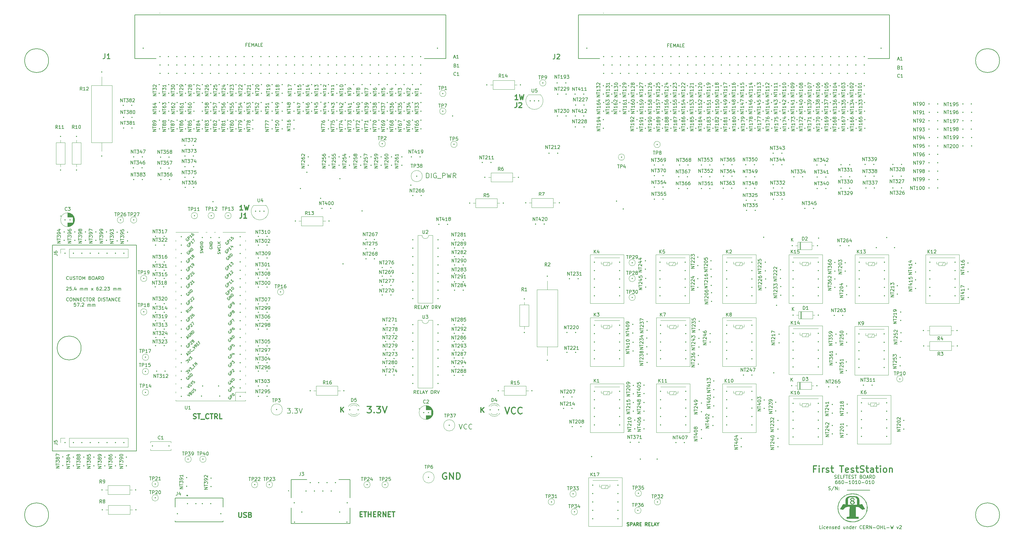
<source format=gto>
%TF.GenerationSoftware,KiCad,Pcbnew,7.0.5*%
%TF.CreationDate,2023-08-08T11:47:51-04:00*%
%TF.ProjectId,selftest_bd,73656c66-7465-4737-945f-62642e6b6963,1.0*%
%TF.SameCoordinates,Original*%
%TF.FileFunction,Legend,Top*%
%TF.FilePolarity,Positive*%
%FSLAX46Y46*%
G04 Gerber Fmt 4.6, Leading zero omitted, Abs format (unit mm)*
G04 Created by KiCad (PCBNEW 7.0.5) date 2023-08-08 11:47:51*
%MOMM*%
%LPD*%
G01*
G04 APERTURE LIST*
%ADD10C,0.150000*%
%ADD11C,0.200000*%
%ADD12C,0.300000*%
%ADD13C,0.250000*%
%ADD14C,0.254000*%
%ADD15C,0.120000*%
%ADD16C,0.100000*%
%ADD17C,0.127000*%
%ADD18C,0.350000*%
G04 APERTURE END LIST*
D10*
X297269500Y-6350000D02*
G75*
G03*
X297269500Y-6350000I-3619500J0D01*
G01*
X11100000Y-62110000D02*
X36500000Y-62110000D01*
X36500000Y-124340000D01*
X11100000Y-124340000D01*
X11100000Y-62110000D01*
X19799500Y-93225000D02*
G75*
G03*
X19799500Y-93225000I-3619500J0D01*
G01*
X9969500Y-143650000D02*
G75*
G03*
X9969500Y-143650000I-3619500J0D01*
G01*
X9969500Y-6350000D02*
G75*
G03*
X9969500Y-6350000I-3619500J0D01*
G01*
X297269500Y-143650000D02*
G75*
G03*
X297269500Y-143650000I-3619500J0D01*
G01*
D11*
X124085320Y-41834828D02*
X124085320Y-40334828D01*
X124085320Y-40334828D02*
X124442463Y-40334828D01*
X124442463Y-40334828D02*
X124656749Y-40406257D01*
X124656749Y-40406257D02*
X124799606Y-40549114D01*
X124799606Y-40549114D02*
X124871035Y-40691971D01*
X124871035Y-40691971D02*
X124942463Y-40977685D01*
X124942463Y-40977685D02*
X124942463Y-41191971D01*
X124942463Y-41191971D02*
X124871035Y-41477685D01*
X124871035Y-41477685D02*
X124799606Y-41620542D01*
X124799606Y-41620542D02*
X124656749Y-41763400D01*
X124656749Y-41763400D02*
X124442463Y-41834828D01*
X124442463Y-41834828D02*
X124085320Y-41834828D01*
X125585320Y-41834828D02*
X125585320Y-40334828D01*
X127085321Y-40406257D02*
X126942464Y-40334828D01*
X126942464Y-40334828D02*
X126728178Y-40334828D01*
X126728178Y-40334828D02*
X126513892Y-40406257D01*
X126513892Y-40406257D02*
X126371035Y-40549114D01*
X126371035Y-40549114D02*
X126299606Y-40691971D01*
X126299606Y-40691971D02*
X126228178Y-40977685D01*
X126228178Y-40977685D02*
X126228178Y-41191971D01*
X126228178Y-41191971D02*
X126299606Y-41477685D01*
X126299606Y-41477685D02*
X126371035Y-41620542D01*
X126371035Y-41620542D02*
X126513892Y-41763400D01*
X126513892Y-41763400D02*
X126728178Y-41834828D01*
X126728178Y-41834828D02*
X126871035Y-41834828D01*
X126871035Y-41834828D02*
X127085321Y-41763400D01*
X127085321Y-41763400D02*
X127156749Y-41691971D01*
X127156749Y-41691971D02*
X127156749Y-41191971D01*
X127156749Y-41191971D02*
X126871035Y-41191971D01*
X127442464Y-41977685D02*
X128585321Y-41977685D01*
X128942463Y-41834828D02*
X128942463Y-40334828D01*
X128942463Y-40334828D02*
X129513892Y-40334828D01*
X129513892Y-40334828D02*
X129656749Y-40406257D01*
X129656749Y-40406257D02*
X129728178Y-40477685D01*
X129728178Y-40477685D02*
X129799606Y-40620542D01*
X129799606Y-40620542D02*
X129799606Y-40834828D01*
X129799606Y-40834828D02*
X129728178Y-40977685D01*
X129728178Y-40977685D02*
X129656749Y-41049114D01*
X129656749Y-41049114D02*
X129513892Y-41120542D01*
X129513892Y-41120542D02*
X128942463Y-41120542D01*
X130299606Y-40334828D02*
X130656749Y-41834828D01*
X130656749Y-41834828D02*
X130942463Y-40763400D01*
X130942463Y-40763400D02*
X131228178Y-41834828D01*
X131228178Y-41834828D02*
X131585321Y-40334828D01*
X133013892Y-41834828D02*
X132513892Y-41120542D01*
X132156749Y-41834828D02*
X132156749Y-40334828D01*
X132156749Y-40334828D02*
X132728178Y-40334828D01*
X132728178Y-40334828D02*
X132871035Y-40406257D01*
X132871035Y-40406257D02*
X132942464Y-40477685D01*
X132942464Y-40477685D02*
X133013892Y-40620542D01*
X133013892Y-40620542D02*
X133013892Y-40834828D01*
X133013892Y-40834828D02*
X132942464Y-40977685D01*
X132942464Y-40977685D02*
X132871035Y-41049114D01*
X132871035Y-41049114D02*
X132728178Y-41120542D01*
X132728178Y-41120542D02*
X132156749Y-41120542D01*
D10*
X133008207Y-10764580D02*
X132960588Y-10812200D01*
X132960588Y-10812200D02*
X132817731Y-10859819D01*
X132817731Y-10859819D02*
X132722493Y-10859819D01*
X132722493Y-10859819D02*
X132579636Y-10812200D01*
X132579636Y-10812200D02*
X132484398Y-10716961D01*
X132484398Y-10716961D02*
X132436779Y-10621723D01*
X132436779Y-10621723D02*
X132389160Y-10431247D01*
X132389160Y-10431247D02*
X132389160Y-10288390D01*
X132389160Y-10288390D02*
X132436779Y-10097914D01*
X132436779Y-10097914D02*
X132484398Y-10002676D01*
X132484398Y-10002676D02*
X132579636Y-9907438D01*
X132579636Y-9907438D02*
X132722493Y-9859819D01*
X132722493Y-9859819D02*
X132817731Y-9859819D01*
X132817731Y-9859819D02*
X132960588Y-9907438D01*
X132960588Y-9907438D02*
X133008207Y-9955057D01*
X133960588Y-10859819D02*
X133389160Y-10859819D01*
X133674874Y-10859819D02*
X133674874Y-9859819D01*
X133674874Y-9859819D02*
X133579636Y-10002676D01*
X133579636Y-10002676D02*
X133484398Y-10097914D01*
X133484398Y-10097914D02*
X133389160Y-10145533D01*
X120923407Y-107024219D02*
X120590074Y-106548028D01*
X120351979Y-107024219D02*
X120351979Y-106024219D01*
X120351979Y-106024219D02*
X120732931Y-106024219D01*
X120732931Y-106024219D02*
X120828169Y-106071838D01*
X120828169Y-106071838D02*
X120875788Y-106119457D01*
X120875788Y-106119457D02*
X120923407Y-106214695D01*
X120923407Y-106214695D02*
X120923407Y-106357552D01*
X120923407Y-106357552D02*
X120875788Y-106452790D01*
X120875788Y-106452790D02*
X120828169Y-106500409D01*
X120828169Y-106500409D02*
X120732931Y-106548028D01*
X120732931Y-106548028D02*
X120351979Y-106548028D01*
X121351979Y-106500409D02*
X121685312Y-106500409D01*
X121828169Y-107024219D02*
X121351979Y-107024219D01*
X121351979Y-107024219D02*
X121351979Y-106024219D01*
X121351979Y-106024219D02*
X121828169Y-106024219D01*
X122732931Y-107024219D02*
X122256741Y-107024219D01*
X122256741Y-107024219D02*
X122256741Y-106024219D01*
X123018646Y-106738504D02*
X123494836Y-106738504D01*
X122923408Y-107024219D02*
X123256741Y-106024219D01*
X123256741Y-106024219D02*
X123590074Y-107024219D01*
X124113884Y-106548028D02*
X124113884Y-107024219D01*
X123780551Y-106024219D02*
X124113884Y-106548028D01*
X124113884Y-106548028D02*
X124447217Y-106024219D01*
X125542456Y-107024219D02*
X125542456Y-106024219D01*
X125542456Y-106024219D02*
X125780551Y-106024219D01*
X125780551Y-106024219D02*
X125923408Y-106071838D01*
X125923408Y-106071838D02*
X126018646Y-106167076D01*
X126018646Y-106167076D02*
X126066265Y-106262314D01*
X126066265Y-106262314D02*
X126113884Y-106452790D01*
X126113884Y-106452790D02*
X126113884Y-106595647D01*
X126113884Y-106595647D02*
X126066265Y-106786123D01*
X126066265Y-106786123D02*
X126018646Y-106881361D01*
X126018646Y-106881361D02*
X125923408Y-106976600D01*
X125923408Y-106976600D02*
X125780551Y-107024219D01*
X125780551Y-107024219D02*
X125542456Y-107024219D01*
X127113884Y-107024219D02*
X126780551Y-106548028D01*
X126542456Y-107024219D02*
X126542456Y-106024219D01*
X126542456Y-106024219D02*
X126923408Y-106024219D01*
X126923408Y-106024219D02*
X127018646Y-106071838D01*
X127018646Y-106071838D02*
X127066265Y-106119457D01*
X127066265Y-106119457D02*
X127113884Y-106214695D01*
X127113884Y-106214695D02*
X127113884Y-106357552D01*
X127113884Y-106357552D02*
X127066265Y-106452790D01*
X127066265Y-106452790D02*
X127018646Y-106500409D01*
X127018646Y-106500409D02*
X126923408Y-106548028D01*
X126923408Y-106548028D02*
X126542456Y-106548028D01*
X127399599Y-106024219D02*
X127732932Y-107024219D01*
X127732932Y-107024219D02*
X128066265Y-106024219D01*
X267088207Y-11344580D02*
X267040588Y-11392200D01*
X267040588Y-11392200D02*
X266897731Y-11439819D01*
X266897731Y-11439819D02*
X266802493Y-11439819D01*
X266802493Y-11439819D02*
X266659636Y-11392200D01*
X266659636Y-11392200D02*
X266564398Y-11296961D01*
X266564398Y-11296961D02*
X266516779Y-11201723D01*
X266516779Y-11201723D02*
X266469160Y-11011247D01*
X266469160Y-11011247D02*
X266469160Y-10868390D01*
X266469160Y-10868390D02*
X266516779Y-10677914D01*
X266516779Y-10677914D02*
X266564398Y-10582676D01*
X266564398Y-10582676D02*
X266659636Y-10487438D01*
X266659636Y-10487438D02*
X266802493Y-10439819D01*
X266802493Y-10439819D02*
X266897731Y-10439819D01*
X266897731Y-10439819D02*
X267040588Y-10487438D01*
X267040588Y-10487438D02*
X267088207Y-10535057D01*
X268040588Y-11439819D02*
X267469160Y-11439819D01*
X267754874Y-11439819D02*
X267754874Y-10439819D01*
X267754874Y-10439819D02*
X267659636Y-10582676D01*
X267659636Y-10582676D02*
X267564398Y-10677914D01*
X267564398Y-10677914D02*
X267469160Y-10725533D01*
X245622142Y-136060400D02*
X245764999Y-136108019D01*
X245764999Y-136108019D02*
X246003094Y-136108019D01*
X246003094Y-136108019D02*
X246098332Y-136060400D01*
X246098332Y-136060400D02*
X246145951Y-136012780D01*
X246145951Y-136012780D02*
X246193570Y-135917542D01*
X246193570Y-135917542D02*
X246193570Y-135822304D01*
X246193570Y-135822304D02*
X246145951Y-135727066D01*
X246145951Y-135727066D02*
X246098332Y-135679447D01*
X246098332Y-135679447D02*
X246003094Y-135631828D01*
X246003094Y-135631828D02*
X245812618Y-135584209D01*
X245812618Y-135584209D02*
X245717380Y-135536590D01*
X245717380Y-135536590D02*
X245669761Y-135488971D01*
X245669761Y-135488971D02*
X245622142Y-135393733D01*
X245622142Y-135393733D02*
X245622142Y-135298495D01*
X245622142Y-135298495D02*
X245669761Y-135203257D01*
X245669761Y-135203257D02*
X245717380Y-135155638D01*
X245717380Y-135155638D02*
X245812618Y-135108019D01*
X245812618Y-135108019D02*
X246050713Y-135108019D01*
X246050713Y-135108019D02*
X246193570Y-135155638D01*
X247336427Y-135060400D02*
X246479285Y-136346114D01*
X247669761Y-136108019D02*
X247669761Y-135108019D01*
X247669761Y-135108019D02*
X248241189Y-136108019D01*
X248241189Y-136108019D02*
X248241189Y-135108019D01*
X248717380Y-136012780D02*
X248764999Y-136060400D01*
X248764999Y-136060400D02*
X248717380Y-136108019D01*
X248717380Y-136108019D02*
X248669761Y-136060400D01*
X248669761Y-136060400D02*
X248717380Y-136012780D01*
X248717380Y-136012780D02*
X248717380Y-136108019D01*
X248717380Y-135488971D02*
X248764999Y-135536590D01*
X248764999Y-135536590D02*
X248717380Y-135584209D01*
X248717380Y-135584209D02*
X248669761Y-135536590D01*
X248669761Y-135536590D02*
X248717380Y-135488971D01*
X248717380Y-135488971D02*
X248717380Y-135584209D01*
X251241190Y-136203257D02*
X252003094Y-136203257D01*
X252003095Y-136203257D02*
X252764999Y-136203257D01*
X252765000Y-136203257D02*
X253526904Y-136203257D01*
X253526905Y-136203257D02*
X254288809Y-136203257D01*
X254288810Y-136203257D02*
X255050714Y-136203257D01*
X255050715Y-136203257D02*
X255812619Y-136203257D01*
X255812620Y-136203257D02*
X256574524Y-136203257D01*
X256574525Y-136203257D02*
X257336429Y-136203257D01*
X257336430Y-136203257D02*
X258098334Y-136203257D01*
D12*
X147860444Y-111142438D02*
X148527110Y-113142438D01*
X148527110Y-113142438D02*
X149193777Y-111142438D01*
X151003301Y-112951961D02*
X150908063Y-113047200D01*
X150908063Y-113047200D02*
X150622349Y-113142438D01*
X150622349Y-113142438D02*
X150431873Y-113142438D01*
X150431873Y-113142438D02*
X150146158Y-113047200D01*
X150146158Y-113047200D02*
X149955682Y-112856723D01*
X149955682Y-112856723D02*
X149860444Y-112666247D01*
X149860444Y-112666247D02*
X149765206Y-112285295D01*
X149765206Y-112285295D02*
X149765206Y-111999580D01*
X149765206Y-111999580D02*
X149860444Y-111618628D01*
X149860444Y-111618628D02*
X149955682Y-111428152D01*
X149955682Y-111428152D02*
X150146158Y-111237676D01*
X150146158Y-111237676D02*
X150431873Y-111142438D01*
X150431873Y-111142438D02*
X150622349Y-111142438D01*
X150622349Y-111142438D02*
X150908063Y-111237676D01*
X150908063Y-111237676D02*
X151003301Y-111332914D01*
X153003301Y-112951961D02*
X152908063Y-113047200D01*
X152908063Y-113047200D02*
X152622349Y-113142438D01*
X152622349Y-113142438D02*
X152431873Y-113142438D01*
X152431873Y-113142438D02*
X152146158Y-113047200D01*
X152146158Y-113047200D02*
X151955682Y-112856723D01*
X151955682Y-112856723D02*
X151860444Y-112666247D01*
X151860444Y-112666247D02*
X151765206Y-112285295D01*
X151765206Y-112285295D02*
X151765206Y-111999580D01*
X151765206Y-111999580D02*
X151860444Y-111618628D01*
X151860444Y-111618628D02*
X151955682Y-111428152D01*
X151955682Y-111428152D02*
X152146158Y-111237676D01*
X152146158Y-111237676D02*
X152431873Y-111142438D01*
X152431873Y-111142438D02*
X152622349Y-111142438D01*
X152622349Y-111142438D02*
X152908063Y-111237676D01*
X152908063Y-111237676D02*
X153003301Y-111332914D01*
D11*
X82108663Y-111454828D02*
X83037235Y-111454828D01*
X83037235Y-111454828D02*
X82537235Y-112026257D01*
X82537235Y-112026257D02*
X82751520Y-112026257D01*
X82751520Y-112026257D02*
X82894378Y-112097685D01*
X82894378Y-112097685D02*
X82965806Y-112169114D01*
X82965806Y-112169114D02*
X83037235Y-112311971D01*
X83037235Y-112311971D02*
X83037235Y-112669114D01*
X83037235Y-112669114D02*
X82965806Y-112811971D01*
X82965806Y-112811971D02*
X82894378Y-112883400D01*
X82894378Y-112883400D02*
X82751520Y-112954828D01*
X82751520Y-112954828D02*
X82322949Y-112954828D01*
X82322949Y-112954828D02*
X82180092Y-112883400D01*
X82180092Y-112883400D02*
X82108663Y-112811971D01*
X83680091Y-112811971D02*
X83751520Y-112883400D01*
X83751520Y-112883400D02*
X83680091Y-112954828D01*
X83680091Y-112954828D02*
X83608663Y-112883400D01*
X83608663Y-112883400D02*
X83680091Y-112811971D01*
X83680091Y-112811971D02*
X83680091Y-112954828D01*
X84251520Y-111454828D02*
X85180092Y-111454828D01*
X85180092Y-111454828D02*
X84680092Y-112026257D01*
X84680092Y-112026257D02*
X84894377Y-112026257D01*
X84894377Y-112026257D02*
X85037235Y-112097685D01*
X85037235Y-112097685D02*
X85108663Y-112169114D01*
X85108663Y-112169114D02*
X85180092Y-112311971D01*
X85180092Y-112311971D02*
X85180092Y-112669114D01*
X85180092Y-112669114D02*
X85108663Y-112811971D01*
X85108663Y-112811971D02*
X85037235Y-112883400D01*
X85037235Y-112883400D02*
X84894377Y-112954828D01*
X84894377Y-112954828D02*
X84465806Y-112954828D01*
X84465806Y-112954828D02*
X84322949Y-112883400D01*
X84322949Y-112883400D02*
X84251520Y-112811971D01*
X85608663Y-111454828D02*
X86108663Y-112954828D01*
X86108663Y-112954828D02*
X86608663Y-111454828D01*
D10*
X69903333Y-1551009D02*
X69570000Y-1551009D01*
X69570000Y-2074819D02*
X69570000Y-1074819D01*
X69570000Y-1074819D02*
X70046190Y-1074819D01*
X70427143Y-1551009D02*
X70760476Y-1551009D01*
X70903333Y-2074819D02*
X70427143Y-2074819D01*
X70427143Y-2074819D02*
X70427143Y-1074819D01*
X70427143Y-1074819D02*
X70903333Y-1074819D01*
X71331905Y-2074819D02*
X71331905Y-1074819D01*
X71331905Y-1074819D02*
X71665238Y-1789104D01*
X71665238Y-1789104D02*
X71998571Y-1074819D01*
X71998571Y-1074819D02*
X71998571Y-2074819D01*
X72427143Y-1789104D02*
X72903333Y-1789104D01*
X72331905Y-2074819D02*
X72665238Y-1074819D01*
X72665238Y-1074819D02*
X72998571Y-2074819D01*
X73808095Y-2074819D02*
X73331905Y-2074819D01*
X73331905Y-2074819D02*
X73331905Y-1074819D01*
X74141429Y-1551009D02*
X74474762Y-1551009D01*
X74617619Y-2074819D02*
X74141429Y-2074819D01*
X74141429Y-2074819D02*
X74141429Y-1074819D01*
X74141429Y-1074819D02*
X74617619Y-1074819D01*
X132389160Y-5334104D02*
X132865350Y-5334104D01*
X132293922Y-5619819D02*
X132627255Y-4619819D01*
X132627255Y-4619819D02*
X132960588Y-5619819D01*
X133817731Y-5619819D02*
X133246303Y-5619819D01*
X133532017Y-5619819D02*
X133532017Y-4619819D01*
X133532017Y-4619819D02*
X133436779Y-4762676D01*
X133436779Y-4762676D02*
X133341541Y-4857914D01*
X133341541Y-4857914D02*
X133246303Y-4905533D01*
D12*
X104064510Y-143465114D02*
X104564510Y-143465114D01*
X104778796Y-144250828D02*
X104064510Y-144250828D01*
X104064510Y-144250828D02*
X104064510Y-142750828D01*
X104064510Y-142750828D02*
X104778796Y-142750828D01*
X105207368Y-142750828D02*
X106064511Y-142750828D01*
X105635939Y-144250828D02*
X105635939Y-142750828D01*
X106564510Y-144250828D02*
X106564510Y-142750828D01*
X106564510Y-143465114D02*
X107421653Y-143465114D01*
X107421653Y-144250828D02*
X107421653Y-142750828D01*
X108135939Y-143465114D02*
X108635939Y-143465114D01*
X108850225Y-144250828D02*
X108135939Y-144250828D01*
X108135939Y-144250828D02*
X108135939Y-142750828D01*
X108135939Y-142750828D02*
X108850225Y-142750828D01*
X110350225Y-144250828D02*
X109850225Y-143536542D01*
X109493082Y-144250828D02*
X109493082Y-142750828D01*
X109493082Y-142750828D02*
X110064511Y-142750828D01*
X110064511Y-142750828D02*
X110207368Y-142822257D01*
X110207368Y-142822257D02*
X110278797Y-142893685D01*
X110278797Y-142893685D02*
X110350225Y-143036542D01*
X110350225Y-143036542D02*
X110350225Y-143250828D01*
X110350225Y-143250828D02*
X110278797Y-143393685D01*
X110278797Y-143393685D02*
X110207368Y-143465114D01*
X110207368Y-143465114D02*
X110064511Y-143536542D01*
X110064511Y-143536542D02*
X109493082Y-143536542D01*
X110993082Y-144250828D02*
X110993082Y-142750828D01*
X110993082Y-142750828D02*
X111850225Y-144250828D01*
X111850225Y-144250828D02*
X111850225Y-142750828D01*
X112564511Y-143465114D02*
X113064511Y-143465114D01*
X113278797Y-144250828D02*
X112564511Y-144250828D01*
X112564511Y-144250828D02*
X112564511Y-142750828D01*
X112564511Y-142750828D02*
X113278797Y-142750828D01*
X113707369Y-142750828D02*
X114564512Y-142750828D01*
X114135940Y-144250828D02*
X114135940Y-142750828D01*
X106198082Y-110863038D02*
X107436177Y-110863038D01*
X107436177Y-110863038D02*
X106769510Y-111624942D01*
X106769510Y-111624942D02*
X107055225Y-111624942D01*
X107055225Y-111624942D02*
X107245701Y-111720180D01*
X107245701Y-111720180D02*
X107340939Y-111815419D01*
X107340939Y-111815419D02*
X107436177Y-112005895D01*
X107436177Y-112005895D02*
X107436177Y-112482085D01*
X107436177Y-112482085D02*
X107340939Y-112672561D01*
X107340939Y-112672561D02*
X107245701Y-112767800D01*
X107245701Y-112767800D02*
X107055225Y-112863038D01*
X107055225Y-112863038D02*
X106483796Y-112863038D01*
X106483796Y-112863038D02*
X106293320Y-112767800D01*
X106293320Y-112767800D02*
X106198082Y-112672561D01*
X108293320Y-112672561D02*
X108388558Y-112767800D01*
X108388558Y-112767800D02*
X108293320Y-112863038D01*
X108293320Y-112863038D02*
X108198082Y-112767800D01*
X108198082Y-112767800D02*
X108293320Y-112672561D01*
X108293320Y-112672561D02*
X108293320Y-112863038D01*
X109055225Y-110863038D02*
X110293320Y-110863038D01*
X110293320Y-110863038D02*
X109626653Y-111624942D01*
X109626653Y-111624942D02*
X109912368Y-111624942D01*
X109912368Y-111624942D02*
X110102844Y-111720180D01*
X110102844Y-111720180D02*
X110198082Y-111815419D01*
X110198082Y-111815419D02*
X110293320Y-112005895D01*
X110293320Y-112005895D02*
X110293320Y-112482085D01*
X110293320Y-112482085D02*
X110198082Y-112672561D01*
X110198082Y-112672561D02*
X110102844Y-112767800D01*
X110102844Y-112767800D02*
X109912368Y-112863038D01*
X109912368Y-112863038D02*
X109340939Y-112863038D01*
X109340939Y-112863038D02*
X109150463Y-112767800D01*
X109150463Y-112767800D02*
X109055225Y-112672561D01*
X110864749Y-110863038D02*
X111531415Y-112863038D01*
X111531415Y-112863038D02*
X112198082Y-110863038D01*
D10*
X132770112Y-7826009D02*
X132912969Y-7873628D01*
X132912969Y-7873628D02*
X132960588Y-7921247D01*
X132960588Y-7921247D02*
X133008207Y-8016485D01*
X133008207Y-8016485D02*
X133008207Y-8159342D01*
X133008207Y-8159342D02*
X132960588Y-8254580D01*
X132960588Y-8254580D02*
X132912969Y-8302200D01*
X132912969Y-8302200D02*
X132817731Y-8349819D01*
X132817731Y-8349819D02*
X132436779Y-8349819D01*
X132436779Y-8349819D02*
X132436779Y-7349819D01*
X132436779Y-7349819D02*
X132770112Y-7349819D01*
X132770112Y-7349819D02*
X132865350Y-7397438D01*
X132865350Y-7397438D02*
X132912969Y-7445057D01*
X132912969Y-7445057D02*
X132960588Y-7540295D01*
X132960588Y-7540295D02*
X132960588Y-7635533D01*
X132960588Y-7635533D02*
X132912969Y-7730771D01*
X132912969Y-7730771D02*
X132865350Y-7778390D01*
X132865350Y-7778390D02*
X132770112Y-7826009D01*
X132770112Y-7826009D02*
X132436779Y-7826009D01*
X133960588Y-8349819D02*
X133389160Y-8349819D01*
X133674874Y-8349819D02*
X133674874Y-7349819D01*
X133674874Y-7349819D02*
X133579636Y-7492676D01*
X133579636Y-7492676D02*
X133484398Y-7587914D01*
X133484398Y-7587914D02*
X133389160Y-7635533D01*
X15996007Y-72478180D02*
X15948388Y-72525800D01*
X15948388Y-72525800D02*
X15805531Y-72573419D01*
X15805531Y-72573419D02*
X15710293Y-72573419D01*
X15710293Y-72573419D02*
X15567436Y-72525800D01*
X15567436Y-72525800D02*
X15472198Y-72430561D01*
X15472198Y-72430561D02*
X15424579Y-72335323D01*
X15424579Y-72335323D02*
X15376960Y-72144847D01*
X15376960Y-72144847D02*
X15376960Y-72001990D01*
X15376960Y-72001990D02*
X15424579Y-71811514D01*
X15424579Y-71811514D02*
X15472198Y-71716276D01*
X15472198Y-71716276D02*
X15567436Y-71621038D01*
X15567436Y-71621038D02*
X15710293Y-71573419D01*
X15710293Y-71573419D02*
X15805531Y-71573419D01*
X15805531Y-71573419D02*
X15948388Y-71621038D01*
X15948388Y-71621038D02*
X15996007Y-71668657D01*
X16424579Y-71573419D02*
X16424579Y-72382942D01*
X16424579Y-72382942D02*
X16472198Y-72478180D01*
X16472198Y-72478180D02*
X16519817Y-72525800D01*
X16519817Y-72525800D02*
X16615055Y-72573419D01*
X16615055Y-72573419D02*
X16805531Y-72573419D01*
X16805531Y-72573419D02*
X16900769Y-72525800D01*
X16900769Y-72525800D02*
X16948388Y-72478180D01*
X16948388Y-72478180D02*
X16996007Y-72382942D01*
X16996007Y-72382942D02*
X16996007Y-71573419D01*
X17424579Y-72525800D02*
X17567436Y-72573419D01*
X17567436Y-72573419D02*
X17805531Y-72573419D01*
X17805531Y-72573419D02*
X17900769Y-72525800D01*
X17900769Y-72525800D02*
X17948388Y-72478180D01*
X17948388Y-72478180D02*
X17996007Y-72382942D01*
X17996007Y-72382942D02*
X17996007Y-72287704D01*
X17996007Y-72287704D02*
X17948388Y-72192466D01*
X17948388Y-72192466D02*
X17900769Y-72144847D01*
X17900769Y-72144847D02*
X17805531Y-72097228D01*
X17805531Y-72097228D02*
X17615055Y-72049609D01*
X17615055Y-72049609D02*
X17519817Y-72001990D01*
X17519817Y-72001990D02*
X17472198Y-71954371D01*
X17472198Y-71954371D02*
X17424579Y-71859133D01*
X17424579Y-71859133D02*
X17424579Y-71763895D01*
X17424579Y-71763895D02*
X17472198Y-71668657D01*
X17472198Y-71668657D02*
X17519817Y-71621038D01*
X17519817Y-71621038D02*
X17615055Y-71573419D01*
X17615055Y-71573419D02*
X17853150Y-71573419D01*
X17853150Y-71573419D02*
X17996007Y-71621038D01*
X18281722Y-71573419D02*
X18853150Y-71573419D01*
X18567436Y-72573419D02*
X18567436Y-71573419D01*
X19376960Y-71573419D02*
X19567436Y-71573419D01*
X19567436Y-71573419D02*
X19662674Y-71621038D01*
X19662674Y-71621038D02*
X19757912Y-71716276D01*
X19757912Y-71716276D02*
X19805531Y-71906752D01*
X19805531Y-71906752D02*
X19805531Y-72240085D01*
X19805531Y-72240085D02*
X19757912Y-72430561D01*
X19757912Y-72430561D02*
X19662674Y-72525800D01*
X19662674Y-72525800D02*
X19567436Y-72573419D01*
X19567436Y-72573419D02*
X19376960Y-72573419D01*
X19376960Y-72573419D02*
X19281722Y-72525800D01*
X19281722Y-72525800D02*
X19186484Y-72430561D01*
X19186484Y-72430561D02*
X19138865Y-72240085D01*
X19138865Y-72240085D02*
X19138865Y-71906752D01*
X19138865Y-71906752D02*
X19186484Y-71716276D01*
X19186484Y-71716276D02*
X19281722Y-71621038D01*
X19281722Y-71621038D02*
X19376960Y-71573419D01*
X20234103Y-72573419D02*
X20234103Y-71573419D01*
X20234103Y-71573419D02*
X20567436Y-72287704D01*
X20567436Y-72287704D02*
X20900769Y-71573419D01*
X20900769Y-71573419D02*
X20900769Y-72573419D01*
X22472198Y-72049609D02*
X22615055Y-72097228D01*
X22615055Y-72097228D02*
X22662674Y-72144847D01*
X22662674Y-72144847D02*
X22710293Y-72240085D01*
X22710293Y-72240085D02*
X22710293Y-72382942D01*
X22710293Y-72382942D02*
X22662674Y-72478180D01*
X22662674Y-72478180D02*
X22615055Y-72525800D01*
X22615055Y-72525800D02*
X22519817Y-72573419D01*
X22519817Y-72573419D02*
X22138865Y-72573419D01*
X22138865Y-72573419D02*
X22138865Y-71573419D01*
X22138865Y-71573419D02*
X22472198Y-71573419D01*
X22472198Y-71573419D02*
X22567436Y-71621038D01*
X22567436Y-71621038D02*
X22615055Y-71668657D01*
X22615055Y-71668657D02*
X22662674Y-71763895D01*
X22662674Y-71763895D02*
X22662674Y-71859133D01*
X22662674Y-71859133D02*
X22615055Y-71954371D01*
X22615055Y-71954371D02*
X22567436Y-72001990D01*
X22567436Y-72001990D02*
X22472198Y-72049609D01*
X22472198Y-72049609D02*
X22138865Y-72049609D01*
X23329341Y-71573419D02*
X23519817Y-71573419D01*
X23519817Y-71573419D02*
X23615055Y-71621038D01*
X23615055Y-71621038D02*
X23710293Y-71716276D01*
X23710293Y-71716276D02*
X23757912Y-71906752D01*
X23757912Y-71906752D02*
X23757912Y-72240085D01*
X23757912Y-72240085D02*
X23710293Y-72430561D01*
X23710293Y-72430561D02*
X23615055Y-72525800D01*
X23615055Y-72525800D02*
X23519817Y-72573419D01*
X23519817Y-72573419D02*
X23329341Y-72573419D01*
X23329341Y-72573419D02*
X23234103Y-72525800D01*
X23234103Y-72525800D02*
X23138865Y-72430561D01*
X23138865Y-72430561D02*
X23091246Y-72240085D01*
X23091246Y-72240085D02*
X23091246Y-71906752D01*
X23091246Y-71906752D02*
X23138865Y-71716276D01*
X23138865Y-71716276D02*
X23234103Y-71621038D01*
X23234103Y-71621038D02*
X23329341Y-71573419D01*
X24138865Y-72287704D02*
X24615055Y-72287704D01*
X24043627Y-72573419D02*
X24376960Y-71573419D01*
X24376960Y-71573419D02*
X24710293Y-72573419D01*
X25615055Y-72573419D02*
X25281722Y-72097228D01*
X25043627Y-72573419D02*
X25043627Y-71573419D01*
X25043627Y-71573419D02*
X25424579Y-71573419D01*
X25424579Y-71573419D02*
X25519817Y-71621038D01*
X25519817Y-71621038D02*
X25567436Y-71668657D01*
X25567436Y-71668657D02*
X25615055Y-71763895D01*
X25615055Y-71763895D02*
X25615055Y-71906752D01*
X25615055Y-71906752D02*
X25567436Y-72001990D01*
X25567436Y-72001990D02*
X25519817Y-72049609D01*
X25519817Y-72049609D02*
X25424579Y-72097228D01*
X25424579Y-72097228D02*
X25043627Y-72097228D01*
X26043627Y-72573419D02*
X26043627Y-71573419D01*
X26043627Y-71573419D02*
X26281722Y-71573419D01*
X26281722Y-71573419D02*
X26424579Y-71621038D01*
X26424579Y-71621038D02*
X26519817Y-71716276D01*
X26519817Y-71716276D02*
X26567436Y-71811514D01*
X26567436Y-71811514D02*
X26615055Y-72001990D01*
X26615055Y-72001990D02*
X26615055Y-72144847D01*
X26615055Y-72144847D02*
X26567436Y-72335323D01*
X26567436Y-72335323D02*
X26519817Y-72430561D01*
X26519817Y-72430561D02*
X26424579Y-72525800D01*
X26424579Y-72525800D02*
X26281722Y-72573419D01*
X26281722Y-72573419D02*
X26043627Y-72573419D01*
X15376960Y-74888657D02*
X15424579Y-74841038D01*
X15424579Y-74841038D02*
X15519817Y-74793419D01*
X15519817Y-74793419D02*
X15757912Y-74793419D01*
X15757912Y-74793419D02*
X15853150Y-74841038D01*
X15853150Y-74841038D02*
X15900769Y-74888657D01*
X15900769Y-74888657D02*
X15948388Y-74983895D01*
X15948388Y-74983895D02*
X15948388Y-75079133D01*
X15948388Y-75079133D02*
X15900769Y-75221990D01*
X15900769Y-75221990D02*
X15329341Y-75793419D01*
X15329341Y-75793419D02*
X15948388Y-75793419D01*
X16853150Y-74793419D02*
X16376960Y-74793419D01*
X16376960Y-74793419D02*
X16329341Y-75269609D01*
X16329341Y-75269609D02*
X16376960Y-75221990D01*
X16376960Y-75221990D02*
X16472198Y-75174371D01*
X16472198Y-75174371D02*
X16710293Y-75174371D01*
X16710293Y-75174371D02*
X16805531Y-75221990D01*
X16805531Y-75221990D02*
X16853150Y-75269609D01*
X16853150Y-75269609D02*
X16900769Y-75364847D01*
X16900769Y-75364847D02*
X16900769Y-75602942D01*
X16900769Y-75602942D02*
X16853150Y-75698180D01*
X16853150Y-75698180D02*
X16805531Y-75745800D01*
X16805531Y-75745800D02*
X16710293Y-75793419D01*
X16710293Y-75793419D02*
X16472198Y-75793419D01*
X16472198Y-75793419D02*
X16376960Y-75745800D01*
X16376960Y-75745800D02*
X16329341Y-75698180D01*
X17329341Y-75698180D02*
X17376960Y-75745800D01*
X17376960Y-75745800D02*
X17329341Y-75793419D01*
X17329341Y-75793419D02*
X17281722Y-75745800D01*
X17281722Y-75745800D02*
X17329341Y-75698180D01*
X17329341Y-75698180D02*
X17329341Y-75793419D01*
X18234102Y-75126752D02*
X18234102Y-75793419D01*
X17996007Y-74745800D02*
X17757912Y-75460085D01*
X17757912Y-75460085D02*
X18376959Y-75460085D01*
X19519817Y-75793419D02*
X19519817Y-75126752D01*
X19519817Y-75221990D02*
X19567436Y-75174371D01*
X19567436Y-75174371D02*
X19662674Y-75126752D01*
X19662674Y-75126752D02*
X19805531Y-75126752D01*
X19805531Y-75126752D02*
X19900769Y-75174371D01*
X19900769Y-75174371D02*
X19948388Y-75269609D01*
X19948388Y-75269609D02*
X19948388Y-75793419D01*
X19948388Y-75269609D02*
X19996007Y-75174371D01*
X19996007Y-75174371D02*
X20091245Y-75126752D01*
X20091245Y-75126752D02*
X20234102Y-75126752D01*
X20234102Y-75126752D02*
X20329341Y-75174371D01*
X20329341Y-75174371D02*
X20376960Y-75269609D01*
X20376960Y-75269609D02*
X20376960Y-75793419D01*
X20853150Y-75793419D02*
X20853150Y-75126752D01*
X20853150Y-75221990D02*
X20900769Y-75174371D01*
X20900769Y-75174371D02*
X20996007Y-75126752D01*
X20996007Y-75126752D02*
X21138864Y-75126752D01*
X21138864Y-75126752D02*
X21234102Y-75174371D01*
X21234102Y-75174371D02*
X21281721Y-75269609D01*
X21281721Y-75269609D02*
X21281721Y-75793419D01*
X21281721Y-75269609D02*
X21329340Y-75174371D01*
X21329340Y-75174371D02*
X21424578Y-75126752D01*
X21424578Y-75126752D02*
X21567435Y-75126752D01*
X21567435Y-75126752D02*
X21662674Y-75174371D01*
X21662674Y-75174371D02*
X21710293Y-75269609D01*
X21710293Y-75269609D02*
X21710293Y-75793419D01*
X22853150Y-75793419D02*
X23376959Y-75126752D01*
X22853150Y-75126752D02*
X23376959Y-75793419D01*
X24948388Y-74793419D02*
X24757912Y-74793419D01*
X24757912Y-74793419D02*
X24662674Y-74841038D01*
X24662674Y-74841038D02*
X24615055Y-74888657D01*
X24615055Y-74888657D02*
X24519817Y-75031514D01*
X24519817Y-75031514D02*
X24472198Y-75221990D01*
X24472198Y-75221990D02*
X24472198Y-75602942D01*
X24472198Y-75602942D02*
X24519817Y-75698180D01*
X24519817Y-75698180D02*
X24567436Y-75745800D01*
X24567436Y-75745800D02*
X24662674Y-75793419D01*
X24662674Y-75793419D02*
X24853150Y-75793419D01*
X24853150Y-75793419D02*
X24948388Y-75745800D01*
X24948388Y-75745800D02*
X24996007Y-75698180D01*
X24996007Y-75698180D02*
X25043626Y-75602942D01*
X25043626Y-75602942D02*
X25043626Y-75364847D01*
X25043626Y-75364847D02*
X24996007Y-75269609D01*
X24996007Y-75269609D02*
X24948388Y-75221990D01*
X24948388Y-75221990D02*
X24853150Y-75174371D01*
X24853150Y-75174371D02*
X24662674Y-75174371D01*
X24662674Y-75174371D02*
X24567436Y-75221990D01*
X24567436Y-75221990D02*
X24519817Y-75269609D01*
X24519817Y-75269609D02*
X24472198Y-75364847D01*
X25424579Y-74888657D02*
X25472198Y-74841038D01*
X25472198Y-74841038D02*
X25567436Y-74793419D01*
X25567436Y-74793419D02*
X25805531Y-74793419D01*
X25805531Y-74793419D02*
X25900769Y-74841038D01*
X25900769Y-74841038D02*
X25948388Y-74888657D01*
X25948388Y-74888657D02*
X25996007Y-74983895D01*
X25996007Y-74983895D02*
X25996007Y-75079133D01*
X25996007Y-75079133D02*
X25948388Y-75221990D01*
X25948388Y-75221990D02*
X25376960Y-75793419D01*
X25376960Y-75793419D02*
X25996007Y-75793419D01*
X26424579Y-75698180D02*
X26472198Y-75745800D01*
X26472198Y-75745800D02*
X26424579Y-75793419D01*
X26424579Y-75793419D02*
X26376960Y-75745800D01*
X26376960Y-75745800D02*
X26424579Y-75698180D01*
X26424579Y-75698180D02*
X26424579Y-75793419D01*
X26853150Y-74888657D02*
X26900769Y-74841038D01*
X26900769Y-74841038D02*
X26996007Y-74793419D01*
X26996007Y-74793419D02*
X27234102Y-74793419D01*
X27234102Y-74793419D02*
X27329340Y-74841038D01*
X27329340Y-74841038D02*
X27376959Y-74888657D01*
X27376959Y-74888657D02*
X27424578Y-74983895D01*
X27424578Y-74983895D02*
X27424578Y-75079133D01*
X27424578Y-75079133D02*
X27376959Y-75221990D01*
X27376959Y-75221990D02*
X26805531Y-75793419D01*
X26805531Y-75793419D02*
X27424578Y-75793419D01*
X27757912Y-74793419D02*
X28376959Y-74793419D01*
X28376959Y-74793419D02*
X28043626Y-75174371D01*
X28043626Y-75174371D02*
X28186483Y-75174371D01*
X28186483Y-75174371D02*
X28281721Y-75221990D01*
X28281721Y-75221990D02*
X28329340Y-75269609D01*
X28329340Y-75269609D02*
X28376959Y-75364847D01*
X28376959Y-75364847D02*
X28376959Y-75602942D01*
X28376959Y-75602942D02*
X28329340Y-75698180D01*
X28329340Y-75698180D02*
X28281721Y-75745800D01*
X28281721Y-75745800D02*
X28186483Y-75793419D01*
X28186483Y-75793419D02*
X27900769Y-75793419D01*
X27900769Y-75793419D02*
X27805531Y-75745800D01*
X27805531Y-75745800D02*
X27757912Y-75698180D01*
X29567436Y-75793419D02*
X29567436Y-75126752D01*
X29567436Y-75221990D02*
X29615055Y-75174371D01*
X29615055Y-75174371D02*
X29710293Y-75126752D01*
X29710293Y-75126752D02*
X29853150Y-75126752D01*
X29853150Y-75126752D02*
X29948388Y-75174371D01*
X29948388Y-75174371D02*
X29996007Y-75269609D01*
X29996007Y-75269609D02*
X29996007Y-75793419D01*
X29996007Y-75269609D02*
X30043626Y-75174371D01*
X30043626Y-75174371D02*
X30138864Y-75126752D01*
X30138864Y-75126752D02*
X30281721Y-75126752D01*
X30281721Y-75126752D02*
X30376960Y-75174371D01*
X30376960Y-75174371D02*
X30424579Y-75269609D01*
X30424579Y-75269609D02*
X30424579Y-75793419D01*
X30900769Y-75793419D02*
X30900769Y-75126752D01*
X30900769Y-75221990D02*
X30948388Y-75174371D01*
X30948388Y-75174371D02*
X31043626Y-75126752D01*
X31043626Y-75126752D02*
X31186483Y-75126752D01*
X31186483Y-75126752D02*
X31281721Y-75174371D01*
X31281721Y-75174371D02*
X31329340Y-75269609D01*
X31329340Y-75269609D02*
X31329340Y-75793419D01*
X31329340Y-75269609D02*
X31376959Y-75174371D01*
X31376959Y-75174371D02*
X31472197Y-75126752D01*
X31472197Y-75126752D02*
X31615054Y-75126752D01*
X31615054Y-75126752D02*
X31710293Y-75174371D01*
X31710293Y-75174371D02*
X31757912Y-75269609D01*
X31757912Y-75269609D02*
X31757912Y-75793419D01*
X15996007Y-78918180D02*
X15948388Y-78965800D01*
X15948388Y-78965800D02*
X15805531Y-79013419D01*
X15805531Y-79013419D02*
X15710293Y-79013419D01*
X15710293Y-79013419D02*
X15567436Y-78965800D01*
X15567436Y-78965800D02*
X15472198Y-78870561D01*
X15472198Y-78870561D02*
X15424579Y-78775323D01*
X15424579Y-78775323D02*
X15376960Y-78584847D01*
X15376960Y-78584847D02*
X15376960Y-78441990D01*
X15376960Y-78441990D02*
X15424579Y-78251514D01*
X15424579Y-78251514D02*
X15472198Y-78156276D01*
X15472198Y-78156276D02*
X15567436Y-78061038D01*
X15567436Y-78061038D02*
X15710293Y-78013419D01*
X15710293Y-78013419D02*
X15805531Y-78013419D01*
X15805531Y-78013419D02*
X15948388Y-78061038D01*
X15948388Y-78061038D02*
X15996007Y-78108657D01*
X16615055Y-78013419D02*
X16805531Y-78013419D01*
X16805531Y-78013419D02*
X16900769Y-78061038D01*
X16900769Y-78061038D02*
X16996007Y-78156276D01*
X16996007Y-78156276D02*
X17043626Y-78346752D01*
X17043626Y-78346752D02*
X17043626Y-78680085D01*
X17043626Y-78680085D02*
X16996007Y-78870561D01*
X16996007Y-78870561D02*
X16900769Y-78965800D01*
X16900769Y-78965800D02*
X16805531Y-79013419D01*
X16805531Y-79013419D02*
X16615055Y-79013419D01*
X16615055Y-79013419D02*
X16519817Y-78965800D01*
X16519817Y-78965800D02*
X16424579Y-78870561D01*
X16424579Y-78870561D02*
X16376960Y-78680085D01*
X16376960Y-78680085D02*
X16376960Y-78346752D01*
X16376960Y-78346752D02*
X16424579Y-78156276D01*
X16424579Y-78156276D02*
X16519817Y-78061038D01*
X16519817Y-78061038D02*
X16615055Y-78013419D01*
X17472198Y-79013419D02*
X17472198Y-78013419D01*
X17472198Y-78013419D02*
X18043626Y-79013419D01*
X18043626Y-79013419D02*
X18043626Y-78013419D01*
X18519817Y-79013419D02*
X18519817Y-78013419D01*
X18519817Y-78013419D02*
X19091245Y-79013419D01*
X19091245Y-79013419D02*
X19091245Y-78013419D01*
X19567436Y-78489609D02*
X19900769Y-78489609D01*
X20043626Y-79013419D02*
X19567436Y-79013419D01*
X19567436Y-79013419D02*
X19567436Y-78013419D01*
X19567436Y-78013419D02*
X20043626Y-78013419D01*
X21043626Y-78918180D02*
X20996007Y-78965800D01*
X20996007Y-78965800D02*
X20853150Y-79013419D01*
X20853150Y-79013419D02*
X20757912Y-79013419D01*
X20757912Y-79013419D02*
X20615055Y-78965800D01*
X20615055Y-78965800D02*
X20519817Y-78870561D01*
X20519817Y-78870561D02*
X20472198Y-78775323D01*
X20472198Y-78775323D02*
X20424579Y-78584847D01*
X20424579Y-78584847D02*
X20424579Y-78441990D01*
X20424579Y-78441990D02*
X20472198Y-78251514D01*
X20472198Y-78251514D02*
X20519817Y-78156276D01*
X20519817Y-78156276D02*
X20615055Y-78061038D01*
X20615055Y-78061038D02*
X20757912Y-78013419D01*
X20757912Y-78013419D02*
X20853150Y-78013419D01*
X20853150Y-78013419D02*
X20996007Y-78061038D01*
X20996007Y-78061038D02*
X21043626Y-78108657D01*
X21329341Y-78013419D02*
X21900769Y-78013419D01*
X21615055Y-79013419D02*
X21615055Y-78013419D01*
X22424579Y-78013419D02*
X22615055Y-78013419D01*
X22615055Y-78013419D02*
X22710293Y-78061038D01*
X22710293Y-78061038D02*
X22805531Y-78156276D01*
X22805531Y-78156276D02*
X22853150Y-78346752D01*
X22853150Y-78346752D02*
X22853150Y-78680085D01*
X22853150Y-78680085D02*
X22805531Y-78870561D01*
X22805531Y-78870561D02*
X22710293Y-78965800D01*
X22710293Y-78965800D02*
X22615055Y-79013419D01*
X22615055Y-79013419D02*
X22424579Y-79013419D01*
X22424579Y-79013419D02*
X22329341Y-78965800D01*
X22329341Y-78965800D02*
X22234103Y-78870561D01*
X22234103Y-78870561D02*
X22186484Y-78680085D01*
X22186484Y-78680085D02*
X22186484Y-78346752D01*
X22186484Y-78346752D02*
X22234103Y-78156276D01*
X22234103Y-78156276D02*
X22329341Y-78061038D01*
X22329341Y-78061038D02*
X22424579Y-78013419D01*
X23853150Y-79013419D02*
X23519817Y-78537228D01*
X23281722Y-79013419D02*
X23281722Y-78013419D01*
X23281722Y-78013419D02*
X23662674Y-78013419D01*
X23662674Y-78013419D02*
X23757912Y-78061038D01*
X23757912Y-78061038D02*
X23805531Y-78108657D01*
X23805531Y-78108657D02*
X23853150Y-78203895D01*
X23853150Y-78203895D02*
X23853150Y-78346752D01*
X23853150Y-78346752D02*
X23805531Y-78441990D01*
X23805531Y-78441990D02*
X23757912Y-78489609D01*
X23757912Y-78489609D02*
X23662674Y-78537228D01*
X23662674Y-78537228D02*
X23281722Y-78537228D01*
X25043627Y-79013419D02*
X25043627Y-78013419D01*
X25043627Y-78013419D02*
X25281722Y-78013419D01*
X25281722Y-78013419D02*
X25424579Y-78061038D01*
X25424579Y-78061038D02*
X25519817Y-78156276D01*
X25519817Y-78156276D02*
X25567436Y-78251514D01*
X25567436Y-78251514D02*
X25615055Y-78441990D01*
X25615055Y-78441990D02*
X25615055Y-78584847D01*
X25615055Y-78584847D02*
X25567436Y-78775323D01*
X25567436Y-78775323D02*
X25519817Y-78870561D01*
X25519817Y-78870561D02*
X25424579Y-78965800D01*
X25424579Y-78965800D02*
X25281722Y-79013419D01*
X25281722Y-79013419D02*
X25043627Y-79013419D01*
X26043627Y-79013419D02*
X26043627Y-78013419D01*
X26472198Y-78965800D02*
X26615055Y-79013419D01*
X26615055Y-79013419D02*
X26853150Y-79013419D01*
X26853150Y-79013419D02*
X26948388Y-78965800D01*
X26948388Y-78965800D02*
X26996007Y-78918180D01*
X26996007Y-78918180D02*
X27043626Y-78822942D01*
X27043626Y-78822942D02*
X27043626Y-78727704D01*
X27043626Y-78727704D02*
X26996007Y-78632466D01*
X26996007Y-78632466D02*
X26948388Y-78584847D01*
X26948388Y-78584847D02*
X26853150Y-78537228D01*
X26853150Y-78537228D02*
X26662674Y-78489609D01*
X26662674Y-78489609D02*
X26567436Y-78441990D01*
X26567436Y-78441990D02*
X26519817Y-78394371D01*
X26519817Y-78394371D02*
X26472198Y-78299133D01*
X26472198Y-78299133D02*
X26472198Y-78203895D01*
X26472198Y-78203895D02*
X26519817Y-78108657D01*
X26519817Y-78108657D02*
X26567436Y-78061038D01*
X26567436Y-78061038D02*
X26662674Y-78013419D01*
X26662674Y-78013419D02*
X26900769Y-78013419D01*
X26900769Y-78013419D02*
X27043626Y-78061038D01*
X27329341Y-78013419D02*
X27900769Y-78013419D01*
X27615055Y-79013419D02*
X27615055Y-78013419D01*
X28186484Y-78727704D02*
X28662674Y-78727704D01*
X28091246Y-79013419D02*
X28424579Y-78013419D01*
X28424579Y-78013419D02*
X28757912Y-79013419D01*
X29091246Y-79013419D02*
X29091246Y-78013419D01*
X29091246Y-78013419D02*
X29662674Y-79013419D01*
X29662674Y-79013419D02*
X29662674Y-78013419D01*
X30710293Y-78918180D02*
X30662674Y-78965800D01*
X30662674Y-78965800D02*
X30519817Y-79013419D01*
X30519817Y-79013419D02*
X30424579Y-79013419D01*
X30424579Y-79013419D02*
X30281722Y-78965800D01*
X30281722Y-78965800D02*
X30186484Y-78870561D01*
X30186484Y-78870561D02*
X30138865Y-78775323D01*
X30138865Y-78775323D02*
X30091246Y-78584847D01*
X30091246Y-78584847D02*
X30091246Y-78441990D01*
X30091246Y-78441990D02*
X30138865Y-78251514D01*
X30138865Y-78251514D02*
X30186484Y-78156276D01*
X30186484Y-78156276D02*
X30281722Y-78061038D01*
X30281722Y-78061038D02*
X30424579Y-78013419D01*
X30424579Y-78013419D02*
X30519817Y-78013419D01*
X30519817Y-78013419D02*
X30662674Y-78061038D01*
X30662674Y-78061038D02*
X30710293Y-78108657D01*
X31138865Y-78489609D02*
X31472198Y-78489609D01*
X31615055Y-79013419D02*
X31138865Y-79013419D01*
X31138865Y-79013419D02*
X31138865Y-78013419D01*
X31138865Y-78013419D02*
X31615055Y-78013419D01*
X18186484Y-79623419D02*
X17710294Y-79623419D01*
X17710294Y-79623419D02*
X17662675Y-80099609D01*
X17662675Y-80099609D02*
X17710294Y-80051990D01*
X17710294Y-80051990D02*
X17805532Y-80004371D01*
X17805532Y-80004371D02*
X18043627Y-80004371D01*
X18043627Y-80004371D02*
X18138865Y-80051990D01*
X18138865Y-80051990D02*
X18186484Y-80099609D01*
X18186484Y-80099609D02*
X18234103Y-80194847D01*
X18234103Y-80194847D02*
X18234103Y-80432942D01*
X18234103Y-80432942D02*
X18186484Y-80528180D01*
X18186484Y-80528180D02*
X18138865Y-80575800D01*
X18138865Y-80575800D02*
X18043627Y-80623419D01*
X18043627Y-80623419D02*
X17805532Y-80623419D01*
X17805532Y-80623419D02*
X17710294Y-80575800D01*
X17710294Y-80575800D02*
X17662675Y-80528180D01*
X18567437Y-79623419D02*
X19234103Y-79623419D01*
X19234103Y-79623419D02*
X18805532Y-80623419D01*
X19615056Y-80528180D02*
X19662675Y-80575800D01*
X19662675Y-80575800D02*
X19615056Y-80623419D01*
X19615056Y-80623419D02*
X19567437Y-80575800D01*
X19567437Y-80575800D02*
X19615056Y-80528180D01*
X19615056Y-80528180D02*
X19615056Y-80623419D01*
X20043627Y-79718657D02*
X20091246Y-79671038D01*
X20091246Y-79671038D02*
X20186484Y-79623419D01*
X20186484Y-79623419D02*
X20424579Y-79623419D01*
X20424579Y-79623419D02*
X20519817Y-79671038D01*
X20519817Y-79671038D02*
X20567436Y-79718657D01*
X20567436Y-79718657D02*
X20615055Y-79813895D01*
X20615055Y-79813895D02*
X20615055Y-79909133D01*
X20615055Y-79909133D02*
X20567436Y-80051990D01*
X20567436Y-80051990D02*
X19996008Y-80623419D01*
X19996008Y-80623419D02*
X20615055Y-80623419D01*
X21805532Y-80623419D02*
X21805532Y-79956752D01*
X21805532Y-80051990D02*
X21853151Y-80004371D01*
X21853151Y-80004371D02*
X21948389Y-79956752D01*
X21948389Y-79956752D02*
X22091246Y-79956752D01*
X22091246Y-79956752D02*
X22186484Y-80004371D01*
X22186484Y-80004371D02*
X22234103Y-80099609D01*
X22234103Y-80099609D02*
X22234103Y-80623419D01*
X22234103Y-80099609D02*
X22281722Y-80004371D01*
X22281722Y-80004371D02*
X22376960Y-79956752D01*
X22376960Y-79956752D02*
X22519817Y-79956752D01*
X22519817Y-79956752D02*
X22615056Y-80004371D01*
X22615056Y-80004371D02*
X22662675Y-80099609D01*
X22662675Y-80099609D02*
X22662675Y-80623419D01*
X23138865Y-80623419D02*
X23138865Y-79956752D01*
X23138865Y-80051990D02*
X23186484Y-80004371D01*
X23186484Y-80004371D02*
X23281722Y-79956752D01*
X23281722Y-79956752D02*
X23424579Y-79956752D01*
X23424579Y-79956752D02*
X23519817Y-80004371D01*
X23519817Y-80004371D02*
X23567436Y-80099609D01*
X23567436Y-80099609D02*
X23567436Y-80623419D01*
X23567436Y-80099609D02*
X23615055Y-80004371D01*
X23615055Y-80004371D02*
X23710293Y-79956752D01*
X23710293Y-79956752D02*
X23853150Y-79956752D01*
X23853150Y-79956752D02*
X23948389Y-80004371D01*
X23948389Y-80004371D02*
X23996008Y-80099609D01*
X23996008Y-80099609D02*
X23996008Y-80623419D01*
D11*
X134005635Y-116204628D02*
X134505635Y-117704628D01*
X134505635Y-117704628D02*
X135005635Y-116204628D01*
X136362777Y-117561771D02*
X136291349Y-117633200D01*
X136291349Y-117633200D02*
X136077063Y-117704628D01*
X136077063Y-117704628D02*
X135934206Y-117704628D01*
X135934206Y-117704628D02*
X135719920Y-117633200D01*
X135719920Y-117633200D02*
X135577063Y-117490342D01*
X135577063Y-117490342D02*
X135505634Y-117347485D01*
X135505634Y-117347485D02*
X135434206Y-117061771D01*
X135434206Y-117061771D02*
X135434206Y-116847485D01*
X135434206Y-116847485D02*
X135505634Y-116561771D01*
X135505634Y-116561771D02*
X135577063Y-116418914D01*
X135577063Y-116418914D02*
X135719920Y-116276057D01*
X135719920Y-116276057D02*
X135934206Y-116204628D01*
X135934206Y-116204628D02*
X136077063Y-116204628D01*
X136077063Y-116204628D02*
X136291349Y-116276057D01*
X136291349Y-116276057D02*
X136362777Y-116347485D01*
X137862777Y-117561771D02*
X137791349Y-117633200D01*
X137791349Y-117633200D02*
X137577063Y-117704628D01*
X137577063Y-117704628D02*
X137434206Y-117704628D01*
X137434206Y-117704628D02*
X137219920Y-117633200D01*
X137219920Y-117633200D02*
X137077063Y-117490342D01*
X137077063Y-117490342D02*
X137005634Y-117347485D01*
X137005634Y-117347485D02*
X136934206Y-117061771D01*
X136934206Y-117061771D02*
X136934206Y-116847485D01*
X136934206Y-116847485D02*
X137005634Y-116561771D01*
X137005634Y-116561771D02*
X137077063Y-116418914D01*
X137077063Y-116418914D02*
X137219920Y-116276057D01*
X137219920Y-116276057D02*
X137434206Y-116204628D01*
X137434206Y-116204628D02*
X137577063Y-116204628D01*
X137577063Y-116204628D02*
X137791349Y-116276057D01*
X137791349Y-116276057D02*
X137862777Y-116347485D01*
D10*
X197303333Y-1751009D02*
X196970000Y-1751009D01*
X196970000Y-2274819D02*
X196970000Y-1274819D01*
X196970000Y-1274819D02*
X197446190Y-1274819D01*
X197827143Y-1751009D02*
X198160476Y-1751009D01*
X198303333Y-2274819D02*
X197827143Y-2274819D01*
X197827143Y-2274819D02*
X197827143Y-1274819D01*
X197827143Y-1274819D02*
X198303333Y-1274819D01*
X198731905Y-2274819D02*
X198731905Y-1274819D01*
X198731905Y-1274819D02*
X199065238Y-1989104D01*
X199065238Y-1989104D02*
X199398571Y-1274819D01*
X199398571Y-1274819D02*
X199398571Y-2274819D01*
X199827143Y-1989104D02*
X200303333Y-1989104D01*
X199731905Y-2274819D02*
X200065238Y-1274819D01*
X200065238Y-1274819D02*
X200398571Y-2274819D01*
X201208095Y-2274819D02*
X200731905Y-2274819D01*
X200731905Y-2274819D02*
X200731905Y-1274819D01*
X201541429Y-1751009D02*
X201874762Y-1751009D01*
X202017619Y-2274819D02*
X201541429Y-2274819D01*
X201541429Y-2274819D02*
X201541429Y-1274819D01*
X201541429Y-1274819D02*
X202017619Y-1274819D01*
D12*
X151759225Y-18154828D02*
X150902082Y-18154828D01*
X151330653Y-18154828D02*
X151330653Y-16654828D01*
X151330653Y-16654828D02*
X151187796Y-16869114D01*
X151187796Y-16869114D02*
X151044939Y-17011971D01*
X151044939Y-17011971D02*
X150902082Y-17083400D01*
X152259224Y-16654828D02*
X152616367Y-18154828D01*
X152616367Y-18154828D02*
X152902081Y-17083400D01*
X152902081Y-17083400D02*
X153187796Y-18154828D01*
X153187796Y-18154828D02*
X153544939Y-16654828D01*
X151402082Y-19069828D02*
X151402082Y-20141257D01*
X151402082Y-20141257D02*
X151330653Y-20355542D01*
X151330653Y-20355542D02*
X151187796Y-20498400D01*
X151187796Y-20498400D02*
X150973510Y-20569828D01*
X150973510Y-20569828D02*
X150830653Y-20569828D01*
X152044939Y-19212685D02*
X152116367Y-19141257D01*
X152116367Y-19141257D02*
X152259225Y-19069828D01*
X152259225Y-19069828D02*
X152616367Y-19069828D01*
X152616367Y-19069828D02*
X152759225Y-19141257D01*
X152759225Y-19141257D02*
X152830653Y-19212685D01*
X152830653Y-19212685D02*
X152902082Y-19355542D01*
X152902082Y-19355542D02*
X152902082Y-19498400D01*
X152902082Y-19498400D02*
X152830653Y-19712685D01*
X152830653Y-19712685D02*
X151973510Y-20569828D01*
X151973510Y-20569828D02*
X152902082Y-20569828D01*
D10*
X121202807Y-81319419D02*
X120869474Y-80843228D01*
X120631379Y-81319419D02*
X120631379Y-80319419D01*
X120631379Y-80319419D02*
X121012331Y-80319419D01*
X121012331Y-80319419D02*
X121107569Y-80367038D01*
X121107569Y-80367038D02*
X121155188Y-80414657D01*
X121155188Y-80414657D02*
X121202807Y-80509895D01*
X121202807Y-80509895D02*
X121202807Y-80652752D01*
X121202807Y-80652752D02*
X121155188Y-80747990D01*
X121155188Y-80747990D02*
X121107569Y-80795609D01*
X121107569Y-80795609D02*
X121012331Y-80843228D01*
X121012331Y-80843228D02*
X120631379Y-80843228D01*
X121631379Y-80795609D02*
X121964712Y-80795609D01*
X122107569Y-81319419D02*
X121631379Y-81319419D01*
X121631379Y-81319419D02*
X121631379Y-80319419D01*
X121631379Y-80319419D02*
X122107569Y-80319419D01*
X123012331Y-81319419D02*
X122536141Y-81319419D01*
X122536141Y-81319419D02*
X122536141Y-80319419D01*
X123298046Y-81033704D02*
X123774236Y-81033704D01*
X123202808Y-81319419D02*
X123536141Y-80319419D01*
X123536141Y-80319419D02*
X123869474Y-81319419D01*
X124393284Y-80843228D02*
X124393284Y-81319419D01*
X124059951Y-80319419D02*
X124393284Y-80843228D01*
X124393284Y-80843228D02*
X124726617Y-80319419D01*
X125821856Y-81319419D02*
X125821856Y-80319419D01*
X125821856Y-80319419D02*
X126059951Y-80319419D01*
X126059951Y-80319419D02*
X126202808Y-80367038D01*
X126202808Y-80367038D02*
X126298046Y-80462276D01*
X126298046Y-80462276D02*
X126345665Y-80557514D01*
X126345665Y-80557514D02*
X126393284Y-80747990D01*
X126393284Y-80747990D02*
X126393284Y-80890847D01*
X126393284Y-80890847D02*
X126345665Y-81081323D01*
X126345665Y-81081323D02*
X126298046Y-81176561D01*
X126298046Y-81176561D02*
X126202808Y-81271800D01*
X126202808Y-81271800D02*
X126059951Y-81319419D01*
X126059951Y-81319419D02*
X125821856Y-81319419D01*
X127393284Y-81319419D02*
X127059951Y-80843228D01*
X126821856Y-81319419D02*
X126821856Y-80319419D01*
X126821856Y-80319419D02*
X127202808Y-80319419D01*
X127202808Y-80319419D02*
X127298046Y-80367038D01*
X127298046Y-80367038D02*
X127345665Y-80414657D01*
X127345665Y-80414657D02*
X127393284Y-80509895D01*
X127393284Y-80509895D02*
X127393284Y-80652752D01*
X127393284Y-80652752D02*
X127345665Y-80747990D01*
X127345665Y-80747990D02*
X127298046Y-80795609D01*
X127298046Y-80795609D02*
X127202808Y-80843228D01*
X127202808Y-80843228D02*
X126821856Y-80843228D01*
X127678999Y-80319419D02*
X128012332Y-81319419D01*
X128012332Y-81319419D02*
X128345665Y-80319419D01*
X243382969Y-147889819D02*
X242906779Y-147889819D01*
X242906779Y-147889819D02*
X242906779Y-146889819D01*
X243716303Y-147889819D02*
X243716303Y-147223152D01*
X243716303Y-146889819D02*
X243668684Y-146937438D01*
X243668684Y-146937438D02*
X243716303Y-146985057D01*
X243716303Y-146985057D02*
X243763922Y-146937438D01*
X243763922Y-146937438D02*
X243716303Y-146889819D01*
X243716303Y-146889819D02*
X243716303Y-146985057D01*
X244621064Y-147842200D02*
X244525826Y-147889819D01*
X244525826Y-147889819D02*
X244335350Y-147889819D01*
X244335350Y-147889819D02*
X244240112Y-147842200D01*
X244240112Y-147842200D02*
X244192493Y-147794580D01*
X244192493Y-147794580D02*
X244144874Y-147699342D01*
X244144874Y-147699342D02*
X244144874Y-147413628D01*
X244144874Y-147413628D02*
X244192493Y-147318390D01*
X244192493Y-147318390D02*
X244240112Y-147270771D01*
X244240112Y-147270771D02*
X244335350Y-147223152D01*
X244335350Y-147223152D02*
X244525826Y-147223152D01*
X244525826Y-147223152D02*
X244621064Y-147270771D01*
X245430588Y-147842200D02*
X245335350Y-147889819D01*
X245335350Y-147889819D02*
X245144874Y-147889819D01*
X245144874Y-147889819D02*
X245049636Y-147842200D01*
X245049636Y-147842200D02*
X245002017Y-147746961D01*
X245002017Y-147746961D02*
X245002017Y-147366009D01*
X245002017Y-147366009D02*
X245049636Y-147270771D01*
X245049636Y-147270771D02*
X245144874Y-147223152D01*
X245144874Y-147223152D02*
X245335350Y-147223152D01*
X245335350Y-147223152D02*
X245430588Y-147270771D01*
X245430588Y-147270771D02*
X245478207Y-147366009D01*
X245478207Y-147366009D02*
X245478207Y-147461247D01*
X245478207Y-147461247D02*
X245002017Y-147556485D01*
X245906779Y-147223152D02*
X245906779Y-147889819D01*
X245906779Y-147318390D02*
X245954398Y-147270771D01*
X245954398Y-147270771D02*
X246049636Y-147223152D01*
X246049636Y-147223152D02*
X246192493Y-147223152D01*
X246192493Y-147223152D02*
X246287731Y-147270771D01*
X246287731Y-147270771D02*
X246335350Y-147366009D01*
X246335350Y-147366009D02*
X246335350Y-147889819D01*
X246763922Y-147842200D02*
X246859160Y-147889819D01*
X246859160Y-147889819D02*
X247049636Y-147889819D01*
X247049636Y-147889819D02*
X247144874Y-147842200D01*
X247144874Y-147842200D02*
X247192493Y-147746961D01*
X247192493Y-147746961D02*
X247192493Y-147699342D01*
X247192493Y-147699342D02*
X247144874Y-147604104D01*
X247144874Y-147604104D02*
X247049636Y-147556485D01*
X247049636Y-147556485D02*
X246906779Y-147556485D01*
X246906779Y-147556485D02*
X246811541Y-147508866D01*
X246811541Y-147508866D02*
X246763922Y-147413628D01*
X246763922Y-147413628D02*
X246763922Y-147366009D01*
X246763922Y-147366009D02*
X246811541Y-147270771D01*
X246811541Y-147270771D02*
X246906779Y-147223152D01*
X246906779Y-147223152D02*
X247049636Y-147223152D01*
X247049636Y-147223152D02*
X247144874Y-147270771D01*
X248002017Y-147842200D02*
X247906779Y-147889819D01*
X247906779Y-147889819D02*
X247716303Y-147889819D01*
X247716303Y-147889819D02*
X247621065Y-147842200D01*
X247621065Y-147842200D02*
X247573446Y-147746961D01*
X247573446Y-147746961D02*
X247573446Y-147366009D01*
X247573446Y-147366009D02*
X247621065Y-147270771D01*
X247621065Y-147270771D02*
X247716303Y-147223152D01*
X247716303Y-147223152D02*
X247906779Y-147223152D01*
X247906779Y-147223152D02*
X248002017Y-147270771D01*
X248002017Y-147270771D02*
X248049636Y-147366009D01*
X248049636Y-147366009D02*
X248049636Y-147461247D01*
X248049636Y-147461247D02*
X247573446Y-147556485D01*
X248906779Y-147889819D02*
X248906779Y-146889819D01*
X248906779Y-147842200D02*
X248811541Y-147889819D01*
X248811541Y-147889819D02*
X248621065Y-147889819D01*
X248621065Y-147889819D02*
X248525827Y-147842200D01*
X248525827Y-147842200D02*
X248478208Y-147794580D01*
X248478208Y-147794580D02*
X248430589Y-147699342D01*
X248430589Y-147699342D02*
X248430589Y-147413628D01*
X248430589Y-147413628D02*
X248478208Y-147318390D01*
X248478208Y-147318390D02*
X248525827Y-147270771D01*
X248525827Y-147270771D02*
X248621065Y-147223152D01*
X248621065Y-147223152D02*
X248811541Y-147223152D01*
X248811541Y-147223152D02*
X248906779Y-147270771D01*
X250573446Y-147223152D02*
X250573446Y-147889819D01*
X250144875Y-147223152D02*
X250144875Y-147746961D01*
X250144875Y-147746961D02*
X250192494Y-147842200D01*
X250192494Y-147842200D02*
X250287732Y-147889819D01*
X250287732Y-147889819D02*
X250430589Y-147889819D01*
X250430589Y-147889819D02*
X250525827Y-147842200D01*
X250525827Y-147842200D02*
X250573446Y-147794580D01*
X251049637Y-147223152D02*
X251049637Y-147889819D01*
X251049637Y-147318390D02*
X251097256Y-147270771D01*
X251097256Y-147270771D02*
X251192494Y-147223152D01*
X251192494Y-147223152D02*
X251335351Y-147223152D01*
X251335351Y-147223152D02*
X251430589Y-147270771D01*
X251430589Y-147270771D02*
X251478208Y-147366009D01*
X251478208Y-147366009D02*
X251478208Y-147889819D01*
X252382970Y-147889819D02*
X252382970Y-146889819D01*
X252382970Y-147842200D02*
X252287732Y-147889819D01*
X252287732Y-147889819D02*
X252097256Y-147889819D01*
X252097256Y-147889819D02*
X252002018Y-147842200D01*
X252002018Y-147842200D02*
X251954399Y-147794580D01*
X251954399Y-147794580D02*
X251906780Y-147699342D01*
X251906780Y-147699342D02*
X251906780Y-147413628D01*
X251906780Y-147413628D02*
X251954399Y-147318390D01*
X251954399Y-147318390D02*
X252002018Y-147270771D01*
X252002018Y-147270771D02*
X252097256Y-147223152D01*
X252097256Y-147223152D02*
X252287732Y-147223152D01*
X252287732Y-147223152D02*
X252382970Y-147270771D01*
X253240113Y-147842200D02*
X253144875Y-147889819D01*
X253144875Y-147889819D02*
X252954399Y-147889819D01*
X252954399Y-147889819D02*
X252859161Y-147842200D01*
X252859161Y-147842200D02*
X252811542Y-147746961D01*
X252811542Y-147746961D02*
X252811542Y-147366009D01*
X252811542Y-147366009D02*
X252859161Y-147270771D01*
X252859161Y-147270771D02*
X252954399Y-147223152D01*
X252954399Y-147223152D02*
X253144875Y-147223152D01*
X253144875Y-147223152D02*
X253240113Y-147270771D01*
X253240113Y-147270771D02*
X253287732Y-147366009D01*
X253287732Y-147366009D02*
X253287732Y-147461247D01*
X253287732Y-147461247D02*
X252811542Y-147556485D01*
X253716304Y-147889819D02*
X253716304Y-147223152D01*
X253716304Y-147413628D02*
X253763923Y-147318390D01*
X253763923Y-147318390D02*
X253811542Y-147270771D01*
X253811542Y-147270771D02*
X253906780Y-147223152D01*
X253906780Y-147223152D02*
X254002018Y-147223152D01*
X255668685Y-147794580D02*
X255621066Y-147842200D01*
X255621066Y-147842200D02*
X255478209Y-147889819D01*
X255478209Y-147889819D02*
X255382971Y-147889819D01*
X255382971Y-147889819D02*
X255240114Y-147842200D01*
X255240114Y-147842200D02*
X255144876Y-147746961D01*
X255144876Y-147746961D02*
X255097257Y-147651723D01*
X255097257Y-147651723D02*
X255049638Y-147461247D01*
X255049638Y-147461247D02*
X255049638Y-147318390D01*
X255049638Y-147318390D02*
X255097257Y-147127914D01*
X255097257Y-147127914D02*
X255144876Y-147032676D01*
X255144876Y-147032676D02*
X255240114Y-146937438D01*
X255240114Y-146937438D02*
X255382971Y-146889819D01*
X255382971Y-146889819D02*
X255478209Y-146889819D01*
X255478209Y-146889819D02*
X255621066Y-146937438D01*
X255621066Y-146937438D02*
X255668685Y-146985057D01*
X256097257Y-147366009D02*
X256430590Y-147366009D01*
X256573447Y-147889819D02*
X256097257Y-147889819D01*
X256097257Y-147889819D02*
X256097257Y-146889819D01*
X256097257Y-146889819D02*
X256573447Y-146889819D01*
X257573447Y-147889819D02*
X257240114Y-147413628D01*
X257002019Y-147889819D02*
X257002019Y-146889819D01*
X257002019Y-146889819D02*
X257382971Y-146889819D01*
X257382971Y-146889819D02*
X257478209Y-146937438D01*
X257478209Y-146937438D02*
X257525828Y-146985057D01*
X257525828Y-146985057D02*
X257573447Y-147080295D01*
X257573447Y-147080295D02*
X257573447Y-147223152D01*
X257573447Y-147223152D02*
X257525828Y-147318390D01*
X257525828Y-147318390D02*
X257478209Y-147366009D01*
X257478209Y-147366009D02*
X257382971Y-147413628D01*
X257382971Y-147413628D02*
X257002019Y-147413628D01*
X258002019Y-147889819D02*
X258002019Y-146889819D01*
X258002019Y-146889819D02*
X258573447Y-147889819D01*
X258573447Y-147889819D02*
X258573447Y-146889819D01*
X259049638Y-147508866D02*
X259811543Y-147508866D01*
X260478209Y-146889819D02*
X260668685Y-146889819D01*
X260668685Y-146889819D02*
X260763923Y-146937438D01*
X260763923Y-146937438D02*
X260859161Y-147032676D01*
X260859161Y-147032676D02*
X260906780Y-147223152D01*
X260906780Y-147223152D02*
X260906780Y-147556485D01*
X260906780Y-147556485D02*
X260859161Y-147746961D01*
X260859161Y-147746961D02*
X260763923Y-147842200D01*
X260763923Y-147842200D02*
X260668685Y-147889819D01*
X260668685Y-147889819D02*
X260478209Y-147889819D01*
X260478209Y-147889819D02*
X260382971Y-147842200D01*
X260382971Y-147842200D02*
X260287733Y-147746961D01*
X260287733Y-147746961D02*
X260240114Y-147556485D01*
X260240114Y-147556485D02*
X260240114Y-147223152D01*
X260240114Y-147223152D02*
X260287733Y-147032676D01*
X260287733Y-147032676D02*
X260382971Y-146937438D01*
X260382971Y-146937438D02*
X260478209Y-146889819D01*
X261335352Y-147889819D02*
X261335352Y-146889819D01*
X261335352Y-147366009D02*
X261906780Y-147366009D01*
X261906780Y-147889819D02*
X261906780Y-146889819D01*
X262859161Y-147889819D02*
X262382971Y-147889819D01*
X262382971Y-147889819D02*
X262382971Y-146889819D01*
X263192495Y-147508866D02*
X263954400Y-147508866D01*
X264335352Y-146889819D02*
X264573447Y-147889819D01*
X264573447Y-147889819D02*
X264763923Y-147175533D01*
X264763923Y-147175533D02*
X264954399Y-147889819D01*
X264954399Y-147889819D02*
X265192495Y-146889819D01*
X266240114Y-147223152D02*
X266478209Y-147889819D01*
X266478209Y-147889819D02*
X266716304Y-147223152D01*
X267049638Y-146985057D02*
X267097257Y-146937438D01*
X267097257Y-146937438D02*
X267192495Y-146889819D01*
X267192495Y-146889819D02*
X267430590Y-146889819D01*
X267430590Y-146889819D02*
X267525828Y-146937438D01*
X267525828Y-146937438D02*
X267573447Y-146985057D01*
X267573447Y-146985057D02*
X267621066Y-147080295D01*
X267621066Y-147080295D02*
X267621066Y-147175533D01*
X267621066Y-147175533D02*
X267573447Y-147318390D01*
X267573447Y-147318390D02*
X267002019Y-147889819D01*
X267002019Y-147889819D02*
X267621066Y-147889819D01*
D12*
X241746104Y-129774819D02*
X241079437Y-129774819D01*
X241079437Y-130822438D02*
X241079437Y-128822438D01*
X241079437Y-128822438D02*
X242031818Y-128822438D01*
X242793723Y-130822438D02*
X242793723Y-129489104D01*
X242793723Y-128822438D02*
X242698485Y-128917676D01*
X242698485Y-128917676D02*
X242793723Y-129012914D01*
X242793723Y-129012914D02*
X242888961Y-128917676D01*
X242888961Y-128917676D02*
X242793723Y-128822438D01*
X242793723Y-128822438D02*
X242793723Y-129012914D01*
X243746104Y-130822438D02*
X243746104Y-129489104D01*
X243746104Y-129870057D02*
X243841342Y-129679580D01*
X243841342Y-129679580D02*
X243936580Y-129584342D01*
X243936580Y-129584342D02*
X244127056Y-129489104D01*
X244127056Y-129489104D02*
X244317533Y-129489104D01*
X244888961Y-130727200D02*
X245079437Y-130822438D01*
X245079437Y-130822438D02*
X245460389Y-130822438D01*
X245460389Y-130822438D02*
X245650866Y-130727200D01*
X245650866Y-130727200D02*
X245746104Y-130536723D01*
X245746104Y-130536723D02*
X245746104Y-130441485D01*
X245746104Y-130441485D02*
X245650866Y-130251009D01*
X245650866Y-130251009D02*
X245460389Y-130155771D01*
X245460389Y-130155771D02*
X245174675Y-130155771D01*
X245174675Y-130155771D02*
X244984199Y-130060533D01*
X244984199Y-130060533D02*
X244888961Y-129870057D01*
X244888961Y-129870057D02*
X244888961Y-129774819D01*
X244888961Y-129774819D02*
X244984199Y-129584342D01*
X244984199Y-129584342D02*
X245174675Y-129489104D01*
X245174675Y-129489104D02*
X245460389Y-129489104D01*
X245460389Y-129489104D02*
X245650866Y-129584342D01*
X246317533Y-129489104D02*
X247079437Y-129489104D01*
X246603247Y-128822438D02*
X246603247Y-130536723D01*
X246603247Y-130536723D02*
X246698485Y-130727200D01*
X246698485Y-130727200D02*
X246888961Y-130822438D01*
X246888961Y-130822438D02*
X247079437Y-130822438D01*
X248984200Y-128822438D02*
X250127057Y-128822438D01*
X249555628Y-130822438D02*
X249555628Y-128822438D01*
X251555629Y-130727200D02*
X251365153Y-130822438D01*
X251365153Y-130822438D02*
X250984200Y-130822438D01*
X250984200Y-130822438D02*
X250793724Y-130727200D01*
X250793724Y-130727200D02*
X250698486Y-130536723D01*
X250698486Y-130536723D02*
X250698486Y-129774819D01*
X250698486Y-129774819D02*
X250793724Y-129584342D01*
X250793724Y-129584342D02*
X250984200Y-129489104D01*
X250984200Y-129489104D02*
X251365153Y-129489104D01*
X251365153Y-129489104D02*
X251555629Y-129584342D01*
X251555629Y-129584342D02*
X251650867Y-129774819D01*
X251650867Y-129774819D02*
X251650867Y-129965295D01*
X251650867Y-129965295D02*
X250698486Y-130155771D01*
X252412772Y-130727200D02*
X252603248Y-130822438D01*
X252603248Y-130822438D02*
X252984200Y-130822438D01*
X252984200Y-130822438D02*
X253174677Y-130727200D01*
X253174677Y-130727200D02*
X253269915Y-130536723D01*
X253269915Y-130536723D02*
X253269915Y-130441485D01*
X253269915Y-130441485D02*
X253174677Y-130251009D01*
X253174677Y-130251009D02*
X252984200Y-130155771D01*
X252984200Y-130155771D02*
X252698486Y-130155771D01*
X252698486Y-130155771D02*
X252508010Y-130060533D01*
X252508010Y-130060533D02*
X252412772Y-129870057D01*
X252412772Y-129870057D02*
X252412772Y-129774819D01*
X252412772Y-129774819D02*
X252508010Y-129584342D01*
X252508010Y-129584342D02*
X252698486Y-129489104D01*
X252698486Y-129489104D02*
X252984200Y-129489104D01*
X252984200Y-129489104D02*
X253174677Y-129584342D01*
X253841344Y-129489104D02*
X254603248Y-129489104D01*
X254127058Y-128822438D02*
X254127058Y-130536723D01*
X254127058Y-130536723D02*
X254222296Y-130727200D01*
X254222296Y-130727200D02*
X254412772Y-130822438D01*
X254412772Y-130822438D02*
X254603248Y-130822438D01*
X255174677Y-130727200D02*
X255460391Y-130822438D01*
X255460391Y-130822438D02*
X255936582Y-130822438D01*
X255936582Y-130822438D02*
X256127058Y-130727200D01*
X256127058Y-130727200D02*
X256222296Y-130631961D01*
X256222296Y-130631961D02*
X256317534Y-130441485D01*
X256317534Y-130441485D02*
X256317534Y-130251009D01*
X256317534Y-130251009D02*
X256222296Y-130060533D01*
X256222296Y-130060533D02*
X256127058Y-129965295D01*
X256127058Y-129965295D02*
X255936582Y-129870057D01*
X255936582Y-129870057D02*
X255555629Y-129774819D01*
X255555629Y-129774819D02*
X255365153Y-129679580D01*
X255365153Y-129679580D02*
X255269915Y-129584342D01*
X255269915Y-129584342D02*
X255174677Y-129393866D01*
X255174677Y-129393866D02*
X255174677Y-129203390D01*
X255174677Y-129203390D02*
X255269915Y-129012914D01*
X255269915Y-129012914D02*
X255365153Y-128917676D01*
X255365153Y-128917676D02*
X255555629Y-128822438D01*
X255555629Y-128822438D02*
X256031820Y-128822438D01*
X256031820Y-128822438D02*
X256317534Y-128917676D01*
X256888963Y-129489104D02*
X257650867Y-129489104D01*
X257174677Y-128822438D02*
X257174677Y-130536723D01*
X257174677Y-130536723D02*
X257269915Y-130727200D01*
X257269915Y-130727200D02*
X257460391Y-130822438D01*
X257460391Y-130822438D02*
X257650867Y-130822438D01*
X259174677Y-130822438D02*
X259174677Y-129774819D01*
X259174677Y-129774819D02*
X259079439Y-129584342D01*
X259079439Y-129584342D02*
X258888963Y-129489104D01*
X258888963Y-129489104D02*
X258508010Y-129489104D01*
X258508010Y-129489104D02*
X258317534Y-129584342D01*
X259174677Y-130727200D02*
X258984201Y-130822438D01*
X258984201Y-130822438D02*
X258508010Y-130822438D01*
X258508010Y-130822438D02*
X258317534Y-130727200D01*
X258317534Y-130727200D02*
X258222296Y-130536723D01*
X258222296Y-130536723D02*
X258222296Y-130346247D01*
X258222296Y-130346247D02*
X258317534Y-130155771D01*
X258317534Y-130155771D02*
X258508010Y-130060533D01*
X258508010Y-130060533D02*
X258984201Y-130060533D01*
X258984201Y-130060533D02*
X259174677Y-129965295D01*
X259841344Y-129489104D02*
X260603248Y-129489104D01*
X260127058Y-128822438D02*
X260127058Y-130536723D01*
X260127058Y-130536723D02*
X260222296Y-130727200D01*
X260222296Y-130727200D02*
X260412772Y-130822438D01*
X260412772Y-130822438D02*
X260603248Y-130822438D01*
X261269915Y-130822438D02*
X261269915Y-129489104D01*
X261269915Y-128822438D02*
X261174677Y-128917676D01*
X261174677Y-128917676D02*
X261269915Y-129012914D01*
X261269915Y-129012914D02*
X261365153Y-128917676D01*
X261365153Y-128917676D02*
X261269915Y-128822438D01*
X261269915Y-128822438D02*
X261269915Y-129012914D01*
X262508010Y-130822438D02*
X262317534Y-130727200D01*
X262317534Y-130727200D02*
X262222296Y-130631961D01*
X262222296Y-130631961D02*
X262127058Y-130441485D01*
X262127058Y-130441485D02*
X262127058Y-129870057D01*
X262127058Y-129870057D02*
X262222296Y-129679580D01*
X262222296Y-129679580D02*
X262317534Y-129584342D01*
X262317534Y-129584342D02*
X262508010Y-129489104D01*
X262508010Y-129489104D02*
X262793725Y-129489104D01*
X262793725Y-129489104D02*
X262984201Y-129584342D01*
X262984201Y-129584342D02*
X263079439Y-129679580D01*
X263079439Y-129679580D02*
X263174677Y-129870057D01*
X263174677Y-129870057D02*
X263174677Y-130441485D01*
X263174677Y-130441485D02*
X263079439Y-130631961D01*
X263079439Y-130631961D02*
X262984201Y-130727200D01*
X262984201Y-130727200D02*
X262793725Y-130822438D01*
X262793725Y-130822438D02*
X262508010Y-130822438D01*
X264031820Y-129489104D02*
X264031820Y-130822438D01*
X264031820Y-129679580D02*
X264127058Y-129584342D01*
X264127058Y-129584342D02*
X264317534Y-129489104D01*
X264317534Y-129489104D02*
X264603249Y-129489104D01*
X264603249Y-129489104D02*
X264793725Y-129584342D01*
X264793725Y-129584342D02*
X264888963Y-129774819D01*
X264888963Y-129774819D02*
X264888963Y-130822438D01*
X53696282Y-114554600D02*
X53910568Y-114626028D01*
X53910568Y-114626028D02*
X54267710Y-114626028D01*
X54267710Y-114626028D02*
X54410568Y-114554600D01*
X54410568Y-114554600D02*
X54481996Y-114483171D01*
X54481996Y-114483171D02*
X54553425Y-114340314D01*
X54553425Y-114340314D02*
X54553425Y-114197457D01*
X54553425Y-114197457D02*
X54481996Y-114054600D01*
X54481996Y-114054600D02*
X54410568Y-113983171D01*
X54410568Y-113983171D02*
X54267710Y-113911742D01*
X54267710Y-113911742D02*
X53981996Y-113840314D01*
X53981996Y-113840314D02*
X53839139Y-113768885D01*
X53839139Y-113768885D02*
X53767710Y-113697457D01*
X53767710Y-113697457D02*
X53696282Y-113554600D01*
X53696282Y-113554600D02*
X53696282Y-113411742D01*
X53696282Y-113411742D02*
X53767710Y-113268885D01*
X53767710Y-113268885D02*
X53839139Y-113197457D01*
X53839139Y-113197457D02*
X53981996Y-113126028D01*
X53981996Y-113126028D02*
X54339139Y-113126028D01*
X54339139Y-113126028D02*
X54553425Y-113197457D01*
X54981996Y-113126028D02*
X55839139Y-113126028D01*
X55410567Y-114626028D02*
X55410567Y-113126028D01*
X55981996Y-114768885D02*
X57124853Y-114768885D01*
X58339138Y-114483171D02*
X58267710Y-114554600D01*
X58267710Y-114554600D02*
X58053424Y-114626028D01*
X58053424Y-114626028D02*
X57910567Y-114626028D01*
X57910567Y-114626028D02*
X57696281Y-114554600D01*
X57696281Y-114554600D02*
X57553424Y-114411742D01*
X57553424Y-114411742D02*
X57481995Y-114268885D01*
X57481995Y-114268885D02*
X57410567Y-113983171D01*
X57410567Y-113983171D02*
X57410567Y-113768885D01*
X57410567Y-113768885D02*
X57481995Y-113483171D01*
X57481995Y-113483171D02*
X57553424Y-113340314D01*
X57553424Y-113340314D02*
X57696281Y-113197457D01*
X57696281Y-113197457D02*
X57910567Y-113126028D01*
X57910567Y-113126028D02*
X58053424Y-113126028D01*
X58053424Y-113126028D02*
X58267710Y-113197457D01*
X58267710Y-113197457D02*
X58339138Y-113268885D01*
X58767710Y-113126028D02*
X59624853Y-113126028D01*
X59196281Y-114626028D02*
X59196281Y-113126028D01*
X60981995Y-114626028D02*
X60481995Y-113911742D01*
X60124852Y-114626028D02*
X60124852Y-113126028D01*
X60124852Y-113126028D02*
X60696281Y-113126028D01*
X60696281Y-113126028D02*
X60839138Y-113197457D01*
X60839138Y-113197457D02*
X60910567Y-113268885D01*
X60910567Y-113268885D02*
X60981995Y-113411742D01*
X60981995Y-113411742D02*
X60981995Y-113626028D01*
X60981995Y-113626028D02*
X60910567Y-113768885D01*
X60910567Y-113768885D02*
X60839138Y-113840314D01*
X60839138Y-113840314D02*
X60696281Y-113911742D01*
X60696281Y-113911742D02*
X60124852Y-113911742D01*
X62339138Y-114626028D02*
X61624852Y-114626028D01*
X61624852Y-114626028D02*
X61624852Y-113126028D01*
X130143777Y-131024276D02*
X129953301Y-130929038D01*
X129953301Y-130929038D02*
X129667587Y-130929038D01*
X129667587Y-130929038D02*
X129381872Y-131024276D01*
X129381872Y-131024276D02*
X129191396Y-131214752D01*
X129191396Y-131214752D02*
X129096158Y-131405228D01*
X129096158Y-131405228D02*
X129000920Y-131786180D01*
X129000920Y-131786180D02*
X129000920Y-132071895D01*
X129000920Y-132071895D02*
X129096158Y-132452847D01*
X129096158Y-132452847D02*
X129191396Y-132643323D01*
X129191396Y-132643323D02*
X129381872Y-132833800D01*
X129381872Y-132833800D02*
X129667587Y-132929038D01*
X129667587Y-132929038D02*
X129858063Y-132929038D01*
X129858063Y-132929038D02*
X130143777Y-132833800D01*
X130143777Y-132833800D02*
X130239015Y-132738561D01*
X130239015Y-132738561D02*
X130239015Y-132071895D01*
X130239015Y-132071895D02*
X129858063Y-132071895D01*
X131096158Y-132929038D02*
X131096158Y-130929038D01*
X131096158Y-130929038D02*
X132239015Y-132929038D01*
X132239015Y-132929038D02*
X132239015Y-130929038D01*
X133191396Y-132929038D02*
X133191396Y-130929038D01*
X133191396Y-130929038D02*
X133667586Y-130929038D01*
X133667586Y-130929038D02*
X133953301Y-131024276D01*
X133953301Y-131024276D02*
X134143777Y-131214752D01*
X134143777Y-131214752D02*
X134239015Y-131405228D01*
X134239015Y-131405228D02*
X134334253Y-131786180D01*
X134334253Y-131786180D02*
X134334253Y-132071895D01*
X134334253Y-132071895D02*
X134239015Y-132452847D01*
X134239015Y-132452847D02*
X134143777Y-132643323D01*
X134143777Y-132643323D02*
X133953301Y-132833800D01*
X133953301Y-132833800D02*
X133667586Y-132929038D01*
X133667586Y-132929038D02*
X133191396Y-132929038D01*
X67404510Y-142940828D02*
X67404510Y-144155114D01*
X67404510Y-144155114D02*
X67475939Y-144297971D01*
X67475939Y-144297971D02*
X67547368Y-144369400D01*
X67547368Y-144369400D02*
X67690225Y-144440828D01*
X67690225Y-144440828D02*
X67975939Y-144440828D01*
X67975939Y-144440828D02*
X68118796Y-144369400D01*
X68118796Y-144369400D02*
X68190225Y-144297971D01*
X68190225Y-144297971D02*
X68261653Y-144155114D01*
X68261653Y-144155114D02*
X68261653Y-142940828D01*
X68904511Y-144369400D02*
X69118797Y-144440828D01*
X69118797Y-144440828D02*
X69475939Y-144440828D01*
X69475939Y-144440828D02*
X69618797Y-144369400D01*
X69618797Y-144369400D02*
X69690225Y-144297971D01*
X69690225Y-144297971D02*
X69761654Y-144155114D01*
X69761654Y-144155114D02*
X69761654Y-144012257D01*
X69761654Y-144012257D02*
X69690225Y-143869400D01*
X69690225Y-143869400D02*
X69618797Y-143797971D01*
X69618797Y-143797971D02*
X69475939Y-143726542D01*
X69475939Y-143726542D02*
X69190225Y-143655114D01*
X69190225Y-143655114D02*
X69047368Y-143583685D01*
X69047368Y-143583685D02*
X68975939Y-143512257D01*
X68975939Y-143512257D02*
X68904511Y-143369400D01*
X68904511Y-143369400D02*
X68904511Y-143226542D01*
X68904511Y-143226542D02*
X68975939Y-143083685D01*
X68975939Y-143083685D02*
X69047368Y-143012257D01*
X69047368Y-143012257D02*
X69190225Y-142940828D01*
X69190225Y-142940828D02*
X69547368Y-142940828D01*
X69547368Y-142940828D02*
X69761654Y-143012257D01*
X70904510Y-143655114D02*
X71118796Y-143726542D01*
X71118796Y-143726542D02*
X71190225Y-143797971D01*
X71190225Y-143797971D02*
X71261653Y-143940828D01*
X71261653Y-143940828D02*
X71261653Y-144155114D01*
X71261653Y-144155114D02*
X71190225Y-144297971D01*
X71190225Y-144297971D02*
X71118796Y-144369400D01*
X71118796Y-144369400D02*
X70975939Y-144440828D01*
X70975939Y-144440828D02*
X70404510Y-144440828D01*
X70404510Y-144440828D02*
X70404510Y-142940828D01*
X70404510Y-142940828D02*
X70904510Y-142940828D01*
X70904510Y-142940828D02*
X71047368Y-143012257D01*
X71047368Y-143012257D02*
X71118796Y-143083685D01*
X71118796Y-143083685D02*
X71190225Y-143226542D01*
X71190225Y-143226542D02*
X71190225Y-143369400D01*
X71190225Y-143369400D02*
X71118796Y-143512257D01*
X71118796Y-143512257D02*
X71047368Y-143583685D01*
X71047368Y-143583685D02*
X70904510Y-143655114D01*
X70904510Y-143655114D02*
X70404510Y-143655114D01*
D10*
X266850112Y-8406009D02*
X266992969Y-8453628D01*
X266992969Y-8453628D02*
X267040588Y-8501247D01*
X267040588Y-8501247D02*
X267088207Y-8596485D01*
X267088207Y-8596485D02*
X267088207Y-8739342D01*
X267088207Y-8739342D02*
X267040588Y-8834580D01*
X267040588Y-8834580D02*
X266992969Y-8882200D01*
X266992969Y-8882200D02*
X266897731Y-8929819D01*
X266897731Y-8929819D02*
X266516779Y-8929819D01*
X266516779Y-8929819D02*
X266516779Y-7929819D01*
X266516779Y-7929819D02*
X266850112Y-7929819D01*
X266850112Y-7929819D02*
X266945350Y-7977438D01*
X266945350Y-7977438D02*
X266992969Y-8025057D01*
X266992969Y-8025057D02*
X267040588Y-8120295D01*
X267040588Y-8120295D02*
X267040588Y-8215533D01*
X267040588Y-8215533D02*
X266992969Y-8310771D01*
X266992969Y-8310771D02*
X266945350Y-8358390D01*
X266945350Y-8358390D02*
X266850112Y-8406009D01*
X266850112Y-8406009D02*
X266516779Y-8406009D01*
X268040588Y-8929819D02*
X267469160Y-8929819D01*
X267754874Y-8929819D02*
X267754874Y-7929819D01*
X267754874Y-7929819D02*
X267659636Y-8072676D01*
X267659636Y-8072676D02*
X267564398Y-8167914D01*
X267564398Y-8167914D02*
X267469160Y-8215533D01*
D12*
X68650425Y-51555828D02*
X67793282Y-51555828D01*
X68221853Y-51555828D02*
X68221853Y-50055828D01*
X68221853Y-50055828D02*
X68078996Y-50270114D01*
X68078996Y-50270114D02*
X67936139Y-50412971D01*
X67936139Y-50412971D02*
X67793282Y-50484400D01*
X69150424Y-50055828D02*
X69507567Y-51555828D01*
X69507567Y-51555828D02*
X69793281Y-50484400D01*
X69793281Y-50484400D02*
X70078996Y-51555828D01*
X70078996Y-51555828D02*
X70436139Y-50055828D01*
X68293282Y-52470828D02*
X68293282Y-53542257D01*
X68293282Y-53542257D02*
X68221853Y-53756542D01*
X68221853Y-53756542D02*
X68078996Y-53899400D01*
X68078996Y-53899400D02*
X67864710Y-53970828D01*
X67864710Y-53970828D02*
X67721853Y-53970828D01*
X69793282Y-53970828D02*
X68936139Y-53970828D01*
X69364710Y-53970828D02*
X69364710Y-52470828D01*
X69364710Y-52470828D02*
X69221853Y-52685114D01*
X69221853Y-52685114D02*
X69078996Y-52827971D01*
X69078996Y-52827971D02*
X68936139Y-52899400D01*
D10*
X247422361Y-132613800D02*
X247565218Y-132661419D01*
X247565218Y-132661419D02*
X247803313Y-132661419D01*
X247803313Y-132661419D02*
X247898551Y-132613800D01*
X247898551Y-132613800D02*
X247946170Y-132566180D01*
X247946170Y-132566180D02*
X247993789Y-132470942D01*
X247993789Y-132470942D02*
X247993789Y-132375704D01*
X247993789Y-132375704D02*
X247946170Y-132280466D01*
X247946170Y-132280466D02*
X247898551Y-132232847D01*
X247898551Y-132232847D02*
X247803313Y-132185228D01*
X247803313Y-132185228D02*
X247612837Y-132137609D01*
X247612837Y-132137609D02*
X247517599Y-132089990D01*
X247517599Y-132089990D02*
X247469980Y-132042371D01*
X247469980Y-132042371D02*
X247422361Y-131947133D01*
X247422361Y-131947133D02*
X247422361Y-131851895D01*
X247422361Y-131851895D02*
X247469980Y-131756657D01*
X247469980Y-131756657D02*
X247517599Y-131709038D01*
X247517599Y-131709038D02*
X247612837Y-131661419D01*
X247612837Y-131661419D02*
X247850932Y-131661419D01*
X247850932Y-131661419D02*
X247993789Y-131709038D01*
X248422361Y-132137609D02*
X248755694Y-132137609D01*
X248898551Y-132661419D02*
X248422361Y-132661419D01*
X248422361Y-132661419D02*
X248422361Y-131661419D01*
X248422361Y-131661419D02*
X248898551Y-131661419D01*
X249803313Y-132661419D02*
X249327123Y-132661419D01*
X249327123Y-132661419D02*
X249327123Y-131661419D01*
X250469980Y-132137609D02*
X250136647Y-132137609D01*
X250136647Y-132661419D02*
X250136647Y-131661419D01*
X250136647Y-131661419D02*
X250612837Y-131661419D01*
X250850933Y-131661419D02*
X251422361Y-131661419D01*
X251136647Y-132661419D02*
X251136647Y-131661419D01*
X251755695Y-132137609D02*
X252089028Y-132137609D01*
X252231885Y-132661419D02*
X251755695Y-132661419D01*
X251755695Y-132661419D02*
X251755695Y-131661419D01*
X251755695Y-131661419D02*
X252231885Y-131661419D01*
X252612838Y-132613800D02*
X252755695Y-132661419D01*
X252755695Y-132661419D02*
X252993790Y-132661419D01*
X252993790Y-132661419D02*
X253089028Y-132613800D01*
X253089028Y-132613800D02*
X253136647Y-132566180D01*
X253136647Y-132566180D02*
X253184266Y-132470942D01*
X253184266Y-132470942D02*
X253184266Y-132375704D01*
X253184266Y-132375704D02*
X253136647Y-132280466D01*
X253136647Y-132280466D02*
X253089028Y-132232847D01*
X253089028Y-132232847D02*
X252993790Y-132185228D01*
X252993790Y-132185228D02*
X252803314Y-132137609D01*
X252803314Y-132137609D02*
X252708076Y-132089990D01*
X252708076Y-132089990D02*
X252660457Y-132042371D01*
X252660457Y-132042371D02*
X252612838Y-131947133D01*
X252612838Y-131947133D02*
X252612838Y-131851895D01*
X252612838Y-131851895D02*
X252660457Y-131756657D01*
X252660457Y-131756657D02*
X252708076Y-131709038D01*
X252708076Y-131709038D02*
X252803314Y-131661419D01*
X252803314Y-131661419D02*
X253041409Y-131661419D01*
X253041409Y-131661419D02*
X253184266Y-131709038D01*
X253469981Y-131661419D02*
X254041409Y-131661419D01*
X253755695Y-132661419D02*
X253755695Y-131661419D01*
X255469981Y-132137609D02*
X255612838Y-132185228D01*
X255612838Y-132185228D02*
X255660457Y-132232847D01*
X255660457Y-132232847D02*
X255708076Y-132328085D01*
X255708076Y-132328085D02*
X255708076Y-132470942D01*
X255708076Y-132470942D02*
X255660457Y-132566180D01*
X255660457Y-132566180D02*
X255612838Y-132613800D01*
X255612838Y-132613800D02*
X255517600Y-132661419D01*
X255517600Y-132661419D02*
X255136648Y-132661419D01*
X255136648Y-132661419D02*
X255136648Y-131661419D01*
X255136648Y-131661419D02*
X255469981Y-131661419D01*
X255469981Y-131661419D02*
X255565219Y-131709038D01*
X255565219Y-131709038D02*
X255612838Y-131756657D01*
X255612838Y-131756657D02*
X255660457Y-131851895D01*
X255660457Y-131851895D02*
X255660457Y-131947133D01*
X255660457Y-131947133D02*
X255612838Y-132042371D01*
X255612838Y-132042371D02*
X255565219Y-132089990D01*
X255565219Y-132089990D02*
X255469981Y-132137609D01*
X255469981Y-132137609D02*
X255136648Y-132137609D01*
X256327124Y-131661419D02*
X256517600Y-131661419D01*
X256517600Y-131661419D02*
X256612838Y-131709038D01*
X256612838Y-131709038D02*
X256708076Y-131804276D01*
X256708076Y-131804276D02*
X256755695Y-131994752D01*
X256755695Y-131994752D02*
X256755695Y-132328085D01*
X256755695Y-132328085D02*
X256708076Y-132518561D01*
X256708076Y-132518561D02*
X256612838Y-132613800D01*
X256612838Y-132613800D02*
X256517600Y-132661419D01*
X256517600Y-132661419D02*
X256327124Y-132661419D01*
X256327124Y-132661419D02*
X256231886Y-132613800D01*
X256231886Y-132613800D02*
X256136648Y-132518561D01*
X256136648Y-132518561D02*
X256089029Y-132328085D01*
X256089029Y-132328085D02*
X256089029Y-131994752D01*
X256089029Y-131994752D02*
X256136648Y-131804276D01*
X256136648Y-131804276D02*
X256231886Y-131709038D01*
X256231886Y-131709038D02*
X256327124Y-131661419D01*
X257136648Y-132375704D02*
X257612838Y-132375704D01*
X257041410Y-132661419D02*
X257374743Y-131661419D01*
X257374743Y-131661419D02*
X257708076Y-132661419D01*
X258612838Y-132661419D02*
X258279505Y-132185228D01*
X258041410Y-132661419D02*
X258041410Y-131661419D01*
X258041410Y-131661419D02*
X258422362Y-131661419D01*
X258422362Y-131661419D02*
X258517600Y-131709038D01*
X258517600Y-131709038D02*
X258565219Y-131756657D01*
X258565219Y-131756657D02*
X258612838Y-131851895D01*
X258612838Y-131851895D02*
X258612838Y-131994752D01*
X258612838Y-131994752D02*
X258565219Y-132089990D01*
X258565219Y-132089990D02*
X258517600Y-132137609D01*
X258517600Y-132137609D02*
X258422362Y-132185228D01*
X258422362Y-132185228D02*
X258041410Y-132185228D01*
X259041410Y-132661419D02*
X259041410Y-131661419D01*
X259041410Y-131661419D02*
X259279505Y-131661419D01*
X259279505Y-131661419D02*
X259422362Y-131709038D01*
X259422362Y-131709038D02*
X259517600Y-131804276D01*
X259517600Y-131804276D02*
X259565219Y-131899514D01*
X259565219Y-131899514D02*
X259612838Y-132089990D01*
X259612838Y-132089990D02*
X259612838Y-132232847D01*
X259612838Y-132232847D02*
X259565219Y-132423323D01*
X259565219Y-132423323D02*
X259517600Y-132518561D01*
X259517600Y-132518561D02*
X259422362Y-132613800D01*
X259422362Y-132613800D02*
X259279505Y-132661419D01*
X259279505Y-132661419D02*
X259041410Y-132661419D01*
X248184266Y-133271419D02*
X247993790Y-133271419D01*
X247993790Y-133271419D02*
X247898552Y-133319038D01*
X247898552Y-133319038D02*
X247850933Y-133366657D01*
X247850933Y-133366657D02*
X247755695Y-133509514D01*
X247755695Y-133509514D02*
X247708076Y-133699990D01*
X247708076Y-133699990D02*
X247708076Y-134080942D01*
X247708076Y-134080942D02*
X247755695Y-134176180D01*
X247755695Y-134176180D02*
X247803314Y-134223800D01*
X247803314Y-134223800D02*
X247898552Y-134271419D01*
X247898552Y-134271419D02*
X248089028Y-134271419D01*
X248089028Y-134271419D02*
X248184266Y-134223800D01*
X248184266Y-134223800D02*
X248231885Y-134176180D01*
X248231885Y-134176180D02*
X248279504Y-134080942D01*
X248279504Y-134080942D02*
X248279504Y-133842847D01*
X248279504Y-133842847D02*
X248231885Y-133747609D01*
X248231885Y-133747609D02*
X248184266Y-133699990D01*
X248184266Y-133699990D02*
X248089028Y-133652371D01*
X248089028Y-133652371D02*
X247898552Y-133652371D01*
X247898552Y-133652371D02*
X247803314Y-133699990D01*
X247803314Y-133699990D02*
X247755695Y-133747609D01*
X247755695Y-133747609D02*
X247708076Y-133842847D01*
X249136647Y-133271419D02*
X248946171Y-133271419D01*
X248946171Y-133271419D02*
X248850933Y-133319038D01*
X248850933Y-133319038D02*
X248803314Y-133366657D01*
X248803314Y-133366657D02*
X248708076Y-133509514D01*
X248708076Y-133509514D02*
X248660457Y-133699990D01*
X248660457Y-133699990D02*
X248660457Y-134080942D01*
X248660457Y-134080942D02*
X248708076Y-134176180D01*
X248708076Y-134176180D02*
X248755695Y-134223800D01*
X248755695Y-134223800D02*
X248850933Y-134271419D01*
X248850933Y-134271419D02*
X249041409Y-134271419D01*
X249041409Y-134271419D02*
X249136647Y-134223800D01*
X249136647Y-134223800D02*
X249184266Y-134176180D01*
X249184266Y-134176180D02*
X249231885Y-134080942D01*
X249231885Y-134080942D02*
X249231885Y-133842847D01*
X249231885Y-133842847D02*
X249184266Y-133747609D01*
X249184266Y-133747609D02*
X249136647Y-133699990D01*
X249136647Y-133699990D02*
X249041409Y-133652371D01*
X249041409Y-133652371D02*
X248850933Y-133652371D01*
X248850933Y-133652371D02*
X248755695Y-133699990D01*
X248755695Y-133699990D02*
X248708076Y-133747609D01*
X248708076Y-133747609D02*
X248660457Y-133842847D01*
X249850933Y-133271419D02*
X249946171Y-133271419D01*
X249946171Y-133271419D02*
X250041409Y-133319038D01*
X250041409Y-133319038D02*
X250089028Y-133366657D01*
X250089028Y-133366657D02*
X250136647Y-133461895D01*
X250136647Y-133461895D02*
X250184266Y-133652371D01*
X250184266Y-133652371D02*
X250184266Y-133890466D01*
X250184266Y-133890466D02*
X250136647Y-134080942D01*
X250136647Y-134080942D02*
X250089028Y-134176180D01*
X250089028Y-134176180D02*
X250041409Y-134223800D01*
X250041409Y-134223800D02*
X249946171Y-134271419D01*
X249946171Y-134271419D02*
X249850933Y-134271419D01*
X249850933Y-134271419D02*
X249755695Y-134223800D01*
X249755695Y-134223800D02*
X249708076Y-134176180D01*
X249708076Y-134176180D02*
X249660457Y-134080942D01*
X249660457Y-134080942D02*
X249612838Y-133890466D01*
X249612838Y-133890466D02*
X249612838Y-133652371D01*
X249612838Y-133652371D02*
X249660457Y-133461895D01*
X249660457Y-133461895D02*
X249708076Y-133366657D01*
X249708076Y-133366657D02*
X249755695Y-133319038D01*
X249755695Y-133319038D02*
X249850933Y-133271419D01*
X250612838Y-133890466D02*
X251374743Y-133890466D01*
X252374742Y-134271419D02*
X251803314Y-134271419D01*
X252089028Y-134271419D02*
X252089028Y-133271419D01*
X252089028Y-133271419D02*
X251993790Y-133414276D01*
X251993790Y-133414276D02*
X251898552Y-133509514D01*
X251898552Y-133509514D02*
X251803314Y-133557133D01*
X252993790Y-133271419D02*
X253089028Y-133271419D01*
X253089028Y-133271419D02*
X253184266Y-133319038D01*
X253184266Y-133319038D02*
X253231885Y-133366657D01*
X253231885Y-133366657D02*
X253279504Y-133461895D01*
X253279504Y-133461895D02*
X253327123Y-133652371D01*
X253327123Y-133652371D02*
X253327123Y-133890466D01*
X253327123Y-133890466D02*
X253279504Y-134080942D01*
X253279504Y-134080942D02*
X253231885Y-134176180D01*
X253231885Y-134176180D02*
X253184266Y-134223800D01*
X253184266Y-134223800D02*
X253089028Y-134271419D01*
X253089028Y-134271419D02*
X252993790Y-134271419D01*
X252993790Y-134271419D02*
X252898552Y-134223800D01*
X252898552Y-134223800D02*
X252850933Y-134176180D01*
X252850933Y-134176180D02*
X252803314Y-134080942D01*
X252803314Y-134080942D02*
X252755695Y-133890466D01*
X252755695Y-133890466D02*
X252755695Y-133652371D01*
X252755695Y-133652371D02*
X252803314Y-133461895D01*
X252803314Y-133461895D02*
X252850933Y-133366657D01*
X252850933Y-133366657D02*
X252898552Y-133319038D01*
X252898552Y-133319038D02*
X252993790Y-133271419D01*
X254279504Y-134271419D02*
X253708076Y-134271419D01*
X253993790Y-134271419D02*
X253993790Y-133271419D01*
X253993790Y-133271419D02*
X253898552Y-133414276D01*
X253898552Y-133414276D02*
X253803314Y-133509514D01*
X253803314Y-133509514D02*
X253708076Y-133557133D01*
X254898552Y-133271419D02*
X254993790Y-133271419D01*
X254993790Y-133271419D02*
X255089028Y-133319038D01*
X255089028Y-133319038D02*
X255136647Y-133366657D01*
X255136647Y-133366657D02*
X255184266Y-133461895D01*
X255184266Y-133461895D02*
X255231885Y-133652371D01*
X255231885Y-133652371D02*
X255231885Y-133890466D01*
X255231885Y-133890466D02*
X255184266Y-134080942D01*
X255184266Y-134080942D02*
X255136647Y-134176180D01*
X255136647Y-134176180D02*
X255089028Y-134223800D01*
X255089028Y-134223800D02*
X254993790Y-134271419D01*
X254993790Y-134271419D02*
X254898552Y-134271419D01*
X254898552Y-134271419D02*
X254803314Y-134223800D01*
X254803314Y-134223800D02*
X254755695Y-134176180D01*
X254755695Y-134176180D02*
X254708076Y-134080942D01*
X254708076Y-134080942D02*
X254660457Y-133890466D01*
X254660457Y-133890466D02*
X254660457Y-133652371D01*
X254660457Y-133652371D02*
X254708076Y-133461895D01*
X254708076Y-133461895D02*
X254755695Y-133366657D01*
X254755695Y-133366657D02*
X254803314Y-133319038D01*
X254803314Y-133319038D02*
X254898552Y-133271419D01*
X255660457Y-133890466D02*
X256422362Y-133890466D01*
X257089028Y-133271419D02*
X257184266Y-133271419D01*
X257184266Y-133271419D02*
X257279504Y-133319038D01*
X257279504Y-133319038D02*
X257327123Y-133366657D01*
X257327123Y-133366657D02*
X257374742Y-133461895D01*
X257374742Y-133461895D02*
X257422361Y-133652371D01*
X257422361Y-133652371D02*
X257422361Y-133890466D01*
X257422361Y-133890466D02*
X257374742Y-134080942D01*
X257374742Y-134080942D02*
X257327123Y-134176180D01*
X257327123Y-134176180D02*
X257279504Y-134223800D01*
X257279504Y-134223800D02*
X257184266Y-134271419D01*
X257184266Y-134271419D02*
X257089028Y-134271419D01*
X257089028Y-134271419D02*
X256993790Y-134223800D01*
X256993790Y-134223800D02*
X256946171Y-134176180D01*
X256946171Y-134176180D02*
X256898552Y-134080942D01*
X256898552Y-134080942D02*
X256850933Y-133890466D01*
X256850933Y-133890466D02*
X256850933Y-133652371D01*
X256850933Y-133652371D02*
X256898552Y-133461895D01*
X256898552Y-133461895D02*
X256946171Y-133366657D01*
X256946171Y-133366657D02*
X256993790Y-133319038D01*
X256993790Y-133319038D02*
X257089028Y-133271419D01*
X258374742Y-134271419D02*
X257803314Y-134271419D01*
X258089028Y-134271419D02*
X258089028Y-133271419D01*
X258089028Y-133271419D02*
X257993790Y-133414276D01*
X257993790Y-133414276D02*
X257898552Y-133509514D01*
X257898552Y-133509514D02*
X257803314Y-133557133D01*
X258993790Y-133271419D02*
X259089028Y-133271419D01*
X259089028Y-133271419D02*
X259184266Y-133319038D01*
X259184266Y-133319038D02*
X259231885Y-133366657D01*
X259231885Y-133366657D02*
X259279504Y-133461895D01*
X259279504Y-133461895D02*
X259327123Y-133652371D01*
X259327123Y-133652371D02*
X259327123Y-133890466D01*
X259327123Y-133890466D02*
X259279504Y-134080942D01*
X259279504Y-134080942D02*
X259231885Y-134176180D01*
X259231885Y-134176180D02*
X259184266Y-134223800D01*
X259184266Y-134223800D02*
X259089028Y-134271419D01*
X259089028Y-134271419D02*
X258993790Y-134271419D01*
X258993790Y-134271419D02*
X258898552Y-134223800D01*
X258898552Y-134223800D02*
X258850933Y-134176180D01*
X258850933Y-134176180D02*
X258803314Y-134080942D01*
X258803314Y-134080942D02*
X258755695Y-133890466D01*
X258755695Y-133890466D02*
X258755695Y-133652371D01*
X258755695Y-133652371D02*
X258803314Y-133461895D01*
X258803314Y-133461895D02*
X258850933Y-133366657D01*
X258850933Y-133366657D02*
X258898552Y-133319038D01*
X258898552Y-133319038D02*
X258993790Y-133271419D01*
D13*
X184694949Y-146897000D02*
X184837806Y-146944619D01*
X184837806Y-146944619D02*
X185075901Y-146944619D01*
X185075901Y-146944619D02*
X185171139Y-146897000D01*
X185171139Y-146897000D02*
X185218758Y-146849380D01*
X185218758Y-146849380D02*
X185266377Y-146754142D01*
X185266377Y-146754142D02*
X185266377Y-146658904D01*
X185266377Y-146658904D02*
X185218758Y-146563666D01*
X185218758Y-146563666D02*
X185171139Y-146516047D01*
X185171139Y-146516047D02*
X185075901Y-146468428D01*
X185075901Y-146468428D02*
X184885425Y-146420809D01*
X184885425Y-146420809D02*
X184790187Y-146373190D01*
X184790187Y-146373190D02*
X184742568Y-146325571D01*
X184742568Y-146325571D02*
X184694949Y-146230333D01*
X184694949Y-146230333D02*
X184694949Y-146135095D01*
X184694949Y-146135095D02*
X184742568Y-146039857D01*
X184742568Y-146039857D02*
X184790187Y-145992238D01*
X184790187Y-145992238D02*
X184885425Y-145944619D01*
X184885425Y-145944619D02*
X185123520Y-145944619D01*
X185123520Y-145944619D02*
X185266377Y-145992238D01*
X185694949Y-146944619D02*
X185694949Y-145944619D01*
X185694949Y-145944619D02*
X186075901Y-145944619D01*
X186075901Y-145944619D02*
X186171139Y-145992238D01*
X186171139Y-145992238D02*
X186218758Y-146039857D01*
X186218758Y-146039857D02*
X186266377Y-146135095D01*
X186266377Y-146135095D02*
X186266377Y-146277952D01*
X186266377Y-146277952D02*
X186218758Y-146373190D01*
X186218758Y-146373190D02*
X186171139Y-146420809D01*
X186171139Y-146420809D02*
X186075901Y-146468428D01*
X186075901Y-146468428D02*
X185694949Y-146468428D01*
X186647330Y-146658904D02*
X187123520Y-146658904D01*
X186552092Y-146944619D02*
X186885425Y-145944619D01*
X186885425Y-145944619D02*
X187218758Y-146944619D01*
X188123520Y-146944619D02*
X187790187Y-146468428D01*
X187552092Y-146944619D02*
X187552092Y-145944619D01*
X187552092Y-145944619D02*
X187933044Y-145944619D01*
X187933044Y-145944619D02*
X188028282Y-145992238D01*
X188028282Y-145992238D02*
X188075901Y-146039857D01*
X188075901Y-146039857D02*
X188123520Y-146135095D01*
X188123520Y-146135095D02*
X188123520Y-146277952D01*
X188123520Y-146277952D02*
X188075901Y-146373190D01*
X188075901Y-146373190D02*
X188028282Y-146420809D01*
X188028282Y-146420809D02*
X187933044Y-146468428D01*
X187933044Y-146468428D02*
X187552092Y-146468428D01*
X188552092Y-146420809D02*
X188885425Y-146420809D01*
X189028282Y-146944619D02*
X188552092Y-146944619D01*
X188552092Y-146944619D02*
X188552092Y-145944619D01*
X188552092Y-145944619D02*
X189028282Y-145944619D01*
X190790187Y-146944619D02*
X190456854Y-146468428D01*
X190218759Y-146944619D02*
X190218759Y-145944619D01*
X190218759Y-145944619D02*
X190599711Y-145944619D01*
X190599711Y-145944619D02*
X190694949Y-145992238D01*
X190694949Y-145992238D02*
X190742568Y-146039857D01*
X190742568Y-146039857D02*
X190790187Y-146135095D01*
X190790187Y-146135095D02*
X190790187Y-146277952D01*
X190790187Y-146277952D02*
X190742568Y-146373190D01*
X190742568Y-146373190D02*
X190694949Y-146420809D01*
X190694949Y-146420809D02*
X190599711Y-146468428D01*
X190599711Y-146468428D02*
X190218759Y-146468428D01*
X191218759Y-146420809D02*
X191552092Y-146420809D01*
X191694949Y-146944619D02*
X191218759Y-146944619D01*
X191218759Y-146944619D02*
X191218759Y-145944619D01*
X191218759Y-145944619D02*
X191694949Y-145944619D01*
X192599711Y-146944619D02*
X192123521Y-146944619D01*
X192123521Y-146944619D02*
X192123521Y-145944619D01*
X192885426Y-146658904D02*
X193361616Y-146658904D01*
X192790188Y-146944619D02*
X193123521Y-145944619D01*
X193123521Y-145944619D02*
X193456854Y-146944619D01*
X193980664Y-146468428D02*
X193980664Y-146944619D01*
X193647331Y-145944619D02*
X193980664Y-146468428D01*
X193980664Y-146468428D02*
X194313997Y-145944619D01*
D12*
X98268510Y-112619428D02*
X98268510Y-111119428D01*
X99125653Y-112619428D02*
X98482796Y-111762285D01*
X99125653Y-111119428D02*
X98268510Y-111976571D01*
D10*
X266469160Y-5914104D02*
X266945350Y-5914104D01*
X266373922Y-6199819D02*
X266707255Y-5199819D01*
X266707255Y-5199819D02*
X267040588Y-6199819D01*
X267897731Y-6199819D02*
X267326303Y-6199819D01*
X267612017Y-6199819D02*
X267612017Y-5199819D01*
X267612017Y-5199819D02*
X267516779Y-5342676D01*
X267516779Y-5342676D02*
X267421541Y-5437914D01*
X267421541Y-5437914D02*
X267326303Y-5485533D01*
D12*
X140610310Y-112695628D02*
X140610310Y-111195628D01*
X141467453Y-112695628D02*
X140824596Y-111838485D01*
X141467453Y-111195628D02*
X140610310Y-112052771D01*
D10*
%TO.C,NT78*%
X70914619Y-27762647D02*
X69914619Y-27762647D01*
X69914619Y-27762647D02*
X70914619Y-27191219D01*
X70914619Y-27191219D02*
X69914619Y-27191219D01*
X69914619Y-26857885D02*
X69914619Y-26286457D01*
X70914619Y-26572171D02*
X69914619Y-26572171D01*
X69914619Y-26048361D02*
X69914619Y-25381695D01*
X69914619Y-25381695D02*
X70914619Y-25810266D01*
X70343190Y-24857885D02*
X70295571Y-24953123D01*
X70295571Y-24953123D02*
X70247952Y-25000742D01*
X70247952Y-25000742D02*
X70152714Y-25048361D01*
X70152714Y-25048361D02*
X70105095Y-25048361D01*
X70105095Y-25048361D02*
X70009857Y-25000742D01*
X70009857Y-25000742D02*
X69962238Y-24953123D01*
X69962238Y-24953123D02*
X69914619Y-24857885D01*
X69914619Y-24857885D02*
X69914619Y-24667409D01*
X69914619Y-24667409D02*
X69962238Y-24572171D01*
X69962238Y-24572171D02*
X70009857Y-24524552D01*
X70009857Y-24524552D02*
X70105095Y-24476933D01*
X70105095Y-24476933D02*
X70152714Y-24476933D01*
X70152714Y-24476933D02*
X70247952Y-24524552D01*
X70247952Y-24524552D02*
X70295571Y-24572171D01*
X70295571Y-24572171D02*
X70343190Y-24667409D01*
X70343190Y-24667409D02*
X70343190Y-24857885D01*
X70343190Y-24857885D02*
X70390809Y-24953123D01*
X70390809Y-24953123D02*
X70438428Y-25000742D01*
X70438428Y-25000742D02*
X70533666Y-25048361D01*
X70533666Y-25048361D02*
X70724142Y-25048361D01*
X70724142Y-25048361D02*
X70819380Y-25000742D01*
X70819380Y-25000742D02*
X70867000Y-24953123D01*
X70867000Y-24953123D02*
X70914619Y-24857885D01*
X70914619Y-24857885D02*
X70914619Y-24667409D01*
X70914619Y-24667409D02*
X70867000Y-24572171D01*
X70867000Y-24572171D02*
X70819380Y-24524552D01*
X70819380Y-24524552D02*
X70724142Y-24476933D01*
X70724142Y-24476933D02*
X70533666Y-24476933D01*
X70533666Y-24476933D02*
X70438428Y-24524552D01*
X70438428Y-24524552D02*
X70390809Y-24572171D01*
X70390809Y-24572171D02*
X70343190Y-24667409D01*
%TO.C,NT113*%
X225067219Y-17291437D02*
X224067219Y-17291437D01*
X224067219Y-17291437D02*
X225067219Y-16720009D01*
X225067219Y-16720009D02*
X224067219Y-16720009D01*
X224067219Y-16386675D02*
X224067219Y-15815247D01*
X225067219Y-16100961D02*
X224067219Y-16100961D01*
X225067219Y-14958104D02*
X225067219Y-15529532D01*
X225067219Y-15243818D02*
X224067219Y-15243818D01*
X224067219Y-15243818D02*
X224210076Y-15339056D01*
X224210076Y-15339056D02*
X224305314Y-15434294D01*
X224305314Y-15434294D02*
X224352933Y-15529532D01*
X225067219Y-14005723D02*
X225067219Y-14577151D01*
X225067219Y-14291437D02*
X224067219Y-14291437D01*
X224067219Y-14291437D02*
X224210076Y-14386675D01*
X224210076Y-14386675D02*
X224305314Y-14481913D01*
X224305314Y-14481913D02*
X224352933Y-14577151D01*
X224067219Y-13672389D02*
X224067219Y-13053342D01*
X224067219Y-13053342D02*
X224448171Y-13386675D01*
X224448171Y-13386675D02*
X224448171Y-13243818D01*
X224448171Y-13243818D02*
X224495790Y-13148580D01*
X224495790Y-13148580D02*
X224543409Y-13100961D01*
X224543409Y-13100961D02*
X224638647Y-13053342D01*
X224638647Y-13053342D02*
X224876742Y-13053342D01*
X224876742Y-13053342D02*
X224971980Y-13100961D01*
X224971980Y-13100961D02*
X225019600Y-13148580D01*
X225019600Y-13148580D02*
X225067219Y-13243818D01*
X225067219Y-13243818D02*
X225067219Y-13529532D01*
X225067219Y-13529532D02*
X225019600Y-13624770D01*
X225019600Y-13624770D02*
X224971980Y-13672389D01*
%TO.C,NT188*%
X197203419Y-27654637D02*
X196203419Y-27654637D01*
X196203419Y-27654637D02*
X197203419Y-27083209D01*
X197203419Y-27083209D02*
X196203419Y-27083209D01*
X196203419Y-26749875D02*
X196203419Y-26178447D01*
X197203419Y-26464161D02*
X196203419Y-26464161D01*
X197203419Y-25321304D02*
X197203419Y-25892732D01*
X197203419Y-25607018D02*
X196203419Y-25607018D01*
X196203419Y-25607018D02*
X196346276Y-25702256D01*
X196346276Y-25702256D02*
X196441514Y-25797494D01*
X196441514Y-25797494D02*
X196489133Y-25892732D01*
X196631990Y-24749875D02*
X196584371Y-24845113D01*
X196584371Y-24845113D02*
X196536752Y-24892732D01*
X196536752Y-24892732D02*
X196441514Y-24940351D01*
X196441514Y-24940351D02*
X196393895Y-24940351D01*
X196393895Y-24940351D02*
X196298657Y-24892732D01*
X196298657Y-24892732D02*
X196251038Y-24845113D01*
X196251038Y-24845113D02*
X196203419Y-24749875D01*
X196203419Y-24749875D02*
X196203419Y-24559399D01*
X196203419Y-24559399D02*
X196251038Y-24464161D01*
X196251038Y-24464161D02*
X196298657Y-24416542D01*
X196298657Y-24416542D02*
X196393895Y-24368923D01*
X196393895Y-24368923D02*
X196441514Y-24368923D01*
X196441514Y-24368923D02*
X196536752Y-24416542D01*
X196536752Y-24416542D02*
X196584371Y-24464161D01*
X196584371Y-24464161D02*
X196631990Y-24559399D01*
X196631990Y-24559399D02*
X196631990Y-24749875D01*
X196631990Y-24749875D02*
X196679609Y-24845113D01*
X196679609Y-24845113D02*
X196727228Y-24892732D01*
X196727228Y-24892732D02*
X196822466Y-24940351D01*
X196822466Y-24940351D02*
X197012942Y-24940351D01*
X197012942Y-24940351D02*
X197108180Y-24892732D01*
X197108180Y-24892732D02*
X197155800Y-24845113D01*
X197155800Y-24845113D02*
X197203419Y-24749875D01*
X197203419Y-24749875D02*
X197203419Y-24559399D01*
X197203419Y-24559399D02*
X197155800Y-24464161D01*
X197155800Y-24464161D02*
X197108180Y-24416542D01*
X197108180Y-24416542D02*
X197012942Y-24368923D01*
X197012942Y-24368923D02*
X196822466Y-24368923D01*
X196822466Y-24368923D02*
X196727228Y-24416542D01*
X196727228Y-24416542D02*
X196679609Y-24464161D01*
X196679609Y-24464161D02*
X196631990Y-24559399D01*
X196631990Y-23797494D02*
X196584371Y-23892732D01*
X196584371Y-23892732D02*
X196536752Y-23940351D01*
X196536752Y-23940351D02*
X196441514Y-23987970D01*
X196441514Y-23987970D02*
X196393895Y-23987970D01*
X196393895Y-23987970D02*
X196298657Y-23940351D01*
X196298657Y-23940351D02*
X196251038Y-23892732D01*
X196251038Y-23892732D02*
X196203419Y-23797494D01*
X196203419Y-23797494D02*
X196203419Y-23607018D01*
X196203419Y-23607018D02*
X196251038Y-23511780D01*
X196251038Y-23511780D02*
X196298657Y-23464161D01*
X196298657Y-23464161D02*
X196393895Y-23416542D01*
X196393895Y-23416542D02*
X196441514Y-23416542D01*
X196441514Y-23416542D02*
X196536752Y-23464161D01*
X196536752Y-23464161D02*
X196584371Y-23511780D01*
X196584371Y-23511780D02*
X196631990Y-23607018D01*
X196631990Y-23607018D02*
X196631990Y-23797494D01*
X196631990Y-23797494D02*
X196679609Y-23892732D01*
X196679609Y-23892732D02*
X196727228Y-23940351D01*
X196727228Y-23940351D02*
X196822466Y-23987970D01*
X196822466Y-23987970D02*
X197012942Y-23987970D01*
X197012942Y-23987970D02*
X197108180Y-23940351D01*
X197108180Y-23940351D02*
X197155800Y-23892732D01*
X197155800Y-23892732D02*
X197203419Y-23797494D01*
X197203419Y-23797494D02*
X197203419Y-23607018D01*
X197203419Y-23607018D02*
X197155800Y-23511780D01*
X197155800Y-23511780D02*
X197108180Y-23464161D01*
X197108180Y-23464161D02*
X197012942Y-23416542D01*
X197012942Y-23416542D02*
X196822466Y-23416542D01*
X196822466Y-23416542D02*
X196727228Y-23464161D01*
X196727228Y-23464161D02*
X196679609Y-23511780D01*
X196679609Y-23511780D02*
X196631990Y-23607018D01*
%TO.C,NT70*%
X108989219Y-27737247D02*
X107989219Y-27737247D01*
X107989219Y-27737247D02*
X108989219Y-27165819D01*
X108989219Y-27165819D02*
X107989219Y-27165819D01*
X107989219Y-26832485D02*
X107989219Y-26261057D01*
X108989219Y-26546771D02*
X107989219Y-26546771D01*
X107989219Y-26022961D02*
X107989219Y-25356295D01*
X107989219Y-25356295D02*
X108989219Y-25784866D01*
X107989219Y-24784866D02*
X107989219Y-24689628D01*
X107989219Y-24689628D02*
X108036838Y-24594390D01*
X108036838Y-24594390D02*
X108084457Y-24546771D01*
X108084457Y-24546771D02*
X108179695Y-24499152D01*
X108179695Y-24499152D02*
X108370171Y-24451533D01*
X108370171Y-24451533D02*
X108608266Y-24451533D01*
X108608266Y-24451533D02*
X108798742Y-24499152D01*
X108798742Y-24499152D02*
X108893980Y-24546771D01*
X108893980Y-24546771D02*
X108941600Y-24594390D01*
X108941600Y-24594390D02*
X108989219Y-24689628D01*
X108989219Y-24689628D02*
X108989219Y-24784866D01*
X108989219Y-24784866D02*
X108941600Y-24880104D01*
X108941600Y-24880104D02*
X108893980Y-24927723D01*
X108893980Y-24927723D02*
X108798742Y-24975342D01*
X108798742Y-24975342D02*
X108608266Y-25022961D01*
X108608266Y-25022961D02*
X108370171Y-25022961D01*
X108370171Y-25022961D02*
X108179695Y-24975342D01*
X108179695Y-24975342D02*
X108084457Y-24927723D01*
X108084457Y-24927723D02*
X108036838Y-24880104D01*
X108036838Y-24880104D02*
X107989219Y-24784866D01*
%TO.C,NT40*%
X103985419Y-22428647D02*
X102985419Y-22428647D01*
X102985419Y-22428647D02*
X103985419Y-21857219D01*
X103985419Y-21857219D02*
X102985419Y-21857219D01*
X102985419Y-21523885D02*
X102985419Y-20952457D01*
X103985419Y-21238171D02*
X102985419Y-21238171D01*
X103318752Y-20190552D02*
X103985419Y-20190552D01*
X102937800Y-20428647D02*
X103652085Y-20666742D01*
X103652085Y-20666742D02*
X103652085Y-20047695D01*
X102985419Y-19476266D02*
X102985419Y-19381028D01*
X102985419Y-19381028D02*
X103033038Y-19285790D01*
X103033038Y-19285790D02*
X103080657Y-19238171D01*
X103080657Y-19238171D02*
X103175895Y-19190552D01*
X103175895Y-19190552D02*
X103366371Y-19142933D01*
X103366371Y-19142933D02*
X103604466Y-19142933D01*
X103604466Y-19142933D02*
X103794942Y-19190552D01*
X103794942Y-19190552D02*
X103890180Y-19238171D01*
X103890180Y-19238171D02*
X103937800Y-19285790D01*
X103937800Y-19285790D02*
X103985419Y-19381028D01*
X103985419Y-19381028D02*
X103985419Y-19476266D01*
X103985419Y-19476266D02*
X103937800Y-19571504D01*
X103937800Y-19571504D02*
X103890180Y-19619123D01*
X103890180Y-19619123D02*
X103794942Y-19666742D01*
X103794942Y-19666742D02*
X103604466Y-19714361D01*
X103604466Y-19714361D02*
X103366371Y-19714361D01*
X103366371Y-19714361D02*
X103175895Y-19666742D01*
X103175895Y-19666742D02*
X103080657Y-19619123D01*
X103080657Y-19619123D02*
X103033038Y-19571504D01*
X103033038Y-19571504D02*
X102985419Y-19476266D01*
%TO.C,NT337*%
X256074762Y-43750819D02*
X256074762Y-42750819D01*
X256074762Y-42750819D02*
X256646190Y-43750819D01*
X256646190Y-43750819D02*
X256646190Y-42750819D01*
X256979524Y-42750819D02*
X257550952Y-42750819D01*
X257265238Y-43750819D02*
X257265238Y-42750819D01*
X257789048Y-42750819D02*
X258408095Y-42750819D01*
X258408095Y-42750819D02*
X258074762Y-43131771D01*
X258074762Y-43131771D02*
X258217619Y-43131771D01*
X258217619Y-43131771D02*
X258312857Y-43179390D01*
X258312857Y-43179390D02*
X258360476Y-43227009D01*
X258360476Y-43227009D02*
X258408095Y-43322247D01*
X258408095Y-43322247D02*
X258408095Y-43560342D01*
X258408095Y-43560342D02*
X258360476Y-43655580D01*
X258360476Y-43655580D02*
X258312857Y-43703200D01*
X258312857Y-43703200D02*
X258217619Y-43750819D01*
X258217619Y-43750819D02*
X257931905Y-43750819D01*
X257931905Y-43750819D02*
X257836667Y-43703200D01*
X257836667Y-43703200D02*
X257789048Y-43655580D01*
X258741429Y-42750819D02*
X259360476Y-42750819D01*
X259360476Y-42750819D02*
X259027143Y-43131771D01*
X259027143Y-43131771D02*
X259170000Y-43131771D01*
X259170000Y-43131771D02*
X259265238Y-43179390D01*
X259265238Y-43179390D02*
X259312857Y-43227009D01*
X259312857Y-43227009D02*
X259360476Y-43322247D01*
X259360476Y-43322247D02*
X259360476Y-43560342D01*
X259360476Y-43560342D02*
X259312857Y-43655580D01*
X259312857Y-43655580D02*
X259265238Y-43703200D01*
X259265238Y-43703200D02*
X259170000Y-43750819D01*
X259170000Y-43750819D02*
X258884286Y-43750819D01*
X258884286Y-43750819D02*
X258789048Y-43703200D01*
X258789048Y-43703200D02*
X258741429Y-43655580D01*
X259693810Y-42750819D02*
X260360476Y-42750819D01*
X260360476Y-42750819D02*
X259931905Y-43750819D01*
%TO.C,TP15*%
X37331905Y-97824819D02*
X37903333Y-97824819D01*
X37617619Y-98824819D02*
X37617619Y-97824819D01*
X38236667Y-98824819D02*
X38236667Y-97824819D01*
X38236667Y-97824819D02*
X38617619Y-97824819D01*
X38617619Y-97824819D02*
X38712857Y-97872438D01*
X38712857Y-97872438D02*
X38760476Y-97920057D01*
X38760476Y-97920057D02*
X38808095Y-98015295D01*
X38808095Y-98015295D02*
X38808095Y-98158152D01*
X38808095Y-98158152D02*
X38760476Y-98253390D01*
X38760476Y-98253390D02*
X38712857Y-98301009D01*
X38712857Y-98301009D02*
X38617619Y-98348628D01*
X38617619Y-98348628D02*
X38236667Y-98348628D01*
X39760476Y-98824819D02*
X39189048Y-98824819D01*
X39474762Y-98824819D02*
X39474762Y-97824819D01*
X39474762Y-97824819D02*
X39379524Y-97967676D01*
X39379524Y-97967676D02*
X39284286Y-98062914D01*
X39284286Y-98062914D02*
X39189048Y-98110533D01*
X40665238Y-97824819D02*
X40189048Y-97824819D01*
X40189048Y-97824819D02*
X40141429Y-98301009D01*
X40141429Y-98301009D02*
X40189048Y-98253390D01*
X40189048Y-98253390D02*
X40284286Y-98205771D01*
X40284286Y-98205771D02*
X40522381Y-98205771D01*
X40522381Y-98205771D02*
X40617619Y-98253390D01*
X40617619Y-98253390D02*
X40665238Y-98301009D01*
X40665238Y-98301009D02*
X40712857Y-98396247D01*
X40712857Y-98396247D02*
X40712857Y-98634342D01*
X40712857Y-98634342D02*
X40665238Y-98729580D01*
X40665238Y-98729580D02*
X40617619Y-98777200D01*
X40617619Y-98777200D02*
X40522381Y-98824819D01*
X40522381Y-98824819D02*
X40284286Y-98824819D01*
X40284286Y-98824819D02*
X40189048Y-98777200D01*
X40189048Y-98777200D02*
X40141429Y-98729580D01*
%TO.C,TP32*%
X192182405Y-137541819D02*
X192753833Y-137541819D01*
X192468119Y-138541819D02*
X192468119Y-137541819D01*
X193087167Y-138541819D02*
X193087167Y-137541819D01*
X193087167Y-137541819D02*
X193468119Y-137541819D01*
X193468119Y-137541819D02*
X193563357Y-137589438D01*
X193563357Y-137589438D02*
X193610976Y-137637057D01*
X193610976Y-137637057D02*
X193658595Y-137732295D01*
X193658595Y-137732295D02*
X193658595Y-137875152D01*
X193658595Y-137875152D02*
X193610976Y-137970390D01*
X193610976Y-137970390D02*
X193563357Y-138018009D01*
X193563357Y-138018009D02*
X193468119Y-138065628D01*
X193468119Y-138065628D02*
X193087167Y-138065628D01*
X193991929Y-137541819D02*
X194610976Y-137541819D01*
X194610976Y-137541819D02*
X194277643Y-137922771D01*
X194277643Y-137922771D02*
X194420500Y-137922771D01*
X194420500Y-137922771D02*
X194515738Y-137970390D01*
X194515738Y-137970390D02*
X194563357Y-138018009D01*
X194563357Y-138018009D02*
X194610976Y-138113247D01*
X194610976Y-138113247D02*
X194610976Y-138351342D01*
X194610976Y-138351342D02*
X194563357Y-138446580D01*
X194563357Y-138446580D02*
X194515738Y-138494200D01*
X194515738Y-138494200D02*
X194420500Y-138541819D01*
X194420500Y-138541819D02*
X194134786Y-138541819D01*
X194134786Y-138541819D02*
X194039548Y-138494200D01*
X194039548Y-138494200D02*
X193991929Y-138446580D01*
X194991929Y-137637057D02*
X195039548Y-137589438D01*
X195039548Y-137589438D02*
X195134786Y-137541819D01*
X195134786Y-137541819D02*
X195372881Y-137541819D01*
X195372881Y-137541819D02*
X195468119Y-137589438D01*
X195468119Y-137589438D02*
X195515738Y-137637057D01*
X195515738Y-137637057D02*
X195563357Y-137732295D01*
X195563357Y-137732295D02*
X195563357Y-137827533D01*
X195563357Y-137827533D02*
X195515738Y-137970390D01*
X195515738Y-137970390D02*
X194944310Y-138541819D01*
X194944310Y-138541819D02*
X195563357Y-138541819D01*
%TO.C,NT296*%
X72594972Y-99524819D02*
X72594972Y-98524819D01*
X72594972Y-98524819D02*
X73166400Y-99524819D01*
X73166400Y-99524819D02*
X73166400Y-98524819D01*
X73499734Y-98524819D02*
X74071162Y-98524819D01*
X73785448Y-99524819D02*
X73785448Y-98524819D01*
X74356877Y-98620057D02*
X74404496Y-98572438D01*
X74404496Y-98572438D02*
X74499734Y-98524819D01*
X74499734Y-98524819D02*
X74737829Y-98524819D01*
X74737829Y-98524819D02*
X74833067Y-98572438D01*
X74833067Y-98572438D02*
X74880686Y-98620057D01*
X74880686Y-98620057D02*
X74928305Y-98715295D01*
X74928305Y-98715295D02*
X74928305Y-98810533D01*
X74928305Y-98810533D02*
X74880686Y-98953390D01*
X74880686Y-98953390D02*
X74309258Y-99524819D01*
X74309258Y-99524819D02*
X74928305Y-99524819D01*
X75404496Y-99524819D02*
X75594972Y-99524819D01*
X75594972Y-99524819D02*
X75690210Y-99477200D01*
X75690210Y-99477200D02*
X75737829Y-99429580D01*
X75737829Y-99429580D02*
X75833067Y-99286723D01*
X75833067Y-99286723D02*
X75880686Y-99096247D01*
X75880686Y-99096247D02*
X75880686Y-98715295D01*
X75880686Y-98715295D02*
X75833067Y-98620057D01*
X75833067Y-98620057D02*
X75785448Y-98572438D01*
X75785448Y-98572438D02*
X75690210Y-98524819D01*
X75690210Y-98524819D02*
X75499734Y-98524819D01*
X75499734Y-98524819D02*
X75404496Y-98572438D01*
X75404496Y-98572438D02*
X75356877Y-98620057D01*
X75356877Y-98620057D02*
X75309258Y-98715295D01*
X75309258Y-98715295D02*
X75309258Y-98953390D01*
X75309258Y-98953390D02*
X75356877Y-99048628D01*
X75356877Y-99048628D02*
X75404496Y-99096247D01*
X75404496Y-99096247D02*
X75499734Y-99143866D01*
X75499734Y-99143866D02*
X75690210Y-99143866D01*
X75690210Y-99143866D02*
X75785448Y-99096247D01*
X75785448Y-99096247D02*
X75833067Y-99048628D01*
X75833067Y-99048628D02*
X75880686Y-98953390D01*
X76737829Y-98524819D02*
X76547353Y-98524819D01*
X76547353Y-98524819D02*
X76452115Y-98572438D01*
X76452115Y-98572438D02*
X76404496Y-98620057D01*
X76404496Y-98620057D02*
X76309258Y-98762914D01*
X76309258Y-98762914D02*
X76261639Y-98953390D01*
X76261639Y-98953390D02*
X76261639Y-99334342D01*
X76261639Y-99334342D02*
X76309258Y-99429580D01*
X76309258Y-99429580D02*
X76356877Y-99477200D01*
X76356877Y-99477200D02*
X76452115Y-99524819D01*
X76452115Y-99524819D02*
X76642591Y-99524819D01*
X76642591Y-99524819D02*
X76737829Y-99477200D01*
X76737829Y-99477200D02*
X76785448Y-99429580D01*
X76785448Y-99429580D02*
X76833067Y-99334342D01*
X76833067Y-99334342D02*
X76833067Y-99096247D01*
X76833067Y-99096247D02*
X76785448Y-99001009D01*
X76785448Y-99001009D02*
X76737829Y-98953390D01*
X76737829Y-98953390D02*
X76642591Y-98905771D01*
X76642591Y-98905771D02*
X76452115Y-98905771D01*
X76452115Y-98905771D02*
X76356877Y-98953390D01*
X76356877Y-98953390D02*
X76309258Y-99001009D01*
X76309258Y-99001009D02*
X76261639Y-99096247D01*
%TO.C,NT187*%
X199794219Y-27629237D02*
X198794219Y-27629237D01*
X198794219Y-27629237D02*
X199794219Y-27057809D01*
X199794219Y-27057809D02*
X198794219Y-27057809D01*
X198794219Y-26724475D02*
X198794219Y-26153047D01*
X199794219Y-26438761D02*
X198794219Y-26438761D01*
X199794219Y-25295904D02*
X199794219Y-25867332D01*
X199794219Y-25581618D02*
X198794219Y-25581618D01*
X198794219Y-25581618D02*
X198937076Y-25676856D01*
X198937076Y-25676856D02*
X199032314Y-25772094D01*
X199032314Y-25772094D02*
X199079933Y-25867332D01*
X199222790Y-24724475D02*
X199175171Y-24819713D01*
X199175171Y-24819713D02*
X199127552Y-24867332D01*
X199127552Y-24867332D02*
X199032314Y-24914951D01*
X199032314Y-24914951D02*
X198984695Y-24914951D01*
X198984695Y-24914951D02*
X198889457Y-24867332D01*
X198889457Y-24867332D02*
X198841838Y-24819713D01*
X198841838Y-24819713D02*
X198794219Y-24724475D01*
X198794219Y-24724475D02*
X198794219Y-24533999D01*
X198794219Y-24533999D02*
X198841838Y-24438761D01*
X198841838Y-24438761D02*
X198889457Y-24391142D01*
X198889457Y-24391142D02*
X198984695Y-24343523D01*
X198984695Y-24343523D02*
X199032314Y-24343523D01*
X199032314Y-24343523D02*
X199127552Y-24391142D01*
X199127552Y-24391142D02*
X199175171Y-24438761D01*
X199175171Y-24438761D02*
X199222790Y-24533999D01*
X199222790Y-24533999D02*
X199222790Y-24724475D01*
X199222790Y-24724475D02*
X199270409Y-24819713D01*
X199270409Y-24819713D02*
X199318028Y-24867332D01*
X199318028Y-24867332D02*
X199413266Y-24914951D01*
X199413266Y-24914951D02*
X199603742Y-24914951D01*
X199603742Y-24914951D02*
X199698980Y-24867332D01*
X199698980Y-24867332D02*
X199746600Y-24819713D01*
X199746600Y-24819713D02*
X199794219Y-24724475D01*
X199794219Y-24724475D02*
X199794219Y-24533999D01*
X199794219Y-24533999D02*
X199746600Y-24438761D01*
X199746600Y-24438761D02*
X199698980Y-24391142D01*
X199698980Y-24391142D02*
X199603742Y-24343523D01*
X199603742Y-24343523D02*
X199413266Y-24343523D01*
X199413266Y-24343523D02*
X199318028Y-24391142D01*
X199318028Y-24391142D02*
X199270409Y-24438761D01*
X199270409Y-24438761D02*
X199222790Y-24533999D01*
X198794219Y-24010189D02*
X198794219Y-23343523D01*
X198794219Y-23343523D02*
X199794219Y-23772094D01*
%TO.C,NT4*%
X114094619Y-16974056D02*
X113094619Y-16974056D01*
X113094619Y-16974056D02*
X114094619Y-16402628D01*
X114094619Y-16402628D02*
X113094619Y-16402628D01*
X113094619Y-16069294D02*
X113094619Y-15497866D01*
X114094619Y-15783580D02*
X113094619Y-15783580D01*
X113427952Y-14735961D02*
X114094619Y-14735961D01*
X113047000Y-14974056D02*
X113761285Y-15212151D01*
X113761285Y-15212151D02*
X113761285Y-14593104D01*
%TO.C,NT115*%
X220012619Y-17315237D02*
X219012619Y-17315237D01*
X219012619Y-17315237D02*
X220012619Y-16743809D01*
X220012619Y-16743809D02*
X219012619Y-16743809D01*
X219012619Y-16410475D02*
X219012619Y-15839047D01*
X220012619Y-16124761D02*
X219012619Y-16124761D01*
X220012619Y-14981904D02*
X220012619Y-15553332D01*
X220012619Y-15267618D02*
X219012619Y-15267618D01*
X219012619Y-15267618D02*
X219155476Y-15362856D01*
X219155476Y-15362856D02*
X219250714Y-15458094D01*
X219250714Y-15458094D02*
X219298333Y-15553332D01*
X220012619Y-14029523D02*
X220012619Y-14600951D01*
X220012619Y-14315237D02*
X219012619Y-14315237D01*
X219012619Y-14315237D02*
X219155476Y-14410475D01*
X219155476Y-14410475D02*
X219250714Y-14505713D01*
X219250714Y-14505713D02*
X219298333Y-14600951D01*
X219012619Y-13124761D02*
X219012619Y-13600951D01*
X219012619Y-13600951D02*
X219488809Y-13648570D01*
X219488809Y-13648570D02*
X219441190Y-13600951D01*
X219441190Y-13600951D02*
X219393571Y-13505713D01*
X219393571Y-13505713D02*
X219393571Y-13267618D01*
X219393571Y-13267618D02*
X219441190Y-13172380D01*
X219441190Y-13172380D02*
X219488809Y-13124761D01*
X219488809Y-13124761D02*
X219584047Y-13077142D01*
X219584047Y-13077142D02*
X219822142Y-13077142D01*
X219822142Y-13077142D02*
X219917380Y-13124761D01*
X219917380Y-13124761D02*
X219965000Y-13172380D01*
X219965000Y-13172380D02*
X220012619Y-13267618D01*
X220012619Y-13267618D02*
X220012619Y-13505713D01*
X220012619Y-13505713D02*
X219965000Y-13600951D01*
X219965000Y-13600951D02*
X219917380Y-13648570D01*
%TO.C,NT162*%
X181734819Y-22422237D02*
X180734819Y-22422237D01*
X180734819Y-22422237D02*
X181734819Y-21850809D01*
X181734819Y-21850809D02*
X180734819Y-21850809D01*
X180734819Y-21517475D02*
X180734819Y-20946047D01*
X181734819Y-21231761D02*
X180734819Y-21231761D01*
X181734819Y-20088904D02*
X181734819Y-20660332D01*
X181734819Y-20374618D02*
X180734819Y-20374618D01*
X180734819Y-20374618D02*
X180877676Y-20469856D01*
X180877676Y-20469856D02*
X180972914Y-20565094D01*
X180972914Y-20565094D02*
X181020533Y-20660332D01*
X180734819Y-19231761D02*
X180734819Y-19422237D01*
X180734819Y-19422237D02*
X180782438Y-19517475D01*
X180782438Y-19517475D02*
X180830057Y-19565094D01*
X180830057Y-19565094D02*
X180972914Y-19660332D01*
X180972914Y-19660332D02*
X181163390Y-19707951D01*
X181163390Y-19707951D02*
X181544342Y-19707951D01*
X181544342Y-19707951D02*
X181639580Y-19660332D01*
X181639580Y-19660332D02*
X181687200Y-19612713D01*
X181687200Y-19612713D02*
X181734819Y-19517475D01*
X181734819Y-19517475D02*
X181734819Y-19326999D01*
X181734819Y-19326999D02*
X181687200Y-19231761D01*
X181687200Y-19231761D02*
X181639580Y-19184142D01*
X181639580Y-19184142D02*
X181544342Y-19136523D01*
X181544342Y-19136523D02*
X181306247Y-19136523D01*
X181306247Y-19136523D02*
X181211009Y-19184142D01*
X181211009Y-19184142D02*
X181163390Y-19231761D01*
X181163390Y-19231761D02*
X181115771Y-19326999D01*
X181115771Y-19326999D02*
X181115771Y-19517475D01*
X181115771Y-19517475D02*
X181163390Y-19612713D01*
X181163390Y-19612713D02*
X181211009Y-19660332D01*
X181211009Y-19660332D02*
X181306247Y-19707951D01*
X180830057Y-18755570D02*
X180782438Y-18707951D01*
X180782438Y-18707951D02*
X180734819Y-18612713D01*
X180734819Y-18612713D02*
X180734819Y-18374618D01*
X180734819Y-18374618D02*
X180782438Y-18279380D01*
X180782438Y-18279380D02*
X180830057Y-18231761D01*
X180830057Y-18231761D02*
X180925295Y-18184142D01*
X180925295Y-18184142D02*
X181020533Y-18184142D01*
X181020533Y-18184142D02*
X181163390Y-18231761D01*
X181163390Y-18231761D02*
X181734819Y-18803189D01*
X181734819Y-18803189D02*
X181734819Y-18184142D01*
%TO.C,NT74*%
X98829219Y-27737247D02*
X97829219Y-27737247D01*
X97829219Y-27737247D02*
X98829219Y-27165819D01*
X98829219Y-27165819D02*
X97829219Y-27165819D01*
X97829219Y-26832485D02*
X97829219Y-26261057D01*
X98829219Y-26546771D02*
X97829219Y-26546771D01*
X97829219Y-26022961D02*
X97829219Y-25356295D01*
X97829219Y-25356295D02*
X98829219Y-25784866D01*
X98162552Y-24546771D02*
X98829219Y-24546771D01*
X97781600Y-24784866D02*
X98495885Y-25022961D01*
X98495885Y-25022961D02*
X98495885Y-24403914D01*
%TO.C,TP5*%
X131178095Y-29476819D02*
X131749523Y-29476819D01*
X131463809Y-30476819D02*
X131463809Y-29476819D01*
X132082857Y-30476819D02*
X132082857Y-29476819D01*
X132082857Y-29476819D02*
X132463809Y-29476819D01*
X132463809Y-29476819D02*
X132559047Y-29524438D01*
X132559047Y-29524438D02*
X132606666Y-29572057D01*
X132606666Y-29572057D02*
X132654285Y-29667295D01*
X132654285Y-29667295D02*
X132654285Y-29810152D01*
X132654285Y-29810152D02*
X132606666Y-29905390D01*
X132606666Y-29905390D02*
X132559047Y-29953009D01*
X132559047Y-29953009D02*
X132463809Y-30000628D01*
X132463809Y-30000628D02*
X132082857Y-30000628D01*
X133559047Y-29476819D02*
X133082857Y-29476819D01*
X133082857Y-29476819D02*
X133035238Y-29953009D01*
X133035238Y-29953009D02*
X133082857Y-29905390D01*
X133082857Y-29905390D02*
X133178095Y-29857771D01*
X133178095Y-29857771D02*
X133416190Y-29857771D01*
X133416190Y-29857771D02*
X133511428Y-29905390D01*
X133511428Y-29905390D02*
X133559047Y-29953009D01*
X133559047Y-29953009D02*
X133606666Y-30048247D01*
X133606666Y-30048247D02*
X133606666Y-30286342D01*
X133606666Y-30286342D02*
X133559047Y-30381580D01*
X133559047Y-30381580D02*
X133511428Y-30429200D01*
X133511428Y-30429200D02*
X133416190Y-30476819D01*
X133416190Y-30476819D02*
X133178095Y-30476819D01*
X133178095Y-30476819D02*
X133082857Y-30429200D01*
X133082857Y-30429200D02*
X133035238Y-30381580D01*
%TO.C,NT276*%
X109984762Y-67860819D02*
X109984762Y-66860819D01*
X109984762Y-66860819D02*
X110556190Y-67860819D01*
X110556190Y-67860819D02*
X110556190Y-66860819D01*
X110889524Y-66860819D02*
X111460952Y-66860819D01*
X111175238Y-67860819D02*
X111175238Y-66860819D01*
X111746667Y-66956057D02*
X111794286Y-66908438D01*
X111794286Y-66908438D02*
X111889524Y-66860819D01*
X111889524Y-66860819D02*
X112127619Y-66860819D01*
X112127619Y-66860819D02*
X112222857Y-66908438D01*
X112222857Y-66908438D02*
X112270476Y-66956057D01*
X112270476Y-66956057D02*
X112318095Y-67051295D01*
X112318095Y-67051295D02*
X112318095Y-67146533D01*
X112318095Y-67146533D02*
X112270476Y-67289390D01*
X112270476Y-67289390D02*
X111699048Y-67860819D01*
X111699048Y-67860819D02*
X112318095Y-67860819D01*
X112651429Y-66860819D02*
X113318095Y-66860819D01*
X113318095Y-66860819D02*
X112889524Y-67860819D01*
X114127619Y-66860819D02*
X113937143Y-66860819D01*
X113937143Y-66860819D02*
X113841905Y-66908438D01*
X113841905Y-66908438D02*
X113794286Y-66956057D01*
X113794286Y-66956057D02*
X113699048Y-67098914D01*
X113699048Y-67098914D02*
X113651429Y-67289390D01*
X113651429Y-67289390D02*
X113651429Y-67670342D01*
X113651429Y-67670342D02*
X113699048Y-67765580D01*
X113699048Y-67765580D02*
X113746667Y-67813200D01*
X113746667Y-67813200D02*
X113841905Y-67860819D01*
X113841905Y-67860819D02*
X114032381Y-67860819D01*
X114032381Y-67860819D02*
X114127619Y-67813200D01*
X114127619Y-67813200D02*
X114175238Y-67765580D01*
X114175238Y-67765580D02*
X114222857Y-67670342D01*
X114222857Y-67670342D02*
X114222857Y-67432247D01*
X114222857Y-67432247D02*
X114175238Y-67337009D01*
X114175238Y-67337009D02*
X114127619Y-67289390D01*
X114127619Y-67289390D02*
X114032381Y-67241771D01*
X114032381Y-67241771D02*
X113841905Y-67241771D01*
X113841905Y-67241771D02*
X113746667Y-67289390D01*
X113746667Y-67289390D02*
X113699048Y-67337009D01*
X113699048Y-67337009D02*
X113651429Y-67432247D01*
%TO.C,D4*%
X143876905Y-109424419D02*
X143876905Y-108424419D01*
X143876905Y-108424419D02*
X144115000Y-108424419D01*
X144115000Y-108424419D02*
X144257857Y-108472038D01*
X144257857Y-108472038D02*
X144353095Y-108567276D01*
X144353095Y-108567276D02*
X144400714Y-108662514D01*
X144400714Y-108662514D02*
X144448333Y-108852990D01*
X144448333Y-108852990D02*
X144448333Y-108995847D01*
X144448333Y-108995847D02*
X144400714Y-109186323D01*
X144400714Y-109186323D02*
X144353095Y-109281561D01*
X144353095Y-109281561D02*
X144257857Y-109376800D01*
X144257857Y-109376800D02*
X144115000Y-109424419D01*
X144115000Y-109424419D02*
X143876905Y-109424419D01*
X145305476Y-108757752D02*
X145305476Y-109424419D01*
X145067381Y-108376800D02*
X144829286Y-109091085D01*
X144829286Y-109091085D02*
X145448333Y-109091085D01*
%TO.C,NT361*%
X246860419Y-98368237D02*
X245860419Y-98368237D01*
X245860419Y-98368237D02*
X246860419Y-97796809D01*
X246860419Y-97796809D02*
X245860419Y-97796809D01*
X245860419Y-97463475D02*
X245860419Y-96892047D01*
X246860419Y-97177761D02*
X245860419Y-97177761D01*
X245860419Y-96653951D02*
X245860419Y-96034904D01*
X245860419Y-96034904D02*
X246241371Y-96368237D01*
X246241371Y-96368237D02*
X246241371Y-96225380D01*
X246241371Y-96225380D02*
X246288990Y-96130142D01*
X246288990Y-96130142D02*
X246336609Y-96082523D01*
X246336609Y-96082523D02*
X246431847Y-96034904D01*
X246431847Y-96034904D02*
X246669942Y-96034904D01*
X246669942Y-96034904D02*
X246765180Y-96082523D01*
X246765180Y-96082523D02*
X246812800Y-96130142D01*
X246812800Y-96130142D02*
X246860419Y-96225380D01*
X246860419Y-96225380D02*
X246860419Y-96511094D01*
X246860419Y-96511094D02*
X246812800Y-96606332D01*
X246812800Y-96606332D02*
X246765180Y-96653951D01*
X245860419Y-95177761D02*
X245860419Y-95368237D01*
X245860419Y-95368237D02*
X245908038Y-95463475D01*
X245908038Y-95463475D02*
X245955657Y-95511094D01*
X245955657Y-95511094D02*
X246098514Y-95606332D01*
X246098514Y-95606332D02*
X246288990Y-95653951D01*
X246288990Y-95653951D02*
X246669942Y-95653951D01*
X246669942Y-95653951D02*
X246765180Y-95606332D01*
X246765180Y-95606332D02*
X246812800Y-95558713D01*
X246812800Y-95558713D02*
X246860419Y-95463475D01*
X246860419Y-95463475D02*
X246860419Y-95272999D01*
X246860419Y-95272999D02*
X246812800Y-95177761D01*
X246812800Y-95177761D02*
X246765180Y-95130142D01*
X246765180Y-95130142D02*
X246669942Y-95082523D01*
X246669942Y-95082523D02*
X246431847Y-95082523D01*
X246431847Y-95082523D02*
X246336609Y-95130142D01*
X246336609Y-95130142D02*
X246288990Y-95177761D01*
X246288990Y-95177761D02*
X246241371Y-95272999D01*
X246241371Y-95272999D02*
X246241371Y-95463475D01*
X246241371Y-95463475D02*
X246288990Y-95558713D01*
X246288990Y-95558713D02*
X246336609Y-95606332D01*
X246336609Y-95606332D02*
X246431847Y-95653951D01*
X246860419Y-94130142D02*
X246860419Y-94701570D01*
X246860419Y-94415856D02*
X245860419Y-94415856D01*
X245860419Y-94415856D02*
X246003276Y-94511094D01*
X246003276Y-94511094D02*
X246098514Y-94606332D01*
X246098514Y-94606332D02*
X246146133Y-94701570D01*
%TO.C,NT374*%
X50300562Y-37225819D02*
X50300562Y-36225819D01*
X50300562Y-36225819D02*
X50871990Y-37225819D01*
X50871990Y-37225819D02*
X50871990Y-36225819D01*
X51205324Y-36225819D02*
X51776752Y-36225819D01*
X51491038Y-37225819D02*
X51491038Y-36225819D01*
X52014848Y-36225819D02*
X52633895Y-36225819D01*
X52633895Y-36225819D02*
X52300562Y-36606771D01*
X52300562Y-36606771D02*
X52443419Y-36606771D01*
X52443419Y-36606771D02*
X52538657Y-36654390D01*
X52538657Y-36654390D02*
X52586276Y-36702009D01*
X52586276Y-36702009D02*
X52633895Y-36797247D01*
X52633895Y-36797247D02*
X52633895Y-37035342D01*
X52633895Y-37035342D02*
X52586276Y-37130580D01*
X52586276Y-37130580D02*
X52538657Y-37178200D01*
X52538657Y-37178200D02*
X52443419Y-37225819D01*
X52443419Y-37225819D02*
X52157705Y-37225819D01*
X52157705Y-37225819D02*
X52062467Y-37178200D01*
X52062467Y-37178200D02*
X52014848Y-37130580D01*
X52967229Y-36225819D02*
X53633895Y-36225819D01*
X53633895Y-36225819D02*
X53205324Y-37225819D01*
X54443419Y-36559152D02*
X54443419Y-37225819D01*
X54205324Y-36178200D02*
X53967229Y-36892485D01*
X53967229Y-36892485D02*
X54586276Y-36892485D01*
%TO.C,NT237*%
X189700819Y-88615237D02*
X188700819Y-88615237D01*
X188700819Y-88615237D02*
X189700819Y-88043809D01*
X189700819Y-88043809D02*
X188700819Y-88043809D01*
X188700819Y-87710475D02*
X188700819Y-87139047D01*
X189700819Y-87424761D02*
X188700819Y-87424761D01*
X188796057Y-86853332D02*
X188748438Y-86805713D01*
X188748438Y-86805713D02*
X188700819Y-86710475D01*
X188700819Y-86710475D02*
X188700819Y-86472380D01*
X188700819Y-86472380D02*
X188748438Y-86377142D01*
X188748438Y-86377142D02*
X188796057Y-86329523D01*
X188796057Y-86329523D02*
X188891295Y-86281904D01*
X188891295Y-86281904D02*
X188986533Y-86281904D01*
X188986533Y-86281904D02*
X189129390Y-86329523D01*
X189129390Y-86329523D02*
X189700819Y-86900951D01*
X189700819Y-86900951D02*
X189700819Y-86281904D01*
X188700819Y-85948570D02*
X188700819Y-85329523D01*
X188700819Y-85329523D02*
X189081771Y-85662856D01*
X189081771Y-85662856D02*
X189081771Y-85519999D01*
X189081771Y-85519999D02*
X189129390Y-85424761D01*
X189129390Y-85424761D02*
X189177009Y-85377142D01*
X189177009Y-85377142D02*
X189272247Y-85329523D01*
X189272247Y-85329523D02*
X189510342Y-85329523D01*
X189510342Y-85329523D02*
X189605580Y-85377142D01*
X189605580Y-85377142D02*
X189653200Y-85424761D01*
X189653200Y-85424761D02*
X189700819Y-85519999D01*
X189700819Y-85519999D02*
X189700819Y-85805713D01*
X189700819Y-85805713D02*
X189653200Y-85900951D01*
X189653200Y-85900951D02*
X189605580Y-85948570D01*
X188700819Y-84996189D02*
X188700819Y-84329523D01*
X188700819Y-84329523D02*
X189700819Y-84758094D01*
%TO.C,NT401*%
X209900819Y-111515237D02*
X208900819Y-111515237D01*
X208900819Y-111515237D02*
X209900819Y-110943809D01*
X209900819Y-110943809D02*
X208900819Y-110943809D01*
X208900819Y-110610475D02*
X208900819Y-110039047D01*
X209900819Y-110324761D02*
X208900819Y-110324761D01*
X209234152Y-109277142D02*
X209900819Y-109277142D01*
X208853200Y-109515237D02*
X209567485Y-109753332D01*
X209567485Y-109753332D02*
X209567485Y-109134285D01*
X208900819Y-108562856D02*
X208900819Y-108467618D01*
X208900819Y-108467618D02*
X208948438Y-108372380D01*
X208948438Y-108372380D02*
X208996057Y-108324761D01*
X208996057Y-108324761D02*
X209091295Y-108277142D01*
X209091295Y-108277142D02*
X209281771Y-108229523D01*
X209281771Y-108229523D02*
X209519866Y-108229523D01*
X209519866Y-108229523D02*
X209710342Y-108277142D01*
X209710342Y-108277142D02*
X209805580Y-108324761D01*
X209805580Y-108324761D02*
X209853200Y-108372380D01*
X209853200Y-108372380D02*
X209900819Y-108467618D01*
X209900819Y-108467618D02*
X209900819Y-108562856D01*
X209900819Y-108562856D02*
X209853200Y-108658094D01*
X209853200Y-108658094D02*
X209805580Y-108705713D01*
X209805580Y-108705713D02*
X209710342Y-108753332D01*
X209710342Y-108753332D02*
X209519866Y-108800951D01*
X209519866Y-108800951D02*
X209281771Y-108800951D01*
X209281771Y-108800951D02*
X209091295Y-108753332D01*
X209091295Y-108753332D02*
X208996057Y-108705713D01*
X208996057Y-108705713D02*
X208948438Y-108658094D01*
X208948438Y-108658094D02*
X208900819Y-108562856D01*
X209900819Y-107277142D02*
X209900819Y-107848570D01*
X209900819Y-107562856D02*
X208900819Y-107562856D01*
X208900819Y-107562856D02*
X209043676Y-107658094D01*
X209043676Y-107658094D02*
X209138914Y-107753332D01*
X209138914Y-107753332D02*
X209186533Y-107848570D01*
%TO.C,NT239*%
X228600819Y-113015237D02*
X227600819Y-113015237D01*
X227600819Y-113015237D02*
X228600819Y-112443809D01*
X228600819Y-112443809D02*
X227600819Y-112443809D01*
X227600819Y-112110475D02*
X227600819Y-111539047D01*
X228600819Y-111824761D02*
X227600819Y-111824761D01*
X227696057Y-111253332D02*
X227648438Y-111205713D01*
X227648438Y-111205713D02*
X227600819Y-111110475D01*
X227600819Y-111110475D02*
X227600819Y-110872380D01*
X227600819Y-110872380D02*
X227648438Y-110777142D01*
X227648438Y-110777142D02*
X227696057Y-110729523D01*
X227696057Y-110729523D02*
X227791295Y-110681904D01*
X227791295Y-110681904D02*
X227886533Y-110681904D01*
X227886533Y-110681904D02*
X228029390Y-110729523D01*
X228029390Y-110729523D02*
X228600819Y-111300951D01*
X228600819Y-111300951D02*
X228600819Y-110681904D01*
X227600819Y-110348570D02*
X227600819Y-109729523D01*
X227600819Y-109729523D02*
X227981771Y-110062856D01*
X227981771Y-110062856D02*
X227981771Y-109919999D01*
X227981771Y-109919999D02*
X228029390Y-109824761D01*
X228029390Y-109824761D02*
X228077009Y-109777142D01*
X228077009Y-109777142D02*
X228172247Y-109729523D01*
X228172247Y-109729523D02*
X228410342Y-109729523D01*
X228410342Y-109729523D02*
X228505580Y-109777142D01*
X228505580Y-109777142D02*
X228553200Y-109824761D01*
X228553200Y-109824761D02*
X228600819Y-109919999D01*
X228600819Y-109919999D02*
X228600819Y-110205713D01*
X228600819Y-110205713D02*
X228553200Y-110300951D01*
X228553200Y-110300951D02*
X228505580Y-110348570D01*
X228600819Y-109253332D02*
X228600819Y-109062856D01*
X228600819Y-109062856D02*
X228553200Y-108967618D01*
X228553200Y-108967618D02*
X228505580Y-108919999D01*
X228505580Y-108919999D02*
X228362723Y-108824761D01*
X228362723Y-108824761D02*
X228172247Y-108777142D01*
X228172247Y-108777142D02*
X227791295Y-108777142D01*
X227791295Y-108777142D02*
X227696057Y-108824761D01*
X227696057Y-108824761D02*
X227648438Y-108872380D01*
X227648438Y-108872380D02*
X227600819Y-108967618D01*
X227600819Y-108967618D02*
X227600819Y-109158094D01*
X227600819Y-109158094D02*
X227648438Y-109253332D01*
X227648438Y-109253332D02*
X227696057Y-109300951D01*
X227696057Y-109300951D02*
X227791295Y-109348570D01*
X227791295Y-109348570D02*
X228029390Y-109348570D01*
X228029390Y-109348570D02*
X228124628Y-109300951D01*
X228124628Y-109300951D02*
X228172247Y-109253332D01*
X228172247Y-109253332D02*
X228219866Y-109158094D01*
X228219866Y-109158094D02*
X228219866Y-108967618D01*
X228219866Y-108967618D02*
X228172247Y-108872380D01*
X228172247Y-108872380D02*
X228124628Y-108824761D01*
X228124628Y-108824761D02*
X228029390Y-108777142D01*
%TO.C,NT260*%
X112510819Y-38825237D02*
X111510819Y-38825237D01*
X111510819Y-38825237D02*
X112510819Y-38253809D01*
X112510819Y-38253809D02*
X111510819Y-38253809D01*
X111510819Y-37920475D02*
X111510819Y-37349047D01*
X112510819Y-37634761D02*
X111510819Y-37634761D01*
X111606057Y-37063332D02*
X111558438Y-37015713D01*
X111558438Y-37015713D02*
X111510819Y-36920475D01*
X111510819Y-36920475D02*
X111510819Y-36682380D01*
X111510819Y-36682380D02*
X111558438Y-36587142D01*
X111558438Y-36587142D02*
X111606057Y-36539523D01*
X111606057Y-36539523D02*
X111701295Y-36491904D01*
X111701295Y-36491904D02*
X111796533Y-36491904D01*
X111796533Y-36491904D02*
X111939390Y-36539523D01*
X111939390Y-36539523D02*
X112510819Y-37110951D01*
X112510819Y-37110951D02*
X112510819Y-36491904D01*
X111510819Y-35634761D02*
X111510819Y-35825237D01*
X111510819Y-35825237D02*
X111558438Y-35920475D01*
X111558438Y-35920475D02*
X111606057Y-35968094D01*
X111606057Y-35968094D02*
X111748914Y-36063332D01*
X111748914Y-36063332D02*
X111939390Y-36110951D01*
X111939390Y-36110951D02*
X112320342Y-36110951D01*
X112320342Y-36110951D02*
X112415580Y-36063332D01*
X112415580Y-36063332D02*
X112463200Y-36015713D01*
X112463200Y-36015713D02*
X112510819Y-35920475D01*
X112510819Y-35920475D02*
X112510819Y-35729999D01*
X112510819Y-35729999D02*
X112463200Y-35634761D01*
X112463200Y-35634761D02*
X112415580Y-35587142D01*
X112415580Y-35587142D02*
X112320342Y-35539523D01*
X112320342Y-35539523D02*
X112082247Y-35539523D01*
X112082247Y-35539523D02*
X111987009Y-35587142D01*
X111987009Y-35587142D02*
X111939390Y-35634761D01*
X111939390Y-35634761D02*
X111891771Y-35729999D01*
X111891771Y-35729999D02*
X111891771Y-35920475D01*
X111891771Y-35920475D02*
X111939390Y-36015713D01*
X111939390Y-36015713D02*
X111987009Y-36063332D01*
X111987009Y-36063332D02*
X112082247Y-36110951D01*
X111510819Y-34920475D02*
X111510819Y-34825237D01*
X111510819Y-34825237D02*
X111558438Y-34729999D01*
X111558438Y-34729999D02*
X111606057Y-34682380D01*
X111606057Y-34682380D02*
X111701295Y-34634761D01*
X111701295Y-34634761D02*
X111891771Y-34587142D01*
X111891771Y-34587142D02*
X112129866Y-34587142D01*
X112129866Y-34587142D02*
X112320342Y-34634761D01*
X112320342Y-34634761D02*
X112415580Y-34682380D01*
X112415580Y-34682380D02*
X112463200Y-34729999D01*
X112463200Y-34729999D02*
X112510819Y-34825237D01*
X112510819Y-34825237D02*
X112510819Y-34920475D01*
X112510819Y-34920475D02*
X112463200Y-35015713D01*
X112463200Y-35015713D02*
X112415580Y-35063332D01*
X112415580Y-35063332D02*
X112320342Y-35110951D01*
X112320342Y-35110951D02*
X112129866Y-35158570D01*
X112129866Y-35158570D02*
X111891771Y-35158570D01*
X111891771Y-35158570D02*
X111701295Y-35110951D01*
X111701295Y-35110951D02*
X111606057Y-35063332D01*
X111606057Y-35063332D02*
X111558438Y-35015713D01*
X111558438Y-35015713D02*
X111510819Y-34920475D01*
%TO.C,NT130*%
X181912619Y-17315237D02*
X180912619Y-17315237D01*
X180912619Y-17315237D02*
X181912619Y-16743809D01*
X181912619Y-16743809D02*
X180912619Y-16743809D01*
X180912619Y-16410475D02*
X180912619Y-15839047D01*
X181912619Y-16124761D02*
X180912619Y-16124761D01*
X181912619Y-14981904D02*
X181912619Y-15553332D01*
X181912619Y-15267618D02*
X180912619Y-15267618D01*
X180912619Y-15267618D02*
X181055476Y-15362856D01*
X181055476Y-15362856D02*
X181150714Y-15458094D01*
X181150714Y-15458094D02*
X181198333Y-15553332D01*
X180912619Y-14648570D02*
X180912619Y-14029523D01*
X180912619Y-14029523D02*
X181293571Y-14362856D01*
X181293571Y-14362856D02*
X181293571Y-14219999D01*
X181293571Y-14219999D02*
X181341190Y-14124761D01*
X181341190Y-14124761D02*
X181388809Y-14077142D01*
X181388809Y-14077142D02*
X181484047Y-14029523D01*
X181484047Y-14029523D02*
X181722142Y-14029523D01*
X181722142Y-14029523D02*
X181817380Y-14077142D01*
X181817380Y-14077142D02*
X181865000Y-14124761D01*
X181865000Y-14124761D02*
X181912619Y-14219999D01*
X181912619Y-14219999D02*
X181912619Y-14505713D01*
X181912619Y-14505713D02*
X181865000Y-14600951D01*
X181865000Y-14600951D02*
X181817380Y-14648570D01*
X180912619Y-13410475D02*
X180912619Y-13315237D01*
X180912619Y-13315237D02*
X180960238Y-13219999D01*
X180960238Y-13219999D02*
X181007857Y-13172380D01*
X181007857Y-13172380D02*
X181103095Y-13124761D01*
X181103095Y-13124761D02*
X181293571Y-13077142D01*
X181293571Y-13077142D02*
X181531666Y-13077142D01*
X181531666Y-13077142D02*
X181722142Y-13124761D01*
X181722142Y-13124761D02*
X181817380Y-13172380D01*
X181817380Y-13172380D02*
X181865000Y-13219999D01*
X181865000Y-13219999D02*
X181912619Y-13315237D01*
X181912619Y-13315237D02*
X181912619Y-13410475D01*
X181912619Y-13410475D02*
X181865000Y-13505713D01*
X181865000Y-13505713D02*
X181817380Y-13553332D01*
X181817380Y-13553332D02*
X181722142Y-13600951D01*
X181722142Y-13600951D02*
X181531666Y-13648570D01*
X181531666Y-13648570D02*
X181293571Y-13648570D01*
X181293571Y-13648570D02*
X181103095Y-13600951D01*
X181103095Y-13600951D02*
X181007857Y-13553332D01*
X181007857Y-13553332D02*
X180960238Y-13505713D01*
X180960238Y-13505713D02*
X180912619Y-13410475D01*
%TO.C,NT125*%
X194561819Y-17287702D02*
X193561819Y-17287702D01*
X193561819Y-17287702D02*
X194561819Y-16716274D01*
X194561819Y-16716274D02*
X193561819Y-16716274D01*
X193561819Y-16382940D02*
X193561819Y-15811512D01*
X194561819Y-16097226D02*
X193561819Y-16097226D01*
X194561819Y-14954369D02*
X194561819Y-15525797D01*
X194561819Y-15240083D02*
X193561819Y-15240083D01*
X193561819Y-15240083D02*
X193704676Y-15335321D01*
X193704676Y-15335321D02*
X193799914Y-15430559D01*
X193799914Y-15430559D02*
X193847533Y-15525797D01*
X193657057Y-14573416D02*
X193609438Y-14525797D01*
X193609438Y-14525797D02*
X193561819Y-14430559D01*
X193561819Y-14430559D02*
X193561819Y-14192464D01*
X193561819Y-14192464D02*
X193609438Y-14097226D01*
X193609438Y-14097226D02*
X193657057Y-14049607D01*
X193657057Y-14049607D02*
X193752295Y-14001988D01*
X193752295Y-14001988D02*
X193847533Y-14001988D01*
X193847533Y-14001988D02*
X193990390Y-14049607D01*
X193990390Y-14049607D02*
X194561819Y-14621035D01*
X194561819Y-14621035D02*
X194561819Y-14001988D01*
X193561819Y-13097226D02*
X193561819Y-13573416D01*
X193561819Y-13573416D02*
X194038009Y-13621035D01*
X194038009Y-13621035D02*
X193990390Y-13573416D01*
X193990390Y-13573416D02*
X193942771Y-13478178D01*
X193942771Y-13478178D02*
X193942771Y-13240083D01*
X193942771Y-13240083D02*
X193990390Y-13144845D01*
X193990390Y-13144845D02*
X194038009Y-13097226D01*
X194038009Y-13097226D02*
X194133247Y-13049607D01*
X194133247Y-13049607D02*
X194371342Y-13049607D01*
X194371342Y-13049607D02*
X194466580Y-13097226D01*
X194466580Y-13097226D02*
X194514200Y-13144845D01*
X194514200Y-13144845D02*
X194561819Y-13240083D01*
X194561819Y-13240083D02*
X194561819Y-13478178D01*
X194561819Y-13478178D02*
X194514200Y-13573416D01*
X194514200Y-13573416D02*
X194466580Y-13621035D01*
%TO.C,TP23*%
X74931905Y-132326819D02*
X75503333Y-132326819D01*
X75217619Y-133326819D02*
X75217619Y-132326819D01*
X75836667Y-133326819D02*
X75836667Y-132326819D01*
X75836667Y-132326819D02*
X76217619Y-132326819D01*
X76217619Y-132326819D02*
X76312857Y-132374438D01*
X76312857Y-132374438D02*
X76360476Y-132422057D01*
X76360476Y-132422057D02*
X76408095Y-132517295D01*
X76408095Y-132517295D02*
X76408095Y-132660152D01*
X76408095Y-132660152D02*
X76360476Y-132755390D01*
X76360476Y-132755390D02*
X76312857Y-132803009D01*
X76312857Y-132803009D02*
X76217619Y-132850628D01*
X76217619Y-132850628D02*
X75836667Y-132850628D01*
X76789048Y-132422057D02*
X76836667Y-132374438D01*
X76836667Y-132374438D02*
X76931905Y-132326819D01*
X76931905Y-132326819D02*
X77170000Y-132326819D01*
X77170000Y-132326819D02*
X77265238Y-132374438D01*
X77265238Y-132374438D02*
X77312857Y-132422057D01*
X77312857Y-132422057D02*
X77360476Y-132517295D01*
X77360476Y-132517295D02*
X77360476Y-132612533D01*
X77360476Y-132612533D02*
X77312857Y-132755390D01*
X77312857Y-132755390D02*
X76741429Y-133326819D01*
X76741429Y-133326819D02*
X77360476Y-133326819D01*
X77693810Y-132326819D02*
X78312857Y-132326819D01*
X78312857Y-132326819D02*
X77979524Y-132707771D01*
X77979524Y-132707771D02*
X78122381Y-132707771D01*
X78122381Y-132707771D02*
X78217619Y-132755390D01*
X78217619Y-132755390D02*
X78265238Y-132803009D01*
X78265238Y-132803009D02*
X78312857Y-132898247D01*
X78312857Y-132898247D02*
X78312857Y-133136342D01*
X78312857Y-133136342D02*
X78265238Y-133231580D01*
X78265238Y-133231580D02*
X78217619Y-133279200D01*
X78217619Y-133279200D02*
X78122381Y-133326819D01*
X78122381Y-133326819D02*
X77836667Y-133326819D01*
X77836667Y-133326819D02*
X77741429Y-133279200D01*
X77741429Y-133279200D02*
X77693810Y-133231580D01*
%TO.C,TP40*%
X54853305Y-124646219D02*
X55424733Y-124646219D01*
X55139019Y-125646219D02*
X55139019Y-124646219D01*
X55758067Y-125646219D02*
X55758067Y-124646219D01*
X55758067Y-124646219D02*
X56139019Y-124646219D01*
X56139019Y-124646219D02*
X56234257Y-124693838D01*
X56234257Y-124693838D02*
X56281876Y-124741457D01*
X56281876Y-124741457D02*
X56329495Y-124836695D01*
X56329495Y-124836695D02*
X56329495Y-124979552D01*
X56329495Y-124979552D02*
X56281876Y-125074790D01*
X56281876Y-125074790D02*
X56234257Y-125122409D01*
X56234257Y-125122409D02*
X56139019Y-125170028D01*
X56139019Y-125170028D02*
X55758067Y-125170028D01*
X57186638Y-124979552D02*
X57186638Y-125646219D01*
X56948543Y-124598600D02*
X56710448Y-125312885D01*
X56710448Y-125312885D02*
X57329495Y-125312885D01*
X57900924Y-124646219D02*
X57996162Y-124646219D01*
X57996162Y-124646219D02*
X58091400Y-124693838D01*
X58091400Y-124693838D02*
X58139019Y-124741457D01*
X58139019Y-124741457D02*
X58186638Y-124836695D01*
X58186638Y-124836695D02*
X58234257Y-125027171D01*
X58234257Y-125027171D02*
X58234257Y-125265266D01*
X58234257Y-125265266D02*
X58186638Y-125455742D01*
X58186638Y-125455742D02*
X58139019Y-125550980D01*
X58139019Y-125550980D02*
X58091400Y-125598600D01*
X58091400Y-125598600D02*
X57996162Y-125646219D01*
X57996162Y-125646219D02*
X57900924Y-125646219D01*
X57900924Y-125646219D02*
X57805686Y-125598600D01*
X57805686Y-125598600D02*
X57758067Y-125550980D01*
X57758067Y-125550980D02*
X57710448Y-125455742D01*
X57710448Y-125455742D02*
X57662829Y-125265266D01*
X57662829Y-125265266D02*
X57662829Y-125027171D01*
X57662829Y-125027171D02*
X57710448Y-124836695D01*
X57710448Y-124836695D02*
X57758067Y-124741457D01*
X57758067Y-124741457D02*
X57805686Y-124693838D01*
X57805686Y-124693838D02*
X57900924Y-124646219D01*
%TO.C,NT62*%
X48080019Y-22403247D02*
X47080019Y-22403247D01*
X47080019Y-22403247D02*
X48080019Y-21831819D01*
X48080019Y-21831819D02*
X47080019Y-21831819D01*
X47080019Y-21498485D02*
X47080019Y-20927057D01*
X48080019Y-21212771D02*
X47080019Y-21212771D01*
X47080019Y-20165152D02*
X47080019Y-20355628D01*
X47080019Y-20355628D02*
X47127638Y-20450866D01*
X47127638Y-20450866D02*
X47175257Y-20498485D01*
X47175257Y-20498485D02*
X47318114Y-20593723D01*
X47318114Y-20593723D02*
X47508590Y-20641342D01*
X47508590Y-20641342D02*
X47889542Y-20641342D01*
X47889542Y-20641342D02*
X47984780Y-20593723D01*
X47984780Y-20593723D02*
X48032400Y-20546104D01*
X48032400Y-20546104D02*
X48080019Y-20450866D01*
X48080019Y-20450866D02*
X48080019Y-20260390D01*
X48080019Y-20260390D02*
X48032400Y-20165152D01*
X48032400Y-20165152D02*
X47984780Y-20117533D01*
X47984780Y-20117533D02*
X47889542Y-20069914D01*
X47889542Y-20069914D02*
X47651447Y-20069914D01*
X47651447Y-20069914D02*
X47556209Y-20117533D01*
X47556209Y-20117533D02*
X47508590Y-20165152D01*
X47508590Y-20165152D02*
X47460971Y-20260390D01*
X47460971Y-20260390D02*
X47460971Y-20450866D01*
X47460971Y-20450866D02*
X47508590Y-20546104D01*
X47508590Y-20546104D02*
X47556209Y-20593723D01*
X47556209Y-20593723D02*
X47651447Y-20641342D01*
X47175257Y-19688961D02*
X47127638Y-19641342D01*
X47127638Y-19641342D02*
X47080019Y-19546104D01*
X47080019Y-19546104D02*
X47080019Y-19308009D01*
X47080019Y-19308009D02*
X47127638Y-19212771D01*
X47127638Y-19212771D02*
X47175257Y-19165152D01*
X47175257Y-19165152D02*
X47270495Y-19117533D01*
X47270495Y-19117533D02*
X47365733Y-19117533D01*
X47365733Y-19117533D02*
X47508590Y-19165152D01*
X47508590Y-19165152D02*
X48080019Y-19736580D01*
X48080019Y-19736580D02*
X48080019Y-19117533D01*
%TO.C,NT61*%
X50645419Y-22403247D02*
X49645419Y-22403247D01*
X49645419Y-22403247D02*
X50645419Y-21831819D01*
X50645419Y-21831819D02*
X49645419Y-21831819D01*
X49645419Y-21498485D02*
X49645419Y-20927057D01*
X50645419Y-21212771D02*
X49645419Y-21212771D01*
X49645419Y-20165152D02*
X49645419Y-20355628D01*
X49645419Y-20355628D02*
X49693038Y-20450866D01*
X49693038Y-20450866D02*
X49740657Y-20498485D01*
X49740657Y-20498485D02*
X49883514Y-20593723D01*
X49883514Y-20593723D02*
X50073990Y-20641342D01*
X50073990Y-20641342D02*
X50454942Y-20641342D01*
X50454942Y-20641342D02*
X50550180Y-20593723D01*
X50550180Y-20593723D02*
X50597800Y-20546104D01*
X50597800Y-20546104D02*
X50645419Y-20450866D01*
X50645419Y-20450866D02*
X50645419Y-20260390D01*
X50645419Y-20260390D02*
X50597800Y-20165152D01*
X50597800Y-20165152D02*
X50550180Y-20117533D01*
X50550180Y-20117533D02*
X50454942Y-20069914D01*
X50454942Y-20069914D02*
X50216847Y-20069914D01*
X50216847Y-20069914D02*
X50121609Y-20117533D01*
X50121609Y-20117533D02*
X50073990Y-20165152D01*
X50073990Y-20165152D02*
X50026371Y-20260390D01*
X50026371Y-20260390D02*
X50026371Y-20450866D01*
X50026371Y-20450866D02*
X50073990Y-20546104D01*
X50073990Y-20546104D02*
X50121609Y-20593723D01*
X50121609Y-20593723D02*
X50216847Y-20641342D01*
X50645419Y-19117533D02*
X50645419Y-19688961D01*
X50645419Y-19403247D02*
X49645419Y-19403247D01*
X49645419Y-19403247D02*
X49788276Y-19498485D01*
X49788276Y-19498485D02*
X49883514Y-19593723D01*
X49883514Y-19593723D02*
X49931133Y-19688961D01*
%TO.C,NT145*%
X225067219Y-22459302D02*
X224067219Y-22459302D01*
X224067219Y-22459302D02*
X225067219Y-21887874D01*
X225067219Y-21887874D02*
X224067219Y-21887874D01*
X224067219Y-21554540D02*
X224067219Y-20983112D01*
X225067219Y-21268826D02*
X224067219Y-21268826D01*
X225067219Y-20125969D02*
X225067219Y-20697397D01*
X225067219Y-20411683D02*
X224067219Y-20411683D01*
X224067219Y-20411683D02*
X224210076Y-20506921D01*
X224210076Y-20506921D02*
X224305314Y-20602159D01*
X224305314Y-20602159D02*
X224352933Y-20697397D01*
X224400552Y-19268826D02*
X225067219Y-19268826D01*
X224019600Y-19506921D02*
X224733885Y-19745016D01*
X224733885Y-19745016D02*
X224733885Y-19125969D01*
X224067219Y-18268826D02*
X224067219Y-18745016D01*
X224067219Y-18745016D02*
X224543409Y-18792635D01*
X224543409Y-18792635D02*
X224495790Y-18745016D01*
X224495790Y-18745016D02*
X224448171Y-18649778D01*
X224448171Y-18649778D02*
X224448171Y-18411683D01*
X224448171Y-18411683D02*
X224495790Y-18316445D01*
X224495790Y-18316445D02*
X224543409Y-18268826D01*
X224543409Y-18268826D02*
X224638647Y-18221207D01*
X224638647Y-18221207D02*
X224876742Y-18221207D01*
X224876742Y-18221207D02*
X224971980Y-18268826D01*
X224971980Y-18268826D02*
X225019600Y-18316445D01*
X225019600Y-18316445D02*
X225067219Y-18411683D01*
X225067219Y-18411683D02*
X225067219Y-18649778D01*
X225067219Y-18649778D02*
X225019600Y-18745016D01*
X225019600Y-18745016D02*
X224971980Y-18792635D01*
%TO.C,NT320*%
X41494972Y-78820819D02*
X41494972Y-77820819D01*
X41494972Y-77820819D02*
X42066400Y-78820819D01*
X42066400Y-78820819D02*
X42066400Y-77820819D01*
X42399734Y-77820819D02*
X42971162Y-77820819D01*
X42685448Y-78820819D02*
X42685448Y-77820819D01*
X43209258Y-77820819D02*
X43828305Y-77820819D01*
X43828305Y-77820819D02*
X43494972Y-78201771D01*
X43494972Y-78201771D02*
X43637829Y-78201771D01*
X43637829Y-78201771D02*
X43733067Y-78249390D01*
X43733067Y-78249390D02*
X43780686Y-78297009D01*
X43780686Y-78297009D02*
X43828305Y-78392247D01*
X43828305Y-78392247D02*
X43828305Y-78630342D01*
X43828305Y-78630342D02*
X43780686Y-78725580D01*
X43780686Y-78725580D02*
X43733067Y-78773200D01*
X43733067Y-78773200D02*
X43637829Y-78820819D01*
X43637829Y-78820819D02*
X43352115Y-78820819D01*
X43352115Y-78820819D02*
X43256877Y-78773200D01*
X43256877Y-78773200D02*
X43209258Y-78725580D01*
X44209258Y-77916057D02*
X44256877Y-77868438D01*
X44256877Y-77868438D02*
X44352115Y-77820819D01*
X44352115Y-77820819D02*
X44590210Y-77820819D01*
X44590210Y-77820819D02*
X44685448Y-77868438D01*
X44685448Y-77868438D02*
X44733067Y-77916057D01*
X44733067Y-77916057D02*
X44780686Y-78011295D01*
X44780686Y-78011295D02*
X44780686Y-78106533D01*
X44780686Y-78106533D02*
X44733067Y-78249390D01*
X44733067Y-78249390D02*
X44161639Y-78820819D01*
X44161639Y-78820819D02*
X44780686Y-78820819D01*
X45399734Y-77820819D02*
X45494972Y-77820819D01*
X45494972Y-77820819D02*
X45590210Y-77868438D01*
X45590210Y-77868438D02*
X45637829Y-77916057D01*
X45637829Y-77916057D02*
X45685448Y-78011295D01*
X45685448Y-78011295D02*
X45733067Y-78201771D01*
X45733067Y-78201771D02*
X45733067Y-78439866D01*
X45733067Y-78439866D02*
X45685448Y-78630342D01*
X45685448Y-78630342D02*
X45637829Y-78725580D01*
X45637829Y-78725580D02*
X45590210Y-78773200D01*
X45590210Y-78773200D02*
X45494972Y-78820819D01*
X45494972Y-78820819D02*
X45399734Y-78820819D01*
X45399734Y-78820819D02*
X45304496Y-78773200D01*
X45304496Y-78773200D02*
X45256877Y-78725580D01*
X45256877Y-78725580D02*
X45209258Y-78630342D01*
X45209258Y-78630342D02*
X45161639Y-78439866D01*
X45161639Y-78439866D02*
X45161639Y-78201771D01*
X45161639Y-78201771D02*
X45209258Y-78011295D01*
X45209258Y-78011295D02*
X45256877Y-77916057D01*
X45256877Y-77916057D02*
X45304496Y-77868438D01*
X45304496Y-77868438D02*
X45399734Y-77820819D01*
%TO.C,NT19*%
X76807419Y-16967647D02*
X75807419Y-16967647D01*
X75807419Y-16967647D02*
X76807419Y-16396219D01*
X76807419Y-16396219D02*
X75807419Y-16396219D01*
X75807419Y-16062885D02*
X75807419Y-15491457D01*
X76807419Y-15777171D02*
X75807419Y-15777171D01*
X76807419Y-14634314D02*
X76807419Y-15205742D01*
X76807419Y-14920028D02*
X75807419Y-14920028D01*
X75807419Y-14920028D02*
X75950276Y-15015266D01*
X75950276Y-15015266D02*
X76045514Y-15110504D01*
X76045514Y-15110504D02*
X76093133Y-15205742D01*
X76807419Y-14158123D02*
X76807419Y-13967647D01*
X76807419Y-13967647D02*
X76759800Y-13872409D01*
X76759800Y-13872409D02*
X76712180Y-13824790D01*
X76712180Y-13824790D02*
X76569323Y-13729552D01*
X76569323Y-13729552D02*
X76378847Y-13681933D01*
X76378847Y-13681933D02*
X75997895Y-13681933D01*
X75997895Y-13681933D02*
X75902657Y-13729552D01*
X75902657Y-13729552D02*
X75855038Y-13777171D01*
X75855038Y-13777171D02*
X75807419Y-13872409D01*
X75807419Y-13872409D02*
X75807419Y-14062885D01*
X75807419Y-14062885D02*
X75855038Y-14158123D01*
X75855038Y-14158123D02*
X75902657Y-14205742D01*
X75902657Y-14205742D02*
X75997895Y-14253361D01*
X75997895Y-14253361D02*
X76235990Y-14253361D01*
X76235990Y-14253361D02*
X76331228Y-14205742D01*
X76331228Y-14205742D02*
X76378847Y-14158123D01*
X76378847Y-14158123D02*
X76426466Y-14062885D01*
X76426466Y-14062885D02*
X76426466Y-13872409D01*
X76426466Y-13872409D02*
X76378847Y-13777171D01*
X76378847Y-13777171D02*
X76331228Y-13729552D01*
X76331228Y-13729552D02*
X76235990Y-13681933D01*
%TO.C,NT229*%
X162954762Y-15380819D02*
X162954762Y-14380819D01*
X162954762Y-14380819D02*
X163526190Y-15380819D01*
X163526190Y-15380819D02*
X163526190Y-14380819D01*
X163859524Y-14380819D02*
X164430952Y-14380819D01*
X164145238Y-15380819D02*
X164145238Y-14380819D01*
X164716667Y-14476057D02*
X164764286Y-14428438D01*
X164764286Y-14428438D02*
X164859524Y-14380819D01*
X164859524Y-14380819D02*
X165097619Y-14380819D01*
X165097619Y-14380819D02*
X165192857Y-14428438D01*
X165192857Y-14428438D02*
X165240476Y-14476057D01*
X165240476Y-14476057D02*
X165288095Y-14571295D01*
X165288095Y-14571295D02*
X165288095Y-14666533D01*
X165288095Y-14666533D02*
X165240476Y-14809390D01*
X165240476Y-14809390D02*
X164669048Y-15380819D01*
X164669048Y-15380819D02*
X165288095Y-15380819D01*
X165669048Y-14476057D02*
X165716667Y-14428438D01*
X165716667Y-14428438D02*
X165811905Y-14380819D01*
X165811905Y-14380819D02*
X166050000Y-14380819D01*
X166050000Y-14380819D02*
X166145238Y-14428438D01*
X166145238Y-14428438D02*
X166192857Y-14476057D01*
X166192857Y-14476057D02*
X166240476Y-14571295D01*
X166240476Y-14571295D02*
X166240476Y-14666533D01*
X166240476Y-14666533D02*
X166192857Y-14809390D01*
X166192857Y-14809390D02*
X165621429Y-15380819D01*
X165621429Y-15380819D02*
X166240476Y-15380819D01*
X166716667Y-15380819D02*
X166907143Y-15380819D01*
X166907143Y-15380819D02*
X167002381Y-15333200D01*
X167002381Y-15333200D02*
X167050000Y-15285580D01*
X167050000Y-15285580D02*
X167145238Y-15142723D01*
X167145238Y-15142723D02*
X167192857Y-14952247D01*
X167192857Y-14952247D02*
X167192857Y-14571295D01*
X167192857Y-14571295D02*
X167145238Y-14476057D01*
X167145238Y-14476057D02*
X167097619Y-14428438D01*
X167097619Y-14428438D02*
X167002381Y-14380819D01*
X167002381Y-14380819D02*
X166811905Y-14380819D01*
X166811905Y-14380819D02*
X166716667Y-14428438D01*
X166716667Y-14428438D02*
X166669048Y-14476057D01*
X166669048Y-14476057D02*
X166621429Y-14571295D01*
X166621429Y-14571295D02*
X166621429Y-14809390D01*
X166621429Y-14809390D02*
X166669048Y-14904628D01*
X166669048Y-14904628D02*
X166716667Y-14952247D01*
X166716667Y-14952247D02*
X166811905Y-14999866D01*
X166811905Y-14999866D02*
X167002381Y-14999866D01*
X167002381Y-14999866D02*
X167097619Y-14952247D01*
X167097619Y-14952247D02*
X167145238Y-14904628D01*
X167145238Y-14904628D02*
X167192857Y-14809390D01*
%TO.C,NT268*%
X105044762Y-65220819D02*
X105044762Y-64220819D01*
X105044762Y-64220819D02*
X105616190Y-65220819D01*
X105616190Y-65220819D02*
X105616190Y-64220819D01*
X105949524Y-64220819D02*
X106520952Y-64220819D01*
X106235238Y-65220819D02*
X106235238Y-64220819D01*
X106806667Y-64316057D02*
X106854286Y-64268438D01*
X106854286Y-64268438D02*
X106949524Y-64220819D01*
X106949524Y-64220819D02*
X107187619Y-64220819D01*
X107187619Y-64220819D02*
X107282857Y-64268438D01*
X107282857Y-64268438D02*
X107330476Y-64316057D01*
X107330476Y-64316057D02*
X107378095Y-64411295D01*
X107378095Y-64411295D02*
X107378095Y-64506533D01*
X107378095Y-64506533D02*
X107330476Y-64649390D01*
X107330476Y-64649390D02*
X106759048Y-65220819D01*
X106759048Y-65220819D02*
X107378095Y-65220819D01*
X108235238Y-64220819D02*
X108044762Y-64220819D01*
X108044762Y-64220819D02*
X107949524Y-64268438D01*
X107949524Y-64268438D02*
X107901905Y-64316057D01*
X107901905Y-64316057D02*
X107806667Y-64458914D01*
X107806667Y-64458914D02*
X107759048Y-64649390D01*
X107759048Y-64649390D02*
X107759048Y-65030342D01*
X107759048Y-65030342D02*
X107806667Y-65125580D01*
X107806667Y-65125580D02*
X107854286Y-65173200D01*
X107854286Y-65173200D02*
X107949524Y-65220819D01*
X107949524Y-65220819D02*
X108140000Y-65220819D01*
X108140000Y-65220819D02*
X108235238Y-65173200D01*
X108235238Y-65173200D02*
X108282857Y-65125580D01*
X108282857Y-65125580D02*
X108330476Y-65030342D01*
X108330476Y-65030342D02*
X108330476Y-64792247D01*
X108330476Y-64792247D02*
X108282857Y-64697009D01*
X108282857Y-64697009D02*
X108235238Y-64649390D01*
X108235238Y-64649390D02*
X108140000Y-64601771D01*
X108140000Y-64601771D02*
X107949524Y-64601771D01*
X107949524Y-64601771D02*
X107854286Y-64649390D01*
X107854286Y-64649390D02*
X107806667Y-64697009D01*
X107806667Y-64697009D02*
X107759048Y-64792247D01*
X108901905Y-64649390D02*
X108806667Y-64601771D01*
X108806667Y-64601771D02*
X108759048Y-64554152D01*
X108759048Y-64554152D02*
X108711429Y-64458914D01*
X108711429Y-64458914D02*
X108711429Y-64411295D01*
X108711429Y-64411295D02*
X108759048Y-64316057D01*
X108759048Y-64316057D02*
X108806667Y-64268438D01*
X108806667Y-64268438D02*
X108901905Y-64220819D01*
X108901905Y-64220819D02*
X109092381Y-64220819D01*
X109092381Y-64220819D02*
X109187619Y-64268438D01*
X109187619Y-64268438D02*
X109235238Y-64316057D01*
X109235238Y-64316057D02*
X109282857Y-64411295D01*
X109282857Y-64411295D02*
X109282857Y-64458914D01*
X109282857Y-64458914D02*
X109235238Y-64554152D01*
X109235238Y-64554152D02*
X109187619Y-64601771D01*
X109187619Y-64601771D02*
X109092381Y-64649390D01*
X109092381Y-64649390D02*
X108901905Y-64649390D01*
X108901905Y-64649390D02*
X108806667Y-64697009D01*
X108806667Y-64697009D02*
X108759048Y-64744628D01*
X108759048Y-64744628D02*
X108711429Y-64839866D01*
X108711429Y-64839866D02*
X108711429Y-65030342D01*
X108711429Y-65030342D02*
X108759048Y-65125580D01*
X108759048Y-65125580D02*
X108806667Y-65173200D01*
X108806667Y-65173200D02*
X108901905Y-65220819D01*
X108901905Y-65220819D02*
X109092381Y-65220819D01*
X109092381Y-65220819D02*
X109187619Y-65173200D01*
X109187619Y-65173200D02*
X109235238Y-65125580D01*
X109235238Y-65125580D02*
X109282857Y-65030342D01*
X109282857Y-65030342D02*
X109282857Y-64839866D01*
X109282857Y-64839866D02*
X109235238Y-64744628D01*
X109235238Y-64744628D02*
X109187619Y-64697009D01*
X109187619Y-64697009D02*
X109092381Y-64649390D01*
%TO.C,NT87*%
X47953019Y-27762647D02*
X46953019Y-27762647D01*
X46953019Y-27762647D02*
X47953019Y-27191219D01*
X47953019Y-27191219D02*
X46953019Y-27191219D01*
X46953019Y-26857885D02*
X46953019Y-26286457D01*
X47953019Y-26572171D02*
X46953019Y-26572171D01*
X47381590Y-25810266D02*
X47333971Y-25905504D01*
X47333971Y-25905504D02*
X47286352Y-25953123D01*
X47286352Y-25953123D02*
X47191114Y-26000742D01*
X47191114Y-26000742D02*
X47143495Y-26000742D01*
X47143495Y-26000742D02*
X47048257Y-25953123D01*
X47048257Y-25953123D02*
X47000638Y-25905504D01*
X47000638Y-25905504D02*
X46953019Y-25810266D01*
X46953019Y-25810266D02*
X46953019Y-25619790D01*
X46953019Y-25619790D02*
X47000638Y-25524552D01*
X47000638Y-25524552D02*
X47048257Y-25476933D01*
X47048257Y-25476933D02*
X47143495Y-25429314D01*
X47143495Y-25429314D02*
X47191114Y-25429314D01*
X47191114Y-25429314D02*
X47286352Y-25476933D01*
X47286352Y-25476933D02*
X47333971Y-25524552D01*
X47333971Y-25524552D02*
X47381590Y-25619790D01*
X47381590Y-25619790D02*
X47381590Y-25810266D01*
X47381590Y-25810266D02*
X47429209Y-25905504D01*
X47429209Y-25905504D02*
X47476828Y-25953123D01*
X47476828Y-25953123D02*
X47572066Y-26000742D01*
X47572066Y-26000742D02*
X47762542Y-26000742D01*
X47762542Y-26000742D02*
X47857780Y-25953123D01*
X47857780Y-25953123D02*
X47905400Y-25905504D01*
X47905400Y-25905504D02*
X47953019Y-25810266D01*
X47953019Y-25810266D02*
X47953019Y-25619790D01*
X47953019Y-25619790D02*
X47905400Y-25524552D01*
X47905400Y-25524552D02*
X47857780Y-25476933D01*
X47857780Y-25476933D02*
X47762542Y-25429314D01*
X47762542Y-25429314D02*
X47572066Y-25429314D01*
X47572066Y-25429314D02*
X47476828Y-25476933D01*
X47476828Y-25476933D02*
X47429209Y-25524552D01*
X47429209Y-25524552D02*
X47381590Y-25619790D01*
X46953019Y-25095980D02*
X46953019Y-24429314D01*
X46953019Y-24429314D02*
X47953019Y-24857885D01*
%TO.C,NT396*%
X16800819Y-61515237D02*
X15800819Y-61515237D01*
X15800819Y-61515237D02*
X16800819Y-60943809D01*
X16800819Y-60943809D02*
X15800819Y-60943809D01*
X15800819Y-60610475D02*
X15800819Y-60039047D01*
X16800819Y-60324761D02*
X15800819Y-60324761D01*
X15800819Y-59800951D02*
X15800819Y-59181904D01*
X15800819Y-59181904D02*
X16181771Y-59515237D01*
X16181771Y-59515237D02*
X16181771Y-59372380D01*
X16181771Y-59372380D02*
X16229390Y-59277142D01*
X16229390Y-59277142D02*
X16277009Y-59229523D01*
X16277009Y-59229523D02*
X16372247Y-59181904D01*
X16372247Y-59181904D02*
X16610342Y-59181904D01*
X16610342Y-59181904D02*
X16705580Y-59229523D01*
X16705580Y-59229523D02*
X16753200Y-59277142D01*
X16753200Y-59277142D02*
X16800819Y-59372380D01*
X16800819Y-59372380D02*
X16800819Y-59658094D01*
X16800819Y-59658094D02*
X16753200Y-59753332D01*
X16753200Y-59753332D02*
X16705580Y-59800951D01*
X16800819Y-58705713D02*
X16800819Y-58515237D01*
X16800819Y-58515237D02*
X16753200Y-58419999D01*
X16753200Y-58419999D02*
X16705580Y-58372380D01*
X16705580Y-58372380D02*
X16562723Y-58277142D01*
X16562723Y-58277142D02*
X16372247Y-58229523D01*
X16372247Y-58229523D02*
X15991295Y-58229523D01*
X15991295Y-58229523D02*
X15896057Y-58277142D01*
X15896057Y-58277142D02*
X15848438Y-58324761D01*
X15848438Y-58324761D02*
X15800819Y-58419999D01*
X15800819Y-58419999D02*
X15800819Y-58610475D01*
X15800819Y-58610475D02*
X15848438Y-58705713D01*
X15848438Y-58705713D02*
X15896057Y-58753332D01*
X15896057Y-58753332D02*
X15991295Y-58800951D01*
X15991295Y-58800951D02*
X16229390Y-58800951D01*
X16229390Y-58800951D02*
X16324628Y-58753332D01*
X16324628Y-58753332D02*
X16372247Y-58705713D01*
X16372247Y-58705713D02*
X16419866Y-58610475D01*
X16419866Y-58610475D02*
X16419866Y-58419999D01*
X16419866Y-58419999D02*
X16372247Y-58324761D01*
X16372247Y-58324761D02*
X16324628Y-58277142D01*
X16324628Y-58277142D02*
X16229390Y-58229523D01*
X15800819Y-57372380D02*
X15800819Y-57562856D01*
X15800819Y-57562856D02*
X15848438Y-57658094D01*
X15848438Y-57658094D02*
X15896057Y-57705713D01*
X15896057Y-57705713D02*
X16038914Y-57800951D01*
X16038914Y-57800951D02*
X16229390Y-57848570D01*
X16229390Y-57848570D02*
X16610342Y-57848570D01*
X16610342Y-57848570D02*
X16705580Y-57800951D01*
X16705580Y-57800951D02*
X16753200Y-57753332D01*
X16753200Y-57753332D02*
X16800819Y-57658094D01*
X16800819Y-57658094D02*
X16800819Y-57467618D01*
X16800819Y-57467618D02*
X16753200Y-57372380D01*
X16753200Y-57372380D02*
X16705580Y-57324761D01*
X16705580Y-57324761D02*
X16610342Y-57277142D01*
X16610342Y-57277142D02*
X16372247Y-57277142D01*
X16372247Y-57277142D02*
X16277009Y-57324761D01*
X16277009Y-57324761D02*
X16229390Y-57372380D01*
X16229390Y-57372380D02*
X16181771Y-57467618D01*
X16181771Y-57467618D02*
X16181771Y-57658094D01*
X16181771Y-57658094D02*
X16229390Y-57753332D01*
X16229390Y-57753332D02*
X16277009Y-57800951D01*
X16277009Y-57800951D02*
X16372247Y-57848570D01*
%TO.C,K16*%
X234330714Y-107199819D02*
X234330714Y-106199819D01*
X234902142Y-107199819D02*
X234473571Y-106628390D01*
X234902142Y-106199819D02*
X234330714Y-106771247D01*
X235854523Y-107199819D02*
X235283095Y-107199819D01*
X235568809Y-107199819D02*
X235568809Y-106199819D01*
X235568809Y-106199819D02*
X235473571Y-106342676D01*
X235473571Y-106342676D02*
X235378333Y-106437914D01*
X235378333Y-106437914D02*
X235283095Y-106485533D01*
X236711666Y-106199819D02*
X236521190Y-106199819D01*
X236521190Y-106199819D02*
X236425952Y-106247438D01*
X236425952Y-106247438D02*
X236378333Y-106295057D01*
X236378333Y-106295057D02*
X236283095Y-106437914D01*
X236283095Y-106437914D02*
X236235476Y-106628390D01*
X236235476Y-106628390D02*
X236235476Y-107009342D01*
X236235476Y-107009342D02*
X236283095Y-107104580D01*
X236283095Y-107104580D02*
X236330714Y-107152200D01*
X236330714Y-107152200D02*
X236425952Y-107199819D01*
X236425952Y-107199819D02*
X236616428Y-107199819D01*
X236616428Y-107199819D02*
X236711666Y-107152200D01*
X236711666Y-107152200D02*
X236759285Y-107104580D01*
X236759285Y-107104580D02*
X236806904Y-107009342D01*
X236806904Y-107009342D02*
X236806904Y-106771247D01*
X236806904Y-106771247D02*
X236759285Y-106676009D01*
X236759285Y-106676009D02*
X236711666Y-106628390D01*
X236711666Y-106628390D02*
X236616428Y-106580771D01*
X236616428Y-106580771D02*
X236425952Y-106580771D01*
X236425952Y-106580771D02*
X236330714Y-106628390D01*
X236330714Y-106628390D02*
X236283095Y-106676009D01*
X236283095Y-106676009D02*
X236235476Y-106771247D01*
%TO.C,NT336*%
X50432162Y-43700019D02*
X50432162Y-42700019D01*
X50432162Y-42700019D02*
X51003590Y-43700019D01*
X51003590Y-43700019D02*
X51003590Y-42700019D01*
X51336924Y-42700019D02*
X51908352Y-42700019D01*
X51622638Y-43700019D02*
X51622638Y-42700019D01*
X52146448Y-42700019D02*
X52765495Y-42700019D01*
X52765495Y-42700019D02*
X52432162Y-43080971D01*
X52432162Y-43080971D02*
X52575019Y-43080971D01*
X52575019Y-43080971D02*
X52670257Y-43128590D01*
X52670257Y-43128590D02*
X52717876Y-43176209D01*
X52717876Y-43176209D02*
X52765495Y-43271447D01*
X52765495Y-43271447D02*
X52765495Y-43509542D01*
X52765495Y-43509542D02*
X52717876Y-43604780D01*
X52717876Y-43604780D02*
X52670257Y-43652400D01*
X52670257Y-43652400D02*
X52575019Y-43700019D01*
X52575019Y-43700019D02*
X52289305Y-43700019D01*
X52289305Y-43700019D02*
X52194067Y-43652400D01*
X52194067Y-43652400D02*
X52146448Y-43604780D01*
X53098829Y-42700019D02*
X53717876Y-42700019D01*
X53717876Y-42700019D02*
X53384543Y-43080971D01*
X53384543Y-43080971D02*
X53527400Y-43080971D01*
X53527400Y-43080971D02*
X53622638Y-43128590D01*
X53622638Y-43128590D02*
X53670257Y-43176209D01*
X53670257Y-43176209D02*
X53717876Y-43271447D01*
X53717876Y-43271447D02*
X53717876Y-43509542D01*
X53717876Y-43509542D02*
X53670257Y-43604780D01*
X53670257Y-43604780D02*
X53622638Y-43652400D01*
X53622638Y-43652400D02*
X53527400Y-43700019D01*
X53527400Y-43700019D02*
X53241686Y-43700019D01*
X53241686Y-43700019D02*
X53146448Y-43652400D01*
X53146448Y-43652400D02*
X53098829Y-43604780D01*
X54575019Y-42700019D02*
X54384543Y-42700019D01*
X54384543Y-42700019D02*
X54289305Y-42747638D01*
X54289305Y-42747638D02*
X54241686Y-42795257D01*
X54241686Y-42795257D02*
X54146448Y-42938114D01*
X54146448Y-42938114D02*
X54098829Y-43128590D01*
X54098829Y-43128590D02*
X54098829Y-43509542D01*
X54098829Y-43509542D02*
X54146448Y-43604780D01*
X54146448Y-43604780D02*
X54194067Y-43652400D01*
X54194067Y-43652400D02*
X54289305Y-43700019D01*
X54289305Y-43700019D02*
X54479781Y-43700019D01*
X54479781Y-43700019D02*
X54575019Y-43652400D01*
X54575019Y-43652400D02*
X54622638Y-43604780D01*
X54622638Y-43604780D02*
X54670257Y-43509542D01*
X54670257Y-43509542D02*
X54670257Y-43271447D01*
X54670257Y-43271447D02*
X54622638Y-43176209D01*
X54622638Y-43176209D02*
X54575019Y-43128590D01*
X54575019Y-43128590D02*
X54479781Y-43080971D01*
X54479781Y-43080971D02*
X54289305Y-43080971D01*
X54289305Y-43080971D02*
X54194067Y-43128590D01*
X54194067Y-43128590D02*
X54146448Y-43176209D01*
X54146448Y-43176209D02*
X54098829Y-43271447D01*
%TO.C,NT36*%
X114120019Y-22428647D02*
X113120019Y-22428647D01*
X113120019Y-22428647D02*
X114120019Y-21857219D01*
X114120019Y-21857219D02*
X113120019Y-21857219D01*
X113120019Y-21523885D02*
X113120019Y-20952457D01*
X114120019Y-21238171D02*
X113120019Y-21238171D01*
X113120019Y-20714361D02*
X113120019Y-20095314D01*
X113120019Y-20095314D02*
X113500971Y-20428647D01*
X113500971Y-20428647D02*
X113500971Y-20285790D01*
X113500971Y-20285790D02*
X113548590Y-20190552D01*
X113548590Y-20190552D02*
X113596209Y-20142933D01*
X113596209Y-20142933D02*
X113691447Y-20095314D01*
X113691447Y-20095314D02*
X113929542Y-20095314D01*
X113929542Y-20095314D02*
X114024780Y-20142933D01*
X114024780Y-20142933D02*
X114072400Y-20190552D01*
X114072400Y-20190552D02*
X114120019Y-20285790D01*
X114120019Y-20285790D02*
X114120019Y-20571504D01*
X114120019Y-20571504D02*
X114072400Y-20666742D01*
X114072400Y-20666742D02*
X114024780Y-20714361D01*
X113120019Y-19238171D02*
X113120019Y-19428647D01*
X113120019Y-19428647D02*
X113167638Y-19523885D01*
X113167638Y-19523885D02*
X113215257Y-19571504D01*
X113215257Y-19571504D02*
X113358114Y-19666742D01*
X113358114Y-19666742D02*
X113548590Y-19714361D01*
X113548590Y-19714361D02*
X113929542Y-19714361D01*
X113929542Y-19714361D02*
X114024780Y-19666742D01*
X114024780Y-19666742D02*
X114072400Y-19619123D01*
X114072400Y-19619123D02*
X114120019Y-19523885D01*
X114120019Y-19523885D02*
X114120019Y-19333409D01*
X114120019Y-19333409D02*
X114072400Y-19238171D01*
X114072400Y-19238171D02*
X114024780Y-19190552D01*
X114024780Y-19190552D02*
X113929542Y-19142933D01*
X113929542Y-19142933D02*
X113691447Y-19142933D01*
X113691447Y-19142933D02*
X113596209Y-19190552D01*
X113596209Y-19190552D02*
X113548590Y-19238171D01*
X113548590Y-19238171D02*
X113500971Y-19333409D01*
X113500971Y-19333409D02*
X113500971Y-19523885D01*
X113500971Y-19523885D02*
X113548590Y-19619123D01*
X113548590Y-19619123D02*
X113596209Y-19666742D01*
X113596209Y-19666742D02*
X113691447Y-19714361D01*
%TO.C,NT63*%
X45387619Y-22377847D02*
X44387619Y-22377847D01*
X44387619Y-22377847D02*
X45387619Y-21806419D01*
X45387619Y-21806419D02*
X44387619Y-21806419D01*
X44387619Y-21473085D02*
X44387619Y-20901657D01*
X45387619Y-21187371D02*
X44387619Y-21187371D01*
X44387619Y-20139752D02*
X44387619Y-20330228D01*
X44387619Y-20330228D02*
X44435238Y-20425466D01*
X44435238Y-20425466D02*
X44482857Y-20473085D01*
X44482857Y-20473085D02*
X44625714Y-20568323D01*
X44625714Y-20568323D02*
X44816190Y-20615942D01*
X44816190Y-20615942D02*
X45197142Y-20615942D01*
X45197142Y-20615942D02*
X45292380Y-20568323D01*
X45292380Y-20568323D02*
X45340000Y-20520704D01*
X45340000Y-20520704D02*
X45387619Y-20425466D01*
X45387619Y-20425466D02*
X45387619Y-20234990D01*
X45387619Y-20234990D02*
X45340000Y-20139752D01*
X45340000Y-20139752D02*
X45292380Y-20092133D01*
X45292380Y-20092133D02*
X45197142Y-20044514D01*
X45197142Y-20044514D02*
X44959047Y-20044514D01*
X44959047Y-20044514D02*
X44863809Y-20092133D01*
X44863809Y-20092133D02*
X44816190Y-20139752D01*
X44816190Y-20139752D02*
X44768571Y-20234990D01*
X44768571Y-20234990D02*
X44768571Y-20425466D01*
X44768571Y-20425466D02*
X44816190Y-20520704D01*
X44816190Y-20520704D02*
X44863809Y-20568323D01*
X44863809Y-20568323D02*
X44959047Y-20615942D01*
X44387619Y-19711180D02*
X44387619Y-19092133D01*
X44387619Y-19092133D02*
X44768571Y-19425466D01*
X44768571Y-19425466D02*
X44768571Y-19282609D01*
X44768571Y-19282609D02*
X44816190Y-19187371D01*
X44816190Y-19187371D02*
X44863809Y-19139752D01*
X44863809Y-19139752D02*
X44959047Y-19092133D01*
X44959047Y-19092133D02*
X45197142Y-19092133D01*
X45197142Y-19092133D02*
X45292380Y-19139752D01*
X45292380Y-19139752D02*
X45340000Y-19187371D01*
X45340000Y-19187371D02*
X45387619Y-19282609D01*
X45387619Y-19282609D02*
X45387619Y-19568323D01*
X45387619Y-19568323D02*
X45340000Y-19663561D01*
X45340000Y-19663561D02*
X45292380Y-19711180D01*
%TO.C,NT331*%
X248574762Y-39798819D02*
X248574762Y-38798819D01*
X248574762Y-38798819D02*
X249146190Y-39798819D01*
X249146190Y-39798819D02*
X249146190Y-38798819D01*
X249479524Y-38798819D02*
X250050952Y-38798819D01*
X249765238Y-39798819D02*
X249765238Y-38798819D01*
X250289048Y-38798819D02*
X250908095Y-38798819D01*
X250908095Y-38798819D02*
X250574762Y-39179771D01*
X250574762Y-39179771D02*
X250717619Y-39179771D01*
X250717619Y-39179771D02*
X250812857Y-39227390D01*
X250812857Y-39227390D02*
X250860476Y-39275009D01*
X250860476Y-39275009D02*
X250908095Y-39370247D01*
X250908095Y-39370247D02*
X250908095Y-39608342D01*
X250908095Y-39608342D02*
X250860476Y-39703580D01*
X250860476Y-39703580D02*
X250812857Y-39751200D01*
X250812857Y-39751200D02*
X250717619Y-39798819D01*
X250717619Y-39798819D02*
X250431905Y-39798819D01*
X250431905Y-39798819D02*
X250336667Y-39751200D01*
X250336667Y-39751200D02*
X250289048Y-39703580D01*
X251241429Y-38798819D02*
X251860476Y-38798819D01*
X251860476Y-38798819D02*
X251527143Y-39179771D01*
X251527143Y-39179771D02*
X251670000Y-39179771D01*
X251670000Y-39179771D02*
X251765238Y-39227390D01*
X251765238Y-39227390D02*
X251812857Y-39275009D01*
X251812857Y-39275009D02*
X251860476Y-39370247D01*
X251860476Y-39370247D02*
X251860476Y-39608342D01*
X251860476Y-39608342D02*
X251812857Y-39703580D01*
X251812857Y-39703580D02*
X251765238Y-39751200D01*
X251765238Y-39751200D02*
X251670000Y-39798819D01*
X251670000Y-39798819D02*
X251384286Y-39798819D01*
X251384286Y-39798819D02*
X251289048Y-39751200D01*
X251289048Y-39751200D02*
X251241429Y-39703580D01*
X252812857Y-39798819D02*
X252241429Y-39798819D01*
X252527143Y-39798819D02*
X252527143Y-38798819D01*
X252527143Y-38798819D02*
X252431905Y-38941676D01*
X252431905Y-38941676D02*
X252336667Y-39036914D01*
X252336667Y-39036914D02*
X252241429Y-39084533D01*
%TO.C,TP35*%
X186382405Y-134941819D02*
X186953833Y-134941819D01*
X186668119Y-135941819D02*
X186668119Y-134941819D01*
X187287167Y-135941819D02*
X187287167Y-134941819D01*
X187287167Y-134941819D02*
X187668119Y-134941819D01*
X187668119Y-134941819D02*
X187763357Y-134989438D01*
X187763357Y-134989438D02*
X187810976Y-135037057D01*
X187810976Y-135037057D02*
X187858595Y-135132295D01*
X187858595Y-135132295D02*
X187858595Y-135275152D01*
X187858595Y-135275152D02*
X187810976Y-135370390D01*
X187810976Y-135370390D02*
X187763357Y-135418009D01*
X187763357Y-135418009D02*
X187668119Y-135465628D01*
X187668119Y-135465628D02*
X187287167Y-135465628D01*
X188191929Y-134941819D02*
X188810976Y-134941819D01*
X188810976Y-134941819D02*
X188477643Y-135322771D01*
X188477643Y-135322771D02*
X188620500Y-135322771D01*
X188620500Y-135322771D02*
X188715738Y-135370390D01*
X188715738Y-135370390D02*
X188763357Y-135418009D01*
X188763357Y-135418009D02*
X188810976Y-135513247D01*
X188810976Y-135513247D02*
X188810976Y-135751342D01*
X188810976Y-135751342D02*
X188763357Y-135846580D01*
X188763357Y-135846580D02*
X188715738Y-135894200D01*
X188715738Y-135894200D02*
X188620500Y-135941819D01*
X188620500Y-135941819D02*
X188334786Y-135941819D01*
X188334786Y-135941819D02*
X188239548Y-135894200D01*
X188239548Y-135894200D02*
X188191929Y-135846580D01*
X189715738Y-134941819D02*
X189239548Y-134941819D01*
X189239548Y-134941819D02*
X189191929Y-135418009D01*
X189191929Y-135418009D02*
X189239548Y-135370390D01*
X189239548Y-135370390D02*
X189334786Y-135322771D01*
X189334786Y-135322771D02*
X189572881Y-135322771D01*
X189572881Y-135322771D02*
X189668119Y-135370390D01*
X189668119Y-135370390D02*
X189715738Y-135418009D01*
X189715738Y-135418009D02*
X189763357Y-135513247D01*
X189763357Y-135513247D02*
X189763357Y-135751342D01*
X189763357Y-135751342D02*
X189715738Y-135846580D01*
X189715738Y-135846580D02*
X189668119Y-135894200D01*
X189668119Y-135894200D02*
X189572881Y-135941819D01*
X189572881Y-135941819D02*
X189334786Y-135941819D01*
X189334786Y-135941819D02*
X189239548Y-135894200D01*
X189239548Y-135894200D02*
X189191929Y-135846580D01*
%TO.C,NT126*%
X192098019Y-17312237D02*
X191098019Y-17312237D01*
X191098019Y-17312237D02*
X192098019Y-16740809D01*
X192098019Y-16740809D02*
X191098019Y-16740809D01*
X191098019Y-16407475D02*
X191098019Y-15836047D01*
X192098019Y-16121761D02*
X191098019Y-16121761D01*
X192098019Y-14978904D02*
X192098019Y-15550332D01*
X192098019Y-15264618D02*
X191098019Y-15264618D01*
X191098019Y-15264618D02*
X191240876Y-15359856D01*
X191240876Y-15359856D02*
X191336114Y-15455094D01*
X191336114Y-15455094D02*
X191383733Y-15550332D01*
X191193257Y-14597951D02*
X191145638Y-14550332D01*
X191145638Y-14550332D02*
X191098019Y-14455094D01*
X191098019Y-14455094D02*
X191098019Y-14216999D01*
X191098019Y-14216999D02*
X191145638Y-14121761D01*
X191145638Y-14121761D02*
X191193257Y-14074142D01*
X191193257Y-14074142D02*
X191288495Y-14026523D01*
X191288495Y-14026523D02*
X191383733Y-14026523D01*
X191383733Y-14026523D02*
X191526590Y-14074142D01*
X191526590Y-14074142D02*
X192098019Y-14645570D01*
X192098019Y-14645570D02*
X192098019Y-14026523D01*
X191098019Y-13169380D02*
X191098019Y-13359856D01*
X191098019Y-13359856D02*
X191145638Y-13455094D01*
X191145638Y-13455094D02*
X191193257Y-13502713D01*
X191193257Y-13502713D02*
X191336114Y-13597951D01*
X191336114Y-13597951D02*
X191526590Y-13645570D01*
X191526590Y-13645570D02*
X191907542Y-13645570D01*
X191907542Y-13645570D02*
X192002780Y-13597951D01*
X192002780Y-13597951D02*
X192050400Y-13550332D01*
X192050400Y-13550332D02*
X192098019Y-13455094D01*
X192098019Y-13455094D02*
X192098019Y-13264618D01*
X192098019Y-13264618D02*
X192050400Y-13169380D01*
X192050400Y-13169380D02*
X192002780Y-13121761D01*
X192002780Y-13121761D02*
X191907542Y-13074142D01*
X191907542Y-13074142D02*
X191669447Y-13074142D01*
X191669447Y-13074142D02*
X191574209Y-13121761D01*
X191574209Y-13121761D02*
X191526590Y-13169380D01*
X191526590Y-13169380D02*
X191478971Y-13264618D01*
X191478971Y-13264618D02*
X191478971Y-13455094D01*
X191478971Y-13455094D02*
X191526590Y-13550332D01*
X191526590Y-13550332D02*
X191574209Y-13597951D01*
X191574209Y-13597951D02*
X191669447Y-13645570D01*
%TO.C,NT215*%
X185600819Y-113115237D02*
X184600819Y-113115237D01*
X184600819Y-113115237D02*
X185600819Y-112543809D01*
X185600819Y-112543809D02*
X184600819Y-112543809D01*
X184600819Y-112210475D02*
X184600819Y-111639047D01*
X185600819Y-111924761D02*
X184600819Y-111924761D01*
X184696057Y-111353332D02*
X184648438Y-111305713D01*
X184648438Y-111305713D02*
X184600819Y-111210475D01*
X184600819Y-111210475D02*
X184600819Y-110972380D01*
X184600819Y-110972380D02*
X184648438Y-110877142D01*
X184648438Y-110877142D02*
X184696057Y-110829523D01*
X184696057Y-110829523D02*
X184791295Y-110781904D01*
X184791295Y-110781904D02*
X184886533Y-110781904D01*
X184886533Y-110781904D02*
X185029390Y-110829523D01*
X185029390Y-110829523D02*
X185600819Y-111400951D01*
X185600819Y-111400951D02*
X185600819Y-110781904D01*
X185600819Y-109829523D02*
X185600819Y-110400951D01*
X185600819Y-110115237D02*
X184600819Y-110115237D01*
X184600819Y-110115237D02*
X184743676Y-110210475D01*
X184743676Y-110210475D02*
X184838914Y-110305713D01*
X184838914Y-110305713D02*
X184886533Y-110400951D01*
X184600819Y-108924761D02*
X184600819Y-109400951D01*
X184600819Y-109400951D02*
X185077009Y-109448570D01*
X185077009Y-109448570D02*
X185029390Y-109400951D01*
X185029390Y-109400951D02*
X184981771Y-109305713D01*
X184981771Y-109305713D02*
X184981771Y-109067618D01*
X184981771Y-109067618D02*
X185029390Y-108972380D01*
X185029390Y-108972380D02*
X185077009Y-108924761D01*
X185077009Y-108924761D02*
X185172247Y-108877142D01*
X185172247Y-108877142D02*
X185410342Y-108877142D01*
X185410342Y-108877142D02*
X185505580Y-108924761D01*
X185505580Y-108924761D02*
X185553200Y-108972380D01*
X185553200Y-108972380D02*
X185600819Y-109067618D01*
X185600819Y-109067618D02*
X185600819Y-109305713D01*
X185600819Y-109305713D02*
X185553200Y-109400951D01*
X185553200Y-109400951D02*
X185505580Y-109448570D01*
%TO.C,K4*%
X174766905Y-64599819D02*
X174766905Y-63599819D01*
X175338333Y-64599819D02*
X174909762Y-64028390D01*
X175338333Y-63599819D02*
X174766905Y-64171247D01*
X176195476Y-63933152D02*
X176195476Y-64599819D01*
X175957381Y-63552200D02*
X175719286Y-64266485D01*
X175719286Y-64266485D02*
X176338333Y-64266485D01*
%TO.C,NT315*%
X41494972Y-71454819D02*
X41494972Y-70454819D01*
X41494972Y-70454819D02*
X42066400Y-71454819D01*
X42066400Y-71454819D02*
X42066400Y-70454819D01*
X42399734Y-70454819D02*
X42971162Y-70454819D01*
X42685448Y-71454819D02*
X42685448Y-70454819D01*
X43209258Y-70454819D02*
X43828305Y-70454819D01*
X43828305Y-70454819D02*
X43494972Y-70835771D01*
X43494972Y-70835771D02*
X43637829Y-70835771D01*
X43637829Y-70835771D02*
X43733067Y-70883390D01*
X43733067Y-70883390D02*
X43780686Y-70931009D01*
X43780686Y-70931009D02*
X43828305Y-71026247D01*
X43828305Y-71026247D02*
X43828305Y-71264342D01*
X43828305Y-71264342D02*
X43780686Y-71359580D01*
X43780686Y-71359580D02*
X43733067Y-71407200D01*
X43733067Y-71407200D02*
X43637829Y-71454819D01*
X43637829Y-71454819D02*
X43352115Y-71454819D01*
X43352115Y-71454819D02*
X43256877Y-71407200D01*
X43256877Y-71407200D02*
X43209258Y-71359580D01*
X44780686Y-71454819D02*
X44209258Y-71454819D01*
X44494972Y-71454819D02*
X44494972Y-70454819D01*
X44494972Y-70454819D02*
X44399734Y-70597676D01*
X44399734Y-70597676D02*
X44304496Y-70692914D01*
X44304496Y-70692914D02*
X44209258Y-70740533D01*
X45685448Y-70454819D02*
X45209258Y-70454819D01*
X45209258Y-70454819D02*
X45161639Y-70931009D01*
X45161639Y-70931009D02*
X45209258Y-70883390D01*
X45209258Y-70883390D02*
X45304496Y-70835771D01*
X45304496Y-70835771D02*
X45542591Y-70835771D01*
X45542591Y-70835771D02*
X45637829Y-70883390D01*
X45637829Y-70883390D02*
X45685448Y-70931009D01*
X45685448Y-70931009D02*
X45733067Y-71026247D01*
X45733067Y-71026247D02*
X45733067Y-71264342D01*
X45733067Y-71264342D02*
X45685448Y-71359580D01*
X45685448Y-71359580D02*
X45637829Y-71407200D01*
X45637829Y-71407200D02*
X45542591Y-71454819D01*
X45542591Y-71454819D02*
X45304496Y-71454819D01*
X45304496Y-71454819D02*
X45209258Y-71407200D01*
X45209258Y-71407200D02*
X45161639Y-71359580D01*
%TO.C,NT335*%
X219926362Y-50550619D02*
X219926362Y-49550619D01*
X219926362Y-49550619D02*
X220497790Y-50550619D01*
X220497790Y-50550619D02*
X220497790Y-49550619D01*
X220831124Y-49550619D02*
X221402552Y-49550619D01*
X221116838Y-50550619D02*
X221116838Y-49550619D01*
X221640648Y-49550619D02*
X222259695Y-49550619D01*
X222259695Y-49550619D02*
X221926362Y-49931571D01*
X221926362Y-49931571D02*
X222069219Y-49931571D01*
X222069219Y-49931571D02*
X222164457Y-49979190D01*
X222164457Y-49979190D02*
X222212076Y-50026809D01*
X222212076Y-50026809D02*
X222259695Y-50122047D01*
X222259695Y-50122047D02*
X222259695Y-50360142D01*
X222259695Y-50360142D02*
X222212076Y-50455380D01*
X222212076Y-50455380D02*
X222164457Y-50503000D01*
X222164457Y-50503000D02*
X222069219Y-50550619D01*
X222069219Y-50550619D02*
X221783505Y-50550619D01*
X221783505Y-50550619D02*
X221688267Y-50503000D01*
X221688267Y-50503000D02*
X221640648Y-50455380D01*
X222593029Y-49550619D02*
X223212076Y-49550619D01*
X223212076Y-49550619D02*
X222878743Y-49931571D01*
X222878743Y-49931571D02*
X223021600Y-49931571D01*
X223021600Y-49931571D02*
X223116838Y-49979190D01*
X223116838Y-49979190D02*
X223164457Y-50026809D01*
X223164457Y-50026809D02*
X223212076Y-50122047D01*
X223212076Y-50122047D02*
X223212076Y-50360142D01*
X223212076Y-50360142D02*
X223164457Y-50455380D01*
X223164457Y-50455380D02*
X223116838Y-50503000D01*
X223116838Y-50503000D02*
X223021600Y-50550619D01*
X223021600Y-50550619D02*
X222735886Y-50550619D01*
X222735886Y-50550619D02*
X222640648Y-50503000D01*
X222640648Y-50503000D02*
X222593029Y-50455380D01*
X224116838Y-49550619D02*
X223640648Y-49550619D01*
X223640648Y-49550619D02*
X223593029Y-50026809D01*
X223593029Y-50026809D02*
X223640648Y-49979190D01*
X223640648Y-49979190D02*
X223735886Y-49931571D01*
X223735886Y-49931571D02*
X223973981Y-49931571D01*
X223973981Y-49931571D02*
X224069219Y-49979190D01*
X224069219Y-49979190D02*
X224116838Y-50026809D01*
X224116838Y-50026809D02*
X224164457Y-50122047D01*
X224164457Y-50122047D02*
X224164457Y-50360142D01*
X224164457Y-50360142D02*
X224116838Y-50455380D01*
X224116838Y-50455380D02*
X224069219Y-50503000D01*
X224069219Y-50503000D02*
X223973981Y-50550619D01*
X223973981Y-50550619D02*
X223735886Y-50550619D01*
X223735886Y-50550619D02*
X223640648Y-50503000D01*
X223640648Y-50503000D02*
X223593029Y-50455380D01*
%TO.C,NT5*%
X111580019Y-16974056D02*
X110580019Y-16974056D01*
X110580019Y-16974056D02*
X111580019Y-16402628D01*
X111580019Y-16402628D02*
X110580019Y-16402628D01*
X110580019Y-16069294D02*
X110580019Y-15497866D01*
X111580019Y-15783580D02*
X110580019Y-15783580D01*
X110580019Y-14688342D02*
X110580019Y-15164532D01*
X110580019Y-15164532D02*
X111056209Y-15212151D01*
X111056209Y-15212151D02*
X111008590Y-15164532D01*
X111008590Y-15164532D02*
X110960971Y-15069294D01*
X110960971Y-15069294D02*
X110960971Y-14831199D01*
X110960971Y-14831199D02*
X111008590Y-14735961D01*
X111008590Y-14735961D02*
X111056209Y-14688342D01*
X111056209Y-14688342D02*
X111151447Y-14640723D01*
X111151447Y-14640723D02*
X111389542Y-14640723D01*
X111389542Y-14640723D02*
X111484780Y-14688342D01*
X111484780Y-14688342D02*
X111532400Y-14735961D01*
X111532400Y-14735961D02*
X111580019Y-14831199D01*
X111580019Y-14831199D02*
X111580019Y-15069294D01*
X111580019Y-15069294D02*
X111532400Y-15164532D01*
X111532400Y-15164532D02*
X111484780Y-15212151D01*
%TO.C,NT55*%
X65834619Y-22403247D02*
X64834619Y-22403247D01*
X64834619Y-22403247D02*
X65834619Y-21831819D01*
X65834619Y-21831819D02*
X64834619Y-21831819D01*
X64834619Y-21498485D02*
X64834619Y-20927057D01*
X65834619Y-21212771D02*
X64834619Y-21212771D01*
X64834619Y-20117533D02*
X64834619Y-20593723D01*
X64834619Y-20593723D02*
X65310809Y-20641342D01*
X65310809Y-20641342D02*
X65263190Y-20593723D01*
X65263190Y-20593723D02*
X65215571Y-20498485D01*
X65215571Y-20498485D02*
X65215571Y-20260390D01*
X65215571Y-20260390D02*
X65263190Y-20165152D01*
X65263190Y-20165152D02*
X65310809Y-20117533D01*
X65310809Y-20117533D02*
X65406047Y-20069914D01*
X65406047Y-20069914D02*
X65644142Y-20069914D01*
X65644142Y-20069914D02*
X65739380Y-20117533D01*
X65739380Y-20117533D02*
X65787000Y-20165152D01*
X65787000Y-20165152D02*
X65834619Y-20260390D01*
X65834619Y-20260390D02*
X65834619Y-20498485D01*
X65834619Y-20498485D02*
X65787000Y-20593723D01*
X65787000Y-20593723D02*
X65739380Y-20641342D01*
X64834619Y-19165152D02*
X64834619Y-19641342D01*
X64834619Y-19641342D02*
X65310809Y-19688961D01*
X65310809Y-19688961D02*
X65263190Y-19641342D01*
X65263190Y-19641342D02*
X65215571Y-19546104D01*
X65215571Y-19546104D02*
X65215571Y-19308009D01*
X65215571Y-19308009D02*
X65263190Y-19212771D01*
X65263190Y-19212771D02*
X65310809Y-19165152D01*
X65310809Y-19165152D02*
X65406047Y-19117533D01*
X65406047Y-19117533D02*
X65644142Y-19117533D01*
X65644142Y-19117533D02*
X65739380Y-19165152D01*
X65739380Y-19165152D02*
X65787000Y-19212771D01*
X65787000Y-19212771D02*
X65834619Y-19308009D01*
X65834619Y-19308009D02*
X65834619Y-19546104D01*
X65834619Y-19546104D02*
X65787000Y-19641342D01*
X65787000Y-19641342D02*
X65739380Y-19688961D01*
%TO.C,NT417*%
X286584819Y-78635237D02*
X285584819Y-78635237D01*
X285584819Y-78635237D02*
X286584819Y-78063809D01*
X286584819Y-78063809D02*
X285584819Y-78063809D01*
X285584819Y-77730475D02*
X285584819Y-77159047D01*
X286584819Y-77444761D02*
X285584819Y-77444761D01*
X285918152Y-76397142D02*
X286584819Y-76397142D01*
X285537200Y-76635237D02*
X286251485Y-76873332D01*
X286251485Y-76873332D02*
X286251485Y-76254285D01*
X286584819Y-75349523D02*
X286584819Y-75920951D01*
X286584819Y-75635237D02*
X285584819Y-75635237D01*
X285584819Y-75635237D02*
X285727676Y-75730475D01*
X285727676Y-75730475D02*
X285822914Y-75825713D01*
X285822914Y-75825713D02*
X285870533Y-75920951D01*
X285584819Y-75016189D02*
X285584819Y-74349523D01*
X285584819Y-74349523D02*
X286584819Y-74778094D01*
%TO.C,NT386*%
X29124819Y-129615237D02*
X28124819Y-129615237D01*
X28124819Y-129615237D02*
X29124819Y-129043809D01*
X29124819Y-129043809D02*
X28124819Y-129043809D01*
X28124819Y-128710475D02*
X28124819Y-128139047D01*
X29124819Y-128424761D02*
X28124819Y-128424761D01*
X28124819Y-127900951D02*
X28124819Y-127281904D01*
X28124819Y-127281904D02*
X28505771Y-127615237D01*
X28505771Y-127615237D02*
X28505771Y-127472380D01*
X28505771Y-127472380D02*
X28553390Y-127377142D01*
X28553390Y-127377142D02*
X28601009Y-127329523D01*
X28601009Y-127329523D02*
X28696247Y-127281904D01*
X28696247Y-127281904D02*
X28934342Y-127281904D01*
X28934342Y-127281904D02*
X29029580Y-127329523D01*
X29029580Y-127329523D02*
X29077200Y-127377142D01*
X29077200Y-127377142D02*
X29124819Y-127472380D01*
X29124819Y-127472380D02*
X29124819Y-127758094D01*
X29124819Y-127758094D02*
X29077200Y-127853332D01*
X29077200Y-127853332D02*
X29029580Y-127900951D01*
X28553390Y-126710475D02*
X28505771Y-126805713D01*
X28505771Y-126805713D02*
X28458152Y-126853332D01*
X28458152Y-126853332D02*
X28362914Y-126900951D01*
X28362914Y-126900951D02*
X28315295Y-126900951D01*
X28315295Y-126900951D02*
X28220057Y-126853332D01*
X28220057Y-126853332D02*
X28172438Y-126805713D01*
X28172438Y-126805713D02*
X28124819Y-126710475D01*
X28124819Y-126710475D02*
X28124819Y-126519999D01*
X28124819Y-126519999D02*
X28172438Y-126424761D01*
X28172438Y-126424761D02*
X28220057Y-126377142D01*
X28220057Y-126377142D02*
X28315295Y-126329523D01*
X28315295Y-126329523D02*
X28362914Y-126329523D01*
X28362914Y-126329523D02*
X28458152Y-126377142D01*
X28458152Y-126377142D02*
X28505771Y-126424761D01*
X28505771Y-126424761D02*
X28553390Y-126519999D01*
X28553390Y-126519999D02*
X28553390Y-126710475D01*
X28553390Y-126710475D02*
X28601009Y-126805713D01*
X28601009Y-126805713D02*
X28648628Y-126853332D01*
X28648628Y-126853332D02*
X28743866Y-126900951D01*
X28743866Y-126900951D02*
X28934342Y-126900951D01*
X28934342Y-126900951D02*
X29029580Y-126853332D01*
X29029580Y-126853332D02*
X29077200Y-126805713D01*
X29077200Y-126805713D02*
X29124819Y-126710475D01*
X29124819Y-126710475D02*
X29124819Y-126519999D01*
X29124819Y-126519999D02*
X29077200Y-126424761D01*
X29077200Y-126424761D02*
X29029580Y-126377142D01*
X29029580Y-126377142D02*
X28934342Y-126329523D01*
X28934342Y-126329523D02*
X28743866Y-126329523D01*
X28743866Y-126329523D02*
X28648628Y-126377142D01*
X28648628Y-126377142D02*
X28601009Y-126424761D01*
X28601009Y-126424761D02*
X28553390Y-126519999D01*
X28124819Y-125472380D02*
X28124819Y-125662856D01*
X28124819Y-125662856D02*
X28172438Y-125758094D01*
X28172438Y-125758094D02*
X28220057Y-125805713D01*
X28220057Y-125805713D02*
X28362914Y-125900951D01*
X28362914Y-125900951D02*
X28553390Y-125948570D01*
X28553390Y-125948570D02*
X28934342Y-125948570D01*
X28934342Y-125948570D02*
X29029580Y-125900951D01*
X29029580Y-125900951D02*
X29077200Y-125853332D01*
X29077200Y-125853332D02*
X29124819Y-125758094D01*
X29124819Y-125758094D02*
X29124819Y-125567618D01*
X29124819Y-125567618D02*
X29077200Y-125472380D01*
X29077200Y-125472380D02*
X29029580Y-125424761D01*
X29029580Y-125424761D02*
X28934342Y-125377142D01*
X28934342Y-125377142D02*
X28696247Y-125377142D01*
X28696247Y-125377142D02*
X28601009Y-125424761D01*
X28601009Y-125424761D02*
X28553390Y-125472380D01*
X28553390Y-125472380D02*
X28505771Y-125567618D01*
X28505771Y-125567618D02*
X28505771Y-125758094D01*
X28505771Y-125758094D02*
X28553390Y-125853332D01*
X28553390Y-125853332D02*
X28601009Y-125900951D01*
X28601009Y-125900951D02*
X28696247Y-125948570D01*
%TO.C,NT122*%
X202181819Y-17315237D02*
X201181819Y-17315237D01*
X201181819Y-17315237D02*
X202181819Y-16743809D01*
X202181819Y-16743809D02*
X201181819Y-16743809D01*
X201181819Y-16410475D02*
X201181819Y-15839047D01*
X202181819Y-16124761D02*
X201181819Y-16124761D01*
X202181819Y-14981904D02*
X202181819Y-15553332D01*
X202181819Y-15267618D02*
X201181819Y-15267618D01*
X201181819Y-15267618D02*
X201324676Y-15362856D01*
X201324676Y-15362856D02*
X201419914Y-15458094D01*
X201419914Y-15458094D02*
X201467533Y-15553332D01*
X201277057Y-14600951D02*
X201229438Y-14553332D01*
X201229438Y-14553332D02*
X201181819Y-14458094D01*
X201181819Y-14458094D02*
X201181819Y-14219999D01*
X201181819Y-14219999D02*
X201229438Y-14124761D01*
X201229438Y-14124761D02*
X201277057Y-14077142D01*
X201277057Y-14077142D02*
X201372295Y-14029523D01*
X201372295Y-14029523D02*
X201467533Y-14029523D01*
X201467533Y-14029523D02*
X201610390Y-14077142D01*
X201610390Y-14077142D02*
X202181819Y-14648570D01*
X202181819Y-14648570D02*
X202181819Y-14029523D01*
X201277057Y-13648570D02*
X201229438Y-13600951D01*
X201229438Y-13600951D02*
X201181819Y-13505713D01*
X201181819Y-13505713D02*
X201181819Y-13267618D01*
X201181819Y-13267618D02*
X201229438Y-13172380D01*
X201229438Y-13172380D02*
X201277057Y-13124761D01*
X201277057Y-13124761D02*
X201372295Y-13077142D01*
X201372295Y-13077142D02*
X201467533Y-13077142D01*
X201467533Y-13077142D02*
X201610390Y-13124761D01*
X201610390Y-13124761D02*
X202181819Y-13696189D01*
X202181819Y-13696189D02*
X202181819Y-13077142D01*
%TO.C,NT291*%
X131804762Y-72120819D02*
X131804762Y-71120819D01*
X131804762Y-71120819D02*
X132376190Y-72120819D01*
X132376190Y-72120819D02*
X132376190Y-71120819D01*
X132709524Y-71120819D02*
X133280952Y-71120819D01*
X132995238Y-72120819D02*
X132995238Y-71120819D01*
X133566667Y-71216057D02*
X133614286Y-71168438D01*
X133614286Y-71168438D02*
X133709524Y-71120819D01*
X133709524Y-71120819D02*
X133947619Y-71120819D01*
X133947619Y-71120819D02*
X134042857Y-71168438D01*
X134042857Y-71168438D02*
X134090476Y-71216057D01*
X134090476Y-71216057D02*
X134138095Y-71311295D01*
X134138095Y-71311295D02*
X134138095Y-71406533D01*
X134138095Y-71406533D02*
X134090476Y-71549390D01*
X134090476Y-71549390D02*
X133519048Y-72120819D01*
X133519048Y-72120819D02*
X134138095Y-72120819D01*
X134614286Y-72120819D02*
X134804762Y-72120819D01*
X134804762Y-72120819D02*
X134900000Y-72073200D01*
X134900000Y-72073200D02*
X134947619Y-72025580D01*
X134947619Y-72025580D02*
X135042857Y-71882723D01*
X135042857Y-71882723D02*
X135090476Y-71692247D01*
X135090476Y-71692247D02*
X135090476Y-71311295D01*
X135090476Y-71311295D02*
X135042857Y-71216057D01*
X135042857Y-71216057D02*
X134995238Y-71168438D01*
X134995238Y-71168438D02*
X134900000Y-71120819D01*
X134900000Y-71120819D02*
X134709524Y-71120819D01*
X134709524Y-71120819D02*
X134614286Y-71168438D01*
X134614286Y-71168438D02*
X134566667Y-71216057D01*
X134566667Y-71216057D02*
X134519048Y-71311295D01*
X134519048Y-71311295D02*
X134519048Y-71549390D01*
X134519048Y-71549390D02*
X134566667Y-71644628D01*
X134566667Y-71644628D02*
X134614286Y-71692247D01*
X134614286Y-71692247D02*
X134709524Y-71739866D01*
X134709524Y-71739866D02*
X134900000Y-71739866D01*
X134900000Y-71739866D02*
X134995238Y-71692247D01*
X134995238Y-71692247D02*
X135042857Y-71644628D01*
X135042857Y-71644628D02*
X135090476Y-71549390D01*
X136042857Y-72120819D02*
X135471429Y-72120819D01*
X135757143Y-72120819D02*
X135757143Y-71120819D01*
X135757143Y-71120819D02*
X135661905Y-71263676D01*
X135661905Y-71263676D02*
X135566667Y-71358914D01*
X135566667Y-71358914D02*
X135471429Y-71406533D01*
%TO.C,NT269*%
X109933562Y-70718219D02*
X109933562Y-69718219D01*
X109933562Y-69718219D02*
X110504990Y-70718219D01*
X110504990Y-70718219D02*
X110504990Y-69718219D01*
X110838324Y-69718219D02*
X111409752Y-69718219D01*
X111124038Y-70718219D02*
X111124038Y-69718219D01*
X111695467Y-69813457D02*
X111743086Y-69765838D01*
X111743086Y-69765838D02*
X111838324Y-69718219D01*
X111838324Y-69718219D02*
X112076419Y-69718219D01*
X112076419Y-69718219D02*
X112171657Y-69765838D01*
X112171657Y-69765838D02*
X112219276Y-69813457D01*
X112219276Y-69813457D02*
X112266895Y-69908695D01*
X112266895Y-69908695D02*
X112266895Y-70003933D01*
X112266895Y-70003933D02*
X112219276Y-70146790D01*
X112219276Y-70146790D02*
X111647848Y-70718219D01*
X111647848Y-70718219D02*
X112266895Y-70718219D01*
X113124038Y-69718219D02*
X112933562Y-69718219D01*
X112933562Y-69718219D02*
X112838324Y-69765838D01*
X112838324Y-69765838D02*
X112790705Y-69813457D01*
X112790705Y-69813457D02*
X112695467Y-69956314D01*
X112695467Y-69956314D02*
X112647848Y-70146790D01*
X112647848Y-70146790D02*
X112647848Y-70527742D01*
X112647848Y-70527742D02*
X112695467Y-70622980D01*
X112695467Y-70622980D02*
X112743086Y-70670600D01*
X112743086Y-70670600D02*
X112838324Y-70718219D01*
X112838324Y-70718219D02*
X113028800Y-70718219D01*
X113028800Y-70718219D02*
X113124038Y-70670600D01*
X113124038Y-70670600D02*
X113171657Y-70622980D01*
X113171657Y-70622980D02*
X113219276Y-70527742D01*
X113219276Y-70527742D02*
X113219276Y-70289647D01*
X113219276Y-70289647D02*
X113171657Y-70194409D01*
X113171657Y-70194409D02*
X113124038Y-70146790D01*
X113124038Y-70146790D02*
X113028800Y-70099171D01*
X113028800Y-70099171D02*
X112838324Y-70099171D01*
X112838324Y-70099171D02*
X112743086Y-70146790D01*
X112743086Y-70146790D02*
X112695467Y-70194409D01*
X112695467Y-70194409D02*
X112647848Y-70289647D01*
X113695467Y-70718219D02*
X113885943Y-70718219D01*
X113885943Y-70718219D02*
X113981181Y-70670600D01*
X113981181Y-70670600D02*
X114028800Y-70622980D01*
X114028800Y-70622980D02*
X114124038Y-70480123D01*
X114124038Y-70480123D02*
X114171657Y-70289647D01*
X114171657Y-70289647D02*
X114171657Y-69908695D01*
X114171657Y-69908695D02*
X114124038Y-69813457D01*
X114124038Y-69813457D02*
X114076419Y-69765838D01*
X114076419Y-69765838D02*
X113981181Y-69718219D01*
X113981181Y-69718219D02*
X113790705Y-69718219D01*
X113790705Y-69718219D02*
X113695467Y-69765838D01*
X113695467Y-69765838D02*
X113647848Y-69813457D01*
X113647848Y-69813457D02*
X113600229Y-69908695D01*
X113600229Y-69908695D02*
X113600229Y-70146790D01*
X113600229Y-70146790D02*
X113647848Y-70242028D01*
X113647848Y-70242028D02*
X113695467Y-70289647D01*
X113695467Y-70289647D02*
X113790705Y-70337266D01*
X113790705Y-70337266D02*
X113981181Y-70337266D01*
X113981181Y-70337266D02*
X114076419Y-70289647D01*
X114076419Y-70289647D02*
X114124038Y-70242028D01*
X114124038Y-70242028D02*
X114171657Y-70146790D01*
%TO.C,NT403*%
X225143419Y-112262037D02*
X224143419Y-112262037D01*
X224143419Y-112262037D02*
X225143419Y-111690609D01*
X225143419Y-111690609D02*
X224143419Y-111690609D01*
X224143419Y-111357275D02*
X224143419Y-110785847D01*
X225143419Y-111071561D02*
X224143419Y-111071561D01*
X224476752Y-110023942D02*
X225143419Y-110023942D01*
X224095800Y-110262037D02*
X224810085Y-110500132D01*
X224810085Y-110500132D02*
X224810085Y-109881085D01*
X224143419Y-109309656D02*
X224143419Y-109214418D01*
X224143419Y-109214418D02*
X224191038Y-109119180D01*
X224191038Y-109119180D02*
X224238657Y-109071561D01*
X224238657Y-109071561D02*
X224333895Y-109023942D01*
X224333895Y-109023942D02*
X224524371Y-108976323D01*
X224524371Y-108976323D02*
X224762466Y-108976323D01*
X224762466Y-108976323D02*
X224952942Y-109023942D01*
X224952942Y-109023942D02*
X225048180Y-109071561D01*
X225048180Y-109071561D02*
X225095800Y-109119180D01*
X225095800Y-109119180D02*
X225143419Y-109214418D01*
X225143419Y-109214418D02*
X225143419Y-109309656D01*
X225143419Y-109309656D02*
X225095800Y-109404894D01*
X225095800Y-109404894D02*
X225048180Y-109452513D01*
X225048180Y-109452513D02*
X224952942Y-109500132D01*
X224952942Y-109500132D02*
X224762466Y-109547751D01*
X224762466Y-109547751D02*
X224524371Y-109547751D01*
X224524371Y-109547751D02*
X224333895Y-109500132D01*
X224333895Y-109500132D02*
X224238657Y-109452513D01*
X224238657Y-109452513D02*
X224191038Y-109404894D01*
X224191038Y-109404894D02*
X224143419Y-109309656D01*
X224143419Y-108642989D02*
X224143419Y-108023942D01*
X224143419Y-108023942D02*
X224524371Y-108357275D01*
X224524371Y-108357275D02*
X224524371Y-108214418D01*
X224524371Y-108214418D02*
X224571990Y-108119180D01*
X224571990Y-108119180D02*
X224619609Y-108071561D01*
X224619609Y-108071561D02*
X224714847Y-108023942D01*
X224714847Y-108023942D02*
X224952942Y-108023942D01*
X224952942Y-108023942D02*
X225048180Y-108071561D01*
X225048180Y-108071561D02*
X225095800Y-108119180D01*
X225095800Y-108119180D02*
X225143419Y-108214418D01*
X225143419Y-108214418D02*
X225143419Y-108500132D01*
X225143419Y-108500132D02*
X225095800Y-108595370D01*
X225095800Y-108595370D02*
X225048180Y-108642989D01*
%TO.C,NT137*%
X245387219Y-22383102D02*
X244387219Y-22383102D01*
X244387219Y-22383102D02*
X245387219Y-21811674D01*
X245387219Y-21811674D02*
X244387219Y-21811674D01*
X244387219Y-21478340D02*
X244387219Y-20906912D01*
X245387219Y-21192626D02*
X244387219Y-21192626D01*
X245387219Y-20049769D02*
X245387219Y-20621197D01*
X245387219Y-20335483D02*
X244387219Y-20335483D01*
X244387219Y-20335483D02*
X244530076Y-20430721D01*
X244530076Y-20430721D02*
X244625314Y-20525959D01*
X244625314Y-20525959D02*
X244672933Y-20621197D01*
X244387219Y-19716435D02*
X244387219Y-19097388D01*
X244387219Y-19097388D02*
X244768171Y-19430721D01*
X244768171Y-19430721D02*
X244768171Y-19287864D01*
X244768171Y-19287864D02*
X244815790Y-19192626D01*
X244815790Y-19192626D02*
X244863409Y-19145007D01*
X244863409Y-19145007D02*
X244958647Y-19097388D01*
X244958647Y-19097388D02*
X245196742Y-19097388D01*
X245196742Y-19097388D02*
X245291980Y-19145007D01*
X245291980Y-19145007D02*
X245339600Y-19192626D01*
X245339600Y-19192626D02*
X245387219Y-19287864D01*
X245387219Y-19287864D02*
X245387219Y-19573578D01*
X245387219Y-19573578D02*
X245339600Y-19668816D01*
X245339600Y-19668816D02*
X245291980Y-19716435D01*
X244387219Y-18764054D02*
X244387219Y-18097388D01*
X244387219Y-18097388D02*
X245387219Y-18525959D01*
%TO.C,NT117*%
X214907219Y-17291437D02*
X213907219Y-17291437D01*
X213907219Y-17291437D02*
X214907219Y-16720009D01*
X214907219Y-16720009D02*
X213907219Y-16720009D01*
X213907219Y-16386675D02*
X213907219Y-15815247D01*
X214907219Y-16100961D02*
X213907219Y-16100961D01*
X214907219Y-14958104D02*
X214907219Y-15529532D01*
X214907219Y-15243818D02*
X213907219Y-15243818D01*
X213907219Y-15243818D02*
X214050076Y-15339056D01*
X214050076Y-15339056D02*
X214145314Y-15434294D01*
X214145314Y-15434294D02*
X214192933Y-15529532D01*
X214907219Y-14005723D02*
X214907219Y-14577151D01*
X214907219Y-14291437D02*
X213907219Y-14291437D01*
X213907219Y-14291437D02*
X214050076Y-14386675D01*
X214050076Y-14386675D02*
X214145314Y-14481913D01*
X214145314Y-14481913D02*
X214192933Y-14577151D01*
X213907219Y-13672389D02*
X213907219Y-13005723D01*
X213907219Y-13005723D02*
X214907219Y-13434294D01*
%TO.C,NT302*%
X72574762Y-61324819D02*
X72574762Y-60324819D01*
X72574762Y-60324819D02*
X73146190Y-61324819D01*
X73146190Y-61324819D02*
X73146190Y-60324819D01*
X73479524Y-60324819D02*
X74050952Y-60324819D01*
X73765238Y-61324819D02*
X73765238Y-60324819D01*
X74289048Y-60324819D02*
X74908095Y-60324819D01*
X74908095Y-60324819D02*
X74574762Y-60705771D01*
X74574762Y-60705771D02*
X74717619Y-60705771D01*
X74717619Y-60705771D02*
X74812857Y-60753390D01*
X74812857Y-60753390D02*
X74860476Y-60801009D01*
X74860476Y-60801009D02*
X74908095Y-60896247D01*
X74908095Y-60896247D02*
X74908095Y-61134342D01*
X74908095Y-61134342D02*
X74860476Y-61229580D01*
X74860476Y-61229580D02*
X74812857Y-61277200D01*
X74812857Y-61277200D02*
X74717619Y-61324819D01*
X74717619Y-61324819D02*
X74431905Y-61324819D01*
X74431905Y-61324819D02*
X74336667Y-61277200D01*
X74336667Y-61277200D02*
X74289048Y-61229580D01*
X75527143Y-60324819D02*
X75622381Y-60324819D01*
X75622381Y-60324819D02*
X75717619Y-60372438D01*
X75717619Y-60372438D02*
X75765238Y-60420057D01*
X75765238Y-60420057D02*
X75812857Y-60515295D01*
X75812857Y-60515295D02*
X75860476Y-60705771D01*
X75860476Y-60705771D02*
X75860476Y-60943866D01*
X75860476Y-60943866D02*
X75812857Y-61134342D01*
X75812857Y-61134342D02*
X75765238Y-61229580D01*
X75765238Y-61229580D02*
X75717619Y-61277200D01*
X75717619Y-61277200D02*
X75622381Y-61324819D01*
X75622381Y-61324819D02*
X75527143Y-61324819D01*
X75527143Y-61324819D02*
X75431905Y-61277200D01*
X75431905Y-61277200D02*
X75384286Y-61229580D01*
X75384286Y-61229580D02*
X75336667Y-61134342D01*
X75336667Y-61134342D02*
X75289048Y-60943866D01*
X75289048Y-60943866D02*
X75289048Y-60705771D01*
X75289048Y-60705771D02*
X75336667Y-60515295D01*
X75336667Y-60515295D02*
X75384286Y-60420057D01*
X75384286Y-60420057D02*
X75431905Y-60372438D01*
X75431905Y-60372438D02*
X75527143Y-60324819D01*
X76241429Y-60420057D02*
X76289048Y-60372438D01*
X76289048Y-60372438D02*
X76384286Y-60324819D01*
X76384286Y-60324819D02*
X76622381Y-60324819D01*
X76622381Y-60324819D02*
X76717619Y-60372438D01*
X76717619Y-60372438D02*
X76765238Y-60420057D01*
X76765238Y-60420057D02*
X76812857Y-60515295D01*
X76812857Y-60515295D02*
X76812857Y-60610533D01*
X76812857Y-60610533D02*
X76765238Y-60753390D01*
X76765238Y-60753390D02*
X76193810Y-61324819D01*
X76193810Y-61324819D02*
X76812857Y-61324819D01*
%TO.C,NT333*%
X228130562Y-47121619D02*
X228130562Y-46121619D01*
X228130562Y-46121619D02*
X228701990Y-47121619D01*
X228701990Y-47121619D02*
X228701990Y-46121619D01*
X229035324Y-46121619D02*
X229606752Y-46121619D01*
X229321038Y-47121619D02*
X229321038Y-46121619D01*
X229844848Y-46121619D02*
X230463895Y-4612161
... [1003123 chars truncated]
</source>
